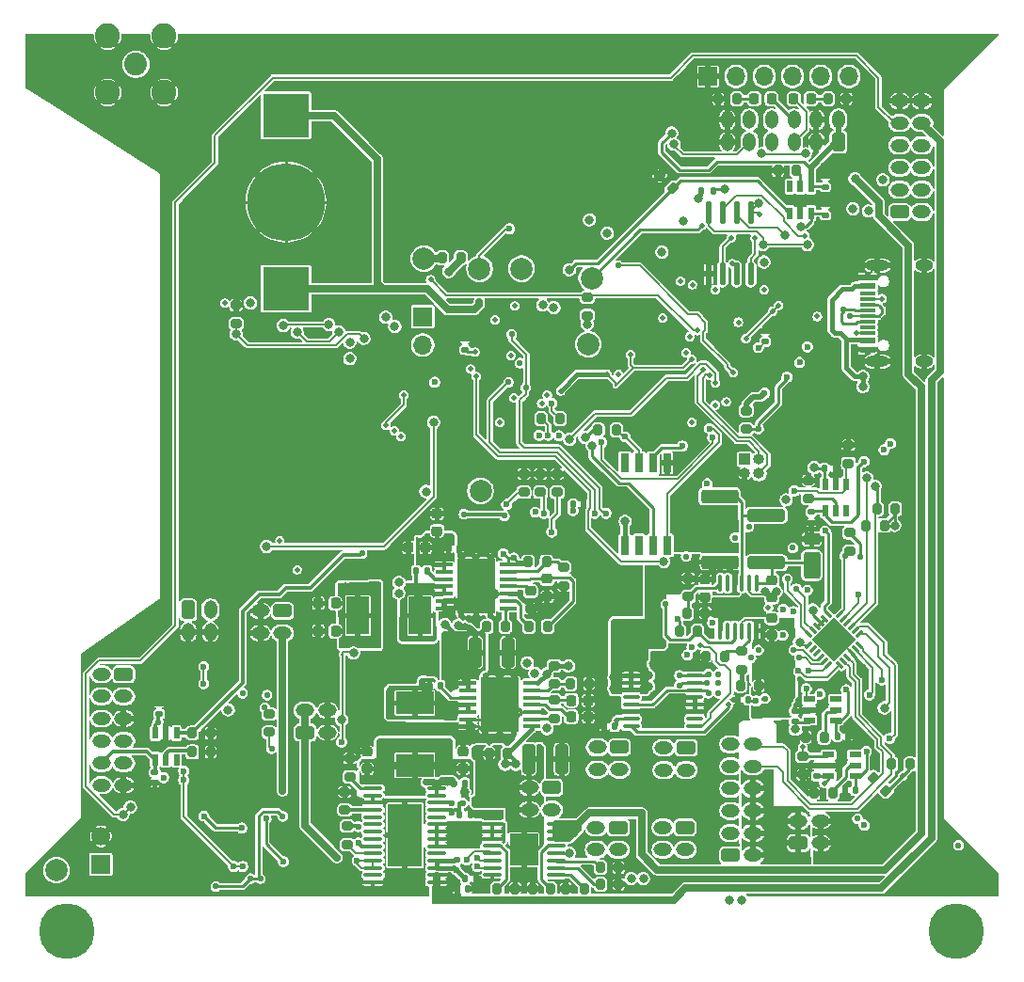
<source format=gbr>
%TF.GenerationSoftware,KiCad,Pcbnew,9.0.0*%
%TF.CreationDate,2025-07-29T20:20:50-07:00*%
%TF.ProjectId,FC_V5c,46435f56-3563-42e6-9b69-6361645f7063,rev?*%
%TF.SameCoordinates,Original*%
%TF.FileFunction,Copper,L4,Bot*%
%TF.FilePolarity,Positive*%
%FSLAX46Y46*%
G04 Gerber Fmt 4.6, Leading zero omitted, Abs format (unit mm)*
G04 Created by KiCad (PCBNEW 9.0.0) date 2025-07-29 20:20:50*
%MOMM*%
%LPD*%
G01*
G04 APERTURE LIST*
G04 Aperture macros list*
%AMRoundRect*
0 Rectangle with rounded corners*
0 $1 Rounding radius*
0 $2 $3 $4 $5 $6 $7 $8 $9 X,Y pos of 4 corners*
0 Add a 4 corners polygon primitive as box body*
4,1,4,$2,$3,$4,$5,$6,$7,$8,$9,$2,$3,0*
0 Add four circle primitives for the rounded corners*
1,1,$1+$1,$2,$3*
1,1,$1+$1,$4,$5*
1,1,$1+$1,$6,$7*
1,1,$1+$1,$8,$9*
0 Add four rect primitives between the rounded corners*
20,1,$1+$1,$2,$3,$4,$5,0*
20,1,$1+$1,$4,$5,$6,$7,0*
20,1,$1+$1,$6,$7,$8,$9,0*
20,1,$1+$1,$8,$9,$2,$3,0*%
%AMRotRect*
0 Rectangle, with rotation*
0 The origin of the aperture is its center*
0 $1 length*
0 $2 width*
0 $3 Rotation angle, in degrees counterclockwise*
0 Add horizontal line*
21,1,$1,$2,0,0,$3*%
G04 Aperture macros list end*
%TA.AperFunction,ComponentPad*%
%ADD10RoundRect,0.250000X-0.350000X-0.575000X0.350000X-0.575000X0.350000X0.575000X-0.350000X0.575000X0*%
%TD*%
%TA.AperFunction,ComponentPad*%
%ADD11O,1.200000X1.650000*%
%TD*%
%TA.AperFunction,ComponentPad*%
%ADD12C,2.050000*%
%TD*%
%TA.AperFunction,ComponentPad*%
%ADD13C,2.250000*%
%TD*%
%TA.AperFunction,ComponentPad*%
%ADD14C,2.000000*%
%TD*%
%TA.AperFunction,ComponentPad*%
%ADD15C,5.000000*%
%TD*%
%TA.AperFunction,ComponentPad*%
%ADD16RoundRect,0.250000X-0.575000X0.350000X-0.575000X-0.350000X0.575000X-0.350000X0.575000X0.350000X0*%
%TD*%
%TA.AperFunction,ComponentPad*%
%ADD17O,1.650000X1.200000*%
%TD*%
%TA.AperFunction,ComponentPad*%
%ADD18RoundRect,0.250000X0.575000X-0.350000X0.575000X0.350000X-0.575000X0.350000X-0.575000X-0.350000X0*%
%TD*%
%TA.AperFunction,ComponentPad*%
%ADD19C,0.600000*%
%TD*%
%TA.AperFunction,ComponentPad*%
%ADD20R,1.700000X1.700000*%
%TD*%
%TA.AperFunction,ComponentPad*%
%ADD21C,1.700000*%
%TD*%
%TA.AperFunction,ComponentPad*%
%ADD22R,1.000000X1.000000*%
%TD*%
%TA.AperFunction,ComponentPad*%
%ADD23O,1.000000X1.000000*%
%TD*%
%TA.AperFunction,ComponentPad*%
%ADD24RoundRect,0.250000X0.350000X0.575000X-0.350000X0.575000X-0.350000X-0.575000X0.350000X-0.575000X0*%
%TD*%
%TA.AperFunction,ComponentPad*%
%ADD25O,1.700000X1.700000*%
%TD*%
%TA.AperFunction,SMDPad,CuDef*%
%ADD26RoundRect,0.200000X0.275000X-0.200000X0.275000X0.200000X-0.275000X0.200000X-0.275000X-0.200000X0*%
%TD*%
%TA.AperFunction,SMDPad,CuDef*%
%ADD27RoundRect,0.200000X-0.275000X0.200000X-0.275000X-0.200000X0.275000X-0.200000X0.275000X0.200000X0*%
%TD*%
%TA.AperFunction,SMDPad,CuDef*%
%ADD28RoundRect,0.225000X0.250000X-0.225000X0.250000X0.225000X-0.250000X0.225000X-0.250000X-0.225000X0*%
%TD*%
%TA.AperFunction,SMDPad,CuDef*%
%ADD29RoundRect,0.140000X0.170000X-0.140000X0.170000X0.140000X-0.170000X0.140000X-0.170000X-0.140000X0*%
%TD*%
%TA.AperFunction,SMDPad,CuDef*%
%ADD30RoundRect,0.100000X0.687500X0.100000X-0.687500X0.100000X-0.687500X-0.100000X0.687500X-0.100000X0*%
%TD*%
%TA.AperFunction,SMDPad,CuDef*%
%ADD31R,3.400000X5.000000*%
%TD*%
%TA.AperFunction,SMDPad,CuDef*%
%ADD32RoundRect,0.250000X-0.325000X-1.100000X0.325000X-1.100000X0.325000X1.100000X-0.325000X1.100000X0*%
%TD*%
%TA.AperFunction,SMDPad,CuDef*%
%ADD33RoundRect,0.200000X0.200000X0.275000X-0.200000X0.275000X-0.200000X-0.275000X0.200000X-0.275000X0*%
%TD*%
%TA.AperFunction,SMDPad,CuDef*%
%ADD34RoundRect,0.140000X-0.140000X-0.170000X0.140000X-0.170000X0.140000X0.170000X-0.140000X0.170000X0*%
%TD*%
%TA.AperFunction,SMDPad,CuDef*%
%ADD35RoundRect,0.200000X-0.200000X-0.275000X0.200000X-0.275000X0.200000X0.275000X-0.200000X0.275000X0*%
%TD*%
%TA.AperFunction,SMDPad,CuDef*%
%ADD36R,0.550000X1.000000*%
%TD*%
%TA.AperFunction,SMDPad,CuDef*%
%ADD37RoundRect,0.140000X-0.170000X0.140000X-0.170000X-0.140000X0.170000X-0.140000X0.170000X0.140000X0*%
%TD*%
%TA.AperFunction,SMDPad,CuDef*%
%ADD38RoundRect,0.218750X0.218750X0.256250X-0.218750X0.256250X-0.218750X-0.256250X0.218750X-0.256250X0*%
%TD*%
%TA.AperFunction,SMDPad,CuDef*%
%ADD39RotRect,0.782600X0.254800X225.000000*%
%TD*%
%TA.AperFunction,SMDPad,CuDef*%
%ADD40RotRect,0.254800X0.782600X225.000000*%
%TD*%
%TA.AperFunction,SMDPad,CuDef*%
%ADD41RotRect,2.794000X2.794000X225.000000*%
%TD*%
%TA.AperFunction,SMDPad,CuDef*%
%ADD42RoundRect,0.225000X-0.225000X-0.250000X0.225000X-0.250000X0.225000X0.250000X-0.225000X0.250000X0*%
%TD*%
%TA.AperFunction,SMDPad,CuDef*%
%ADD43R,3.400000X2.000000*%
%TD*%
%TA.AperFunction,SMDPad,CuDef*%
%ADD44RoundRect,0.225000X-0.250000X0.225000X-0.250000X-0.225000X0.250000X-0.225000X0.250000X0.225000X0*%
%TD*%
%TA.AperFunction,SMDPad,CuDef*%
%ADD45RoundRect,0.250000X-0.500000X0.950000X-0.500000X-0.950000X0.500000X-0.950000X0.500000X0.950000X0*%
%TD*%
%TA.AperFunction,SMDPad,CuDef*%
%ADD46RoundRect,0.250000X-0.500000X0.275000X-0.500000X-0.275000X0.500000X-0.275000X0.500000X0.275000X0*%
%TD*%
%TA.AperFunction,SMDPad,CuDef*%
%ADD47RoundRect,0.140000X0.140000X0.170000X-0.140000X0.170000X-0.140000X-0.170000X0.140000X-0.170000X0*%
%TD*%
%TA.AperFunction,SMDPad,CuDef*%
%ADD48RoundRect,0.225000X0.225000X0.250000X-0.225000X0.250000X-0.225000X-0.250000X0.225000X-0.250000X0*%
%TD*%
%TA.AperFunction,SMDPad,CuDef*%
%ADD49RoundRect,0.135000X-0.135000X-0.185000X0.135000X-0.185000X0.135000X0.185000X-0.135000X0.185000X0*%
%TD*%
%TA.AperFunction,SMDPad,CuDef*%
%ADD50RoundRect,0.250000X1.425000X-0.362500X1.425000X0.362500X-1.425000X0.362500X-1.425000X-0.362500X0*%
%TD*%
%TA.AperFunction,SMDPad,CuDef*%
%ADD51O,1.730000X0.340000*%
%TD*%
%TA.AperFunction,ComponentPad*%
%ADD52C,0.500000*%
%TD*%
%TA.AperFunction,SMDPad,CuDef*%
%ADD53R,3.100000X5.600000*%
%TD*%
%TA.AperFunction,SMDPad,CuDef*%
%ADD54RoundRect,0.218750X-0.218750X-0.256250X0.218750X-0.256250X0.218750X0.256250X-0.218750X0.256250X0*%
%TD*%
%TA.AperFunction,SMDPad,CuDef*%
%ADD55R,1.000000X0.550000*%
%TD*%
%TA.AperFunction,SMDPad,CuDef*%
%ADD56R,4.180000X3.900000*%
%TD*%
%TA.AperFunction,SMDPad,CuDef*%
%ADD57C,7.000000*%
%TD*%
%TA.AperFunction,SMDPad,CuDef*%
%ADD58R,0.800000X1.700000*%
%TD*%
%TA.AperFunction,SMDPad,CuDef*%
%ADD59RoundRect,0.100000X0.100000X-0.625000X0.100000X0.625000X-0.100000X0.625000X-0.100000X-0.625000X0*%
%TD*%
%TA.AperFunction,HeatsinkPad*%
%ADD60R,2.850000X1.650000*%
%TD*%
%TA.AperFunction,SMDPad,CuDef*%
%ADD61O,0.590000X2.050000*%
%TD*%
%TA.AperFunction,SMDPad,CuDef*%
%ADD62RoundRect,0.200000X-0.335876X-0.053033X-0.053033X-0.335876X0.335876X0.053033X0.053033X0.335876X0*%
%TD*%
%TA.AperFunction,SMDPad,CuDef*%
%ADD63RoundRect,0.100000X0.637500X0.100000X-0.637500X0.100000X-0.637500X-0.100000X0.637500X-0.100000X0*%
%TD*%
%TA.AperFunction,SMDPad,CuDef*%
%ADD64RoundRect,0.250000X1.450000X-0.312500X1.450000X0.312500X-1.450000X0.312500X-1.450000X-0.312500X0*%
%TD*%
%TA.AperFunction,SMDPad,CuDef*%
%ADD65O,1.750000X0.340000*%
%TD*%
%TA.AperFunction,SMDPad,CuDef*%
%ADD66R,2.500000X2.900000*%
%TD*%
%TA.AperFunction,SMDPad,CuDef*%
%ADD67R,1.450000X0.600000*%
%TD*%
%TA.AperFunction,SMDPad,CuDef*%
%ADD68R,1.450000X0.300000*%
%TD*%
%TA.AperFunction,ComponentPad*%
%ADD69O,1.600000X1.000000*%
%TD*%
%TA.AperFunction,ComponentPad*%
%ADD70O,2.100000X1.000000*%
%TD*%
%TA.AperFunction,SMDPad,CuDef*%
%ADD71R,2.000000X3.400000*%
%TD*%
%TA.AperFunction,ViaPad*%
%ADD72C,0.800000*%
%TD*%
%TA.AperFunction,ViaPad*%
%ADD73C,0.560000*%
%TD*%
%TA.AperFunction,ViaPad*%
%ADD74C,0.600000*%
%TD*%
%TA.AperFunction,ViaPad*%
%ADD75C,0.460000*%
%TD*%
%TA.AperFunction,Conductor*%
%ADD76C,0.250000*%
%TD*%
%TA.AperFunction,Conductor*%
%ADD77C,0.500000*%
%TD*%
%TA.AperFunction,Conductor*%
%ADD78C,0.200000*%
%TD*%
%TA.AperFunction,Conductor*%
%ADD79C,0.300000*%
%TD*%
%TA.AperFunction,Conductor*%
%ADD80C,0.152400*%
%TD*%
%TA.AperFunction,Conductor*%
%ADD81C,0.342392*%
%TD*%
%TA.AperFunction,Conductor*%
%ADD82C,0.127000*%
%TD*%
%TA.AperFunction,Conductor*%
%ADD83C,0.400000*%
%TD*%
%TA.AperFunction,Conductor*%
%ADD84C,0.635000*%
%TD*%
%TA.AperFunction,Conductor*%
%ADD85C,0.267208*%
%TD*%
G04 APERTURE END LIST*
D10*
%TO.P,J21,1,Pin_1*%
%TO.N,Heater Output*%
X158200000Y-109100000D03*
D11*
%TO.P,J21,2,Pin_2*%
%TO.N,GND*%
X158200000Y-111100001D03*
%TO.P,J21,3,Pin_3*%
%TO.N,Heater Output*%
X160200001Y-109100000D03*
%TO.P,J21,4,Pin_4*%
%TO.N,GND*%
X160200000Y-111100000D03*
%TD*%
D12*
%TO.P,J6,1,In*%
%TO.N,/RF1_ANT*%
X153500000Y-60000000D03*
D13*
%TO.P,J6,2,Ext*%
%TO.N,GND*%
X150960000Y-57460000D03*
X150960000Y-62540000D03*
X156040000Y-57460000D03*
X156040000Y-62540000D03*
%TD*%
D14*
%TO.P,TP6,1,1*%
%TO.N,Net-(IC3-EVI)*%
X179400000Y-77500000D03*
%TD*%
D15*
%TO.P,H2,1*%
%TO.N,N/C*%
X227300000Y-138000000D03*
%TD*%
D16*
%TO.P,J20,1,Pin_1*%
%TO.N,/Power Systems/IN_RBF*%
X190900000Y-125100000D03*
D17*
%TO.P,J20,2,Pin_2*%
%TO.N,VBUSP*%
X188899999Y-125100000D03*
%TO.P,J20,3,Pin_3*%
%TO.N,/Power Systems/IN_RBF*%
X190900000Y-127100001D03*
%TO.P,J20,4,Pin_4*%
%TO.N,VBUSP*%
X188900000Y-127100000D03*
%TD*%
D15*
%TO.P,H1,1*%
%TO.N,N/C*%
X147300000Y-138000000D03*
%TD*%
D16*
%TO.P,J7,1,Pin_1*%
%TO.N,/Power Systems/V_SYS*%
X203000000Y-121525001D03*
D17*
%TO.P,J7,2,Pin_2*%
%TO.N,/Power Systems/INHIB_2*%
X200999999Y-121525001D03*
%TO.P,J7,3,Pin_3*%
%TO.N,/Power Systems/V_SYS*%
X203000000Y-123525002D03*
%TO.P,J7,4,Pin_4*%
%TO.N,/Power Systems/INHIB_2*%
X201000000Y-123525001D03*
%TD*%
D16*
%TO.P,J17,1,Pin_1*%
%TO.N,VSOLAR*%
X152400000Y-114899999D03*
D17*
%TO.P,J17,2,Pin_2*%
%TO.N,F4_SDA*%
X150399999Y-114899999D03*
%TO.P,J17,3,Pin_3*%
%TO.N,VSOLAR*%
X152400000Y-116900000D03*
%TO.P,J17,4,Pin_4*%
%TO.N,F4_PWR*%
X150400000Y-116899999D03*
%TO.P,J17,5,Pin_5*%
%TO.N,GND*%
X152400000Y-118899999D03*
%TO.P,J17,6,Pin_6*%
%TO.N,F4_SCL*%
X150400000Y-118900000D03*
%TO.P,J17,7,Pin_7*%
%TO.N,VSOLAR*%
X152400000Y-120899999D03*
%TO.P,J17,8,Pin_8*%
%TO.N,F5_SDA*%
X150400000Y-120899999D03*
%TO.P,J17,9,Pin_9*%
%TO.N,VSOLAR*%
X152400000Y-122899999D03*
%TO.P,J17,10,Pin_10*%
%TO.N,F5_PWR*%
X150400000Y-122899999D03*
%TO.P,J17,11,Pin_11*%
%TO.N,GND*%
X152400000Y-124899999D03*
%TO.P,J17,12,Pin_12*%
%TO.N,F5_SCL*%
X150400000Y-124899999D03*
%TD*%
D14*
%TO.P,TP5,1,1*%
%TO.N,+5V*%
X184500000Y-98400000D03*
%TD*%
D16*
%TO.P,J10,1,Pin_1*%
%TO.N,/Power Systems/INHIB_2*%
X197000000Y-121475001D03*
D17*
%TO.P,J10,2,Pin_2*%
%TO.N,/Power Systems/IN_RBF*%
X194999999Y-121475001D03*
%TO.P,J10,3,Pin_3*%
%TO.N,/Power Systems/INHIB_2*%
X197000000Y-123475002D03*
%TO.P,J10,4,Pin_4*%
%TO.N,/Power Systems/IN_RBF*%
X195000000Y-123475001D03*
%TD*%
D18*
%TO.P,J19,1,Pin_1*%
%TO.N,/Power Systems/B-*%
X213100000Y-130100001D03*
D17*
%TO.P,J19,2,Pin_2*%
%TO.N,GND*%
X215100001Y-130100001D03*
%TO.P,J19,3,Pin_3*%
%TO.N,/Power Systems/B-*%
X213100000Y-128100000D03*
%TO.P,J19,4,Pin_4*%
%TO.N,GND*%
X215100000Y-128100001D03*
%TD*%
D16*
%TO.P,J8,1,Pin_1*%
%TO.N,/Power Systems/V_SYS*%
X202900000Y-128700000D03*
D17*
%TO.P,J8,2,Pin_2*%
%TO.N,/Power Systems/INHIB_1*%
X200899999Y-128700000D03*
%TO.P,J8,3,Pin_3*%
%TO.N,/Power Systems/V_SYS*%
X202900000Y-130700001D03*
%TO.P,J8,4,Pin_4*%
%TO.N,/Power Systems/INHIB_1*%
X200900000Y-130700000D03*
%TD*%
D14*
%TO.P,TP2,1,1*%
%TO.N,FC_RESET*%
X194200000Y-85200000D03*
%TD*%
%TO.P,TP8,1,1*%
%TO.N,RF1_IO0*%
X188200000Y-78400000D03*
%TD*%
%TO.P,TP3,1,1*%
%TO.N,3.3V*%
X146350000Y-132550000D03*
%TD*%
D19*
%TO.P,U18,61,GND*%
%TO.N,GND*%
X206080680Y-83474776D03*
X205108408Y-84447048D03*
X204136136Y-85419320D03*
X207052952Y-84447048D03*
X206080680Y-85419320D03*
X205108408Y-86391592D03*
X208025224Y-85419320D03*
X207052952Y-86391592D03*
X206080680Y-87363864D03*
%TD*%
D16*
%TO.P,J29,1,Pin_1*%
%TO.N,/Power Systems/INHIB_1*%
X196900000Y-128700001D03*
D17*
%TO.P,J29,2,Pin_2*%
%TO.N,/Power Systems/IN_RBF*%
X194899999Y-128700001D03*
%TO.P,J29,3,Pin_3*%
%TO.N,/Power Systems/INHIB_1*%
X196900000Y-130700002D03*
%TO.P,J29,4,Pin_4*%
%TO.N,/Power Systems/IN_RBF*%
X194900000Y-130700001D03*
%TD*%
D18*
%TO.P,J23,1,Pin_1*%
%TO.N,DEPLOY1_AUX*%
X168725000Y-120150000D03*
D17*
%TO.P,J23,2,Pin_2*%
%TO.N,GND*%
X170725001Y-120150000D03*
%TO.P,J23,3,Pin_3*%
%TO.N,DEPLOY1_AUX*%
X168725000Y-118149999D03*
%TO.P,J23,4,Pin_4*%
%TO.N,GND*%
X170725000Y-118150000D03*
%TD*%
D20*
%TO.P,J4,1,Pin_1*%
%TO.N,WDT_DISABLE*%
X150350000Y-132025000D03*
D21*
%TO.P,J4,2,Pin_2*%
%TO.N,GND*%
X150350000Y-129485000D03*
%TD*%
D14*
%TO.P,TP7,1,1*%
%TO.N,RF1_IO4*%
X184400000Y-78400000D03*
%TD*%
D22*
%TO.P,J22,1,Pin_1*%
%TO.N,FC_RESET*%
X208275000Y-95550000D03*
D23*
%TO.P,J22,2,Pin_2*%
%TO.N,SWCLK*%
X209545000Y-95550000D03*
%TO.P,J22,3,Pin_3*%
%TO.N,GND*%
X208275000Y-96820000D03*
%TO.P,J22,4,Pin_4*%
%TO.N,SWDIO*%
X209545000Y-96820000D03*
%TD*%
D14*
%TO.P,TP1,1,1*%
%TO.N,USBBOOT*%
X194500000Y-79250000D03*
%TD*%
D16*
%TO.P,J24,1,Pin_1*%
%TO.N,DEPLOY2*%
X166700000Y-109200000D03*
D17*
%TO.P,J24,2,Pin_2*%
%TO.N,GND*%
X164699999Y-109200000D03*
%TO.P,J24,3,Pin_3*%
%TO.N,DEPLOY2*%
X166700000Y-111200001D03*
%TO.P,J24,4,Pin_4*%
%TO.N,GND*%
X164700000Y-111200000D03*
%TD*%
D18*
%TO.P,J16,1,Pin_1*%
%TO.N,USBBOOT*%
X222200001Y-73300000D03*
D17*
%TO.P,J16,2,Pin_2*%
%TO.N,FC_RESET*%
X224200001Y-73300000D03*
%TO.P,J16,3,Pin_3*%
%TO.N,USB_D+*%
X222200001Y-71300000D03*
%TO.P,J16,4,Pin_4*%
%TO.N,USB_D-*%
X224200001Y-71300000D03*
%TO.P,J16,5,Pin_5*%
%TO.N,SDA0*%
X222200001Y-69300000D03*
%TO.P,J16,6,Pin_6*%
%TO.N,3.3V*%
X224200001Y-69300000D03*
%TO.P,J16,7,Pin_7*%
%TO.N,SCL0*%
X222200001Y-67300000D03*
%TO.P,J16,8,Pin_8*%
%TO.N,Dir_Chrg_In*%
X224200001Y-67300000D03*
%TO.P,J16,9,Pin_9*%
%TO.N,WDT_DISABLE*%
X222200001Y-65300000D03*
%TO.P,J16,10,Pin_10*%
%TO.N,DEPLOY1*%
X224200001Y-65300000D03*
%TO.P,J16,11,Pin_11*%
%TO.N,GND*%
X222200001Y-63300000D03*
%TO.P,J16,12,Pin_12*%
X224200001Y-63300000D03*
%TD*%
D18*
%TO.P,J14,1,Pin_1*%
%TO.N,Dir_Chrg_In*%
X206999999Y-131200000D03*
D17*
%TO.P,J14,2,Pin_2*%
%TO.N,/Power Systems/B-*%
X209000000Y-131200000D03*
%TO.P,J14,3,Pin_3*%
%TO.N,Dir_Chrg_In*%
X206999999Y-129199999D03*
%TO.P,J14,4,Pin_4*%
%TO.N,/Power Systems/B-*%
X208999999Y-129200000D03*
%TO.P,J14,5,Pin_5*%
%TO.N,Dir_Chrg_In*%
X206999999Y-127200000D03*
%TO.P,J14,6,Pin_6*%
%TO.N,/Power Systems/B-*%
X208999999Y-127199999D03*
%TO.P,J14,7,Pin_7*%
%TO.N,Dir_Chrg_In*%
X206999999Y-125200000D03*
%TO.P,J14,8,Pin_8*%
%TO.N,/Power Systems/B-*%
X208999999Y-125200000D03*
%TO.P,J14,9,Pin_9*%
%TO.N,Dir_Chrg_In*%
X206999999Y-123200000D03*
%TO.P,J14,10,Pin_10*%
%TO.N,BATT_SDA*%
X208999999Y-123200000D03*
%TO.P,J14,11,Pin_11*%
%TO.N,3.3V*%
X206999999Y-121200000D03*
%TO.P,J14,12,Pin_12*%
%TO.N,BATT_SCL*%
X208999999Y-121200000D03*
%TD*%
D24*
%TO.P,J18,1,Pin_1*%
%TO.N,PAYLOAD_PWR*%
X216700000Y-67000000D03*
D11*
%TO.P,J18,2,Pin_2*%
X216700000Y-65000000D03*
%TO.P,J18,3,Pin_3*%
%TO.N,GND*%
X214700000Y-67000000D03*
%TO.P,J18,4,Pin_4*%
X214700000Y-65000000D03*
%TO.P,J18,5,Pin_5*%
%TO.N,TX*%
X212700000Y-67000000D03*
%TO.P,J18,6,Pin_6*%
%TO.N,RX*%
X212700000Y-65000000D03*
%TO.P,J18,7,Pin_7*%
%TO.N,PAYLOAD_BATT*%
X210700000Y-67000000D03*
%TO.P,J18,8,Pin_8*%
X210700000Y-65000000D03*
%TO.P,J18,9,Pin_9*%
%TO.N,SDA0*%
X208700000Y-67000000D03*
%TO.P,J18,10,Pin_10*%
%TO.N,SCL0*%
X208700000Y-65000000D03*
%TO.P,J18,11,Pin_11*%
%TO.N,GND*%
X206700000Y-67000000D03*
%TO.P,J18,12,Pin_12*%
X206700000Y-65000000D03*
%TD*%
D20*
%TO.P,J3,1,Pin_1*%
%TO.N,GND*%
X204950000Y-61100000D03*
D25*
%TO.P,J3,2,Pin_2*%
%TO.N,SCL0*%
X207490000Y-61100000D03*
%TO.P,J3,3,Pin_3*%
%TO.N,SDA0*%
X210029999Y-61100000D03*
%TO.P,J3,4,Pin_4*%
%TO.N,RX*%
X212570000Y-61100000D03*
%TO.P,J3,5,Pin_5*%
%TO.N,TX*%
X215110000Y-61100000D03*
%TO.P,J3,6,Pin_6*%
%TO.N,3.3V*%
X217650000Y-61100000D03*
%TD*%
D20*
%TO.P,J1,1,Pin_1*%
%TO.N,3.3V*%
X179300000Y-82725000D03*
D25*
%TO.P,J1,2,Pin_2*%
%TO.N,Net-(D5-A)*%
X179300000Y-85265000D03*
%TD*%
D26*
%TO.P,R43,1,1*%
%TO.N,Net-(U10-PG)*%
X191131250Y-118875000D03*
%TO.P,R43,2,2*%
%TO.N,Net-(U10-VREG5)*%
X191131250Y-117225000D03*
%TD*%
%TO.P,R71,1,1*%
%TO.N,Net-(IC6-VFB)*%
X203200000Y-107925000D03*
%TO.P,R71,2,2*%
%TO.N,/Power Systems/VBATT_SENSE*%
X203200000Y-106275000D03*
%TD*%
D27*
%TO.P,R51,1*%
%TO.N,GND*%
X214000000Y-97450000D03*
%TO.P,R51,2*%
%TO.N,Net-(U21-ILIM)*%
X214000000Y-99100000D03*
%TD*%
D28*
%TO.P,C40,1,1*%
%TO.N,/Power Systems/V_SYS*%
X210700000Y-111375000D03*
%TO.P,C40,2,2*%
%TO.N,GND*%
X210700000Y-109825000D03*
%TD*%
D29*
%TO.P,C53,1,1*%
%TO.N,3.3V*%
X212775000Y-119155000D03*
%TO.P,C53,2,2*%
%TO.N,GND*%
X212775000Y-118195000D03*
%TD*%
D30*
%TO.P,U13,1,VO*%
%TO.N,+5V*%
X186962500Y-105050000D03*
%TO.P,U13,2,VFB*%
%TO.N,Net-(U13-VFB)*%
X186962500Y-105700000D03*
%TO.P,U13,3,VREG5*%
%TO.N,Net-(U13-VREG5)*%
X186962500Y-106350000D03*
%TO.P,U13,4,SS*%
%TO.N,Net-(U13-SS)*%
X186962500Y-107000000D03*
%TO.P,U13,5,GND*%
%TO.N,GND*%
X186962500Y-107650000D03*
%TO.P,U13,6,PG*%
%TO.N,Net-(U13-PG)*%
X186962500Y-108300000D03*
%TO.P,U13,7,EN*%
%TO.N,Net-(U13-EN)*%
X186962500Y-108950000D03*
%TO.P,U13,8,PGND1*%
%TO.N,GND*%
X181237500Y-108950000D03*
%TO.P,U13,9,PGND2*%
X181237500Y-108300000D03*
%TO.P,U13,10,SW1*%
%TO.N,/Power Systems/5vSW*%
X181237500Y-107650000D03*
%TO.P,U13,11,SW2*%
X181237500Y-107000000D03*
%TO.P,U13,12,VBST*%
%TO.N,Net-(U13-VBST)*%
X181237500Y-106350000D03*
%TO.P,U13,13,VIN*%
%TO.N,VBUSP*%
X181237500Y-105700000D03*
%TO.P,U13,14,VCC*%
X181237500Y-105050000D03*
D19*
%TO.P,U13,15,EPAD*%
%TO.N,GND*%
X185400000Y-109600000D03*
X185400000Y-108300000D03*
X185400000Y-107000000D03*
X185400000Y-105700000D03*
X185400000Y-104400000D03*
X184100000Y-109600000D03*
X184100000Y-108300000D03*
X184100000Y-107000000D03*
D31*
X184100000Y-107000000D03*
D19*
X184100000Y-105700000D03*
X184100000Y-104400000D03*
X182800000Y-109600000D03*
X182800000Y-108300000D03*
X182800000Y-107000000D03*
X182800000Y-105700000D03*
X182800000Y-104400000D03*
%TD*%
D32*
%TO.P,C25,1,1*%
%TO.N,VBUSP*%
X188849999Y-122550000D03*
%TO.P,C25,2,2*%
%TO.N,GND*%
X191800001Y-122550000D03*
%TD*%
D26*
%TO.P,R76,1,1*%
%TO.N,GND*%
X213500000Y-123925000D03*
%TO.P,R76,2,2*%
%TO.N,FACE2_ENABLE*%
X213500000Y-122275000D03*
%TD*%
D33*
%TO.P,R86,1*%
%TO.N,GND*%
X160225000Y-121900000D03*
%TO.P,R86,2*%
%TO.N,Net-(U27-ILIM)*%
X158575000Y-121900000D03*
%TD*%
D27*
%TO.P,R67,1,1*%
%TO.N,GND*%
X191400000Y-96875000D03*
%TO.P,R67,2,2*%
%TO.N,FACE0_ENABLE*%
X191400000Y-98525000D03*
%TD*%
D34*
%TO.P,C58,1,1*%
%TO.N,Heater Output*%
X182120000Y-124700000D03*
%TO.P,C58,2,2*%
%TO.N,GND*%
X183080000Y-124700000D03*
%TD*%
D26*
%TO.P,R102,1,1*%
%TO.N,Net-(U6-CL)*%
X172300000Y-127125000D03*
%TO.P,R102,2,2*%
%TO.N,GND*%
X172300000Y-125475000D03*
%TD*%
D35*
%TO.P,R103,1,1*%
%TO.N,/Power Systems/Load Switches/Deploy2_EN*%
X189975000Y-91900000D03*
%TO.P,R103,2,2*%
%TO.N,FIRE_DEPLOY2_B*%
X191625000Y-91900000D03*
%TD*%
D36*
%TO.P,U29,1,Input*%
%TO.N,3.3V*%
X214225001Y-73400001D03*
%TO.P,U29,2,GND*%
%TO.N,GND*%
X213275001Y-73400001D03*
%TO.P,U29,3,EN*%
%TO.N,PAYLOAD_PWR_ENABLE*%
X212325001Y-73400001D03*
%TO.P,U29,4,~{Fault}*%
%TO.N,unconnected-(U29-~{Fault}-Pad4)*%
X212325001Y-71000001D03*
%TO.P,U29,5,ILIM*%
%TO.N,Net-(U29-ILIM)*%
X213275001Y-71000001D03*
%TO.P,U29,6,Output*%
%TO.N,PAYLOAD_PWR*%
X214225001Y-71000001D03*
%TD*%
D37*
%TO.P,C60,1,1*%
%TO.N,F5_PWR*%
X155200000Y-123720000D03*
%TO.P,C60,2,2*%
%TO.N,GND*%
X155200000Y-124680000D03*
%TD*%
D26*
%TO.P,R66,1,1*%
%TO.N,Net-(R65-Pad2)*%
X208000000Y-114475000D03*
%TO.P,R66,2,2*%
%TO.N,Net-(IC6-VIN_REG)*%
X208000000Y-112825000D03*
%TD*%
D38*
%TO.P,D1,1,K*%
%TO.N,Net-(D1-K)*%
X214236250Y-63100000D03*
%TO.P,D1,2,A*%
%TO.N,TX*%
X212661250Y-63100000D03*
%TD*%
D29*
%TO.P,C18,1,1*%
%TO.N,3.3V*%
X183100000Y-85680000D03*
%TO.P,C18,2,2*%
%TO.N,GND*%
X183100000Y-84720000D03*
%TD*%
D26*
%TO.P,R38,1,1*%
%TO.N,Net-(U10-VFB)*%
X191131250Y-115775000D03*
%TO.P,R38,2,2*%
%TO.N,3.3V*%
X191131250Y-114125000D03*
%TD*%
D35*
%TO.P,R125,1*%
%TO.N,VBUSP*%
X185075000Y-110600000D03*
%TO.P,R125,2*%
%TO.N,Net-(U13-EN)*%
X186725000Y-110600000D03*
%TD*%
D26*
%TO.P,R96,1,1*%
%TO.N,RF2_RX_EN*%
X162500000Y-83325000D03*
%TO.P,R96,2,2*%
%TO.N,GND*%
X162500000Y-81675000D03*
%TD*%
D34*
%TO.P,C27,1,1*%
%TO.N,/Power Systems/3v3SW*%
X179920000Y-115900000D03*
%TO.P,C27,2,2*%
%TO.N,Net-(U10-VBST)*%
X180880000Y-115900000D03*
%TD*%
D39*
%TO.P,U12,1,SD0*%
%TO.N,F0_SDA*%
X216797153Y-109534628D03*
%TO.P,U12,2,SC0*%
%TO.N,F0_SCL*%
X217150799Y-109888275D03*
%TO.P,U12,3,SD1*%
%TO.N,F1_SDA*%
X217504441Y-110241916D03*
%TO.P,U12,4,SC1*%
%TO.N,F1_SCL*%
X217858084Y-110595559D03*
%TO.P,U12,5,SD2*%
%TO.N,F2_SDA*%
X218211725Y-110949201D03*
%TO.P,U12,6,SC2*%
%TO.N,F2_SCL*%
X218565372Y-111302847D03*
D40*
%TO.P,U12,7,SD3*%
%TO.N,F3_SDA*%
X218565372Y-112297153D03*
%TO.P,U12,8,SC3*%
%TO.N,F3_SCL*%
X218211725Y-112650799D03*
%TO.P,U12,9,GND_2*%
%TO.N,GND*%
X217858084Y-113004441D03*
%TO.P,U12,10,SD4*%
%TO.N,BATT_SDA*%
X217504441Y-113358084D03*
%TO.P,U12,11,SC4*%
%TO.N,BATT_SCL*%
X217150799Y-113711725D03*
%TO.P,U12,12,SD5*%
%TO.N,F4_SDA*%
X216797153Y-114065372D03*
D39*
%TO.P,U12,13,SC5*%
%TO.N,F4_SCL*%
X215802847Y-114065372D03*
%TO.P,U12,14,SD6*%
%TO.N,F5_SDA*%
X215449201Y-113711725D03*
%TO.P,U12,15,SC6*%
%TO.N,F5_SCL*%
X215095559Y-113358084D03*
%TO.P,U12,16,SD7*%
%TO.N,unconnected-(U12A-SD7-Pad16)*%
X214741916Y-113004441D03*
%TO.P,U12,17,SC7*%
%TO.N,unconnected-(U12A-SC7-Pad17)*%
X214388275Y-112650799D03*
%TO.P,U12,18,A2*%
%TO.N,3.3V*%
X214034628Y-112297153D03*
D40*
%TO.P,U12,19,SCL*%
%TO.N,Net-(U12A-SCL)*%
X214034628Y-111302847D03*
%TO.P,U12,20,SDA*%
%TO.N,Net-(U12A-SDA)*%
X214388275Y-110949201D03*
%TO.P,U12,21,VCC*%
%TO.N,3.3V*%
X214741916Y-110595559D03*
%TO.P,U12,22,A0*%
X215095559Y-110241916D03*
%TO.P,U12,23,A1*%
X215449201Y-109888275D03*
%TO.P,U12,24,RESET*%
%TO.N,~{MUX_RESET}*%
X215802847Y-109534628D03*
D41*
%TO.P,U12,25,GND*%
%TO.N,GND*%
X216300000Y-111800000D03*
%TD*%
D42*
%TO.P,C36,1,1*%
%TO.N,Net-(U10-SS)*%
X192656250Y-118750000D03*
%TO.P,C36,2,2*%
%TO.N,GND*%
X194206250Y-118750000D03*
%TD*%
D43*
%TO.P,L4,1,1*%
%TO.N,3.3V*%
X178600000Y-123100000D03*
%TO.P,L4,2,2*%
%TO.N,/Power Systems/3v3SW*%
X178600000Y-117500000D03*
%TD*%
D35*
%TO.P,R61,1,1*%
%TO.N,F1_SDA*%
X219175000Y-101500000D03*
%TO.P,R61,2,2*%
%TO.N,3.3V*%
X220825000Y-101500000D03*
%TD*%
%TO.P,R14,1,1*%
%TO.N,Net-(IC3-EVI)*%
X181075000Y-77400000D03*
%TO.P,R14,2,2*%
%TO.N,3.3V*%
X182725000Y-77400000D03*
%TD*%
%TO.P,R88,1,1*%
%TO.N,BATT_SDA*%
X221475000Y-123000000D03*
%TO.P,R88,2,2*%
%TO.N,3.3V*%
X223125000Y-123000000D03*
%TD*%
%TO.P,R70,1*%
%TO.N,3.3V*%
X202375000Y-111000000D03*
%TO.P,R70,2*%
%TO.N,~{CHARGE}*%
X204025000Y-111000000D03*
%TD*%
D44*
%TO.P,C42,1,1*%
%TO.N,/Power Systems/VBATT_SENSE*%
X204708799Y-106391199D03*
%TO.P,C42,2,2*%
%TO.N,GND*%
X204708799Y-107941199D03*
%TD*%
D45*
%TO.P,D13,1,K*%
%TO.N,Net-(D13-K)*%
X214300000Y-105100000D03*
D46*
%TO.P,D13,2,A*%
%TO.N,GND*%
X214300000Y-102725000D03*
%TD*%
D26*
%TO.P,R101,1,1*%
%TO.N,Net-(U6-DIAG_EN)*%
X172750000Y-124125000D03*
%TO.P,R101,2,2*%
%TO.N,GND*%
X172750000Y-122475000D03*
%TD*%
D34*
%TO.P,C57,1,1*%
%TO.N,DEPLOY2*%
X182620000Y-127500000D03*
%TO.P,C57,2,2*%
%TO.N,GND*%
X183580000Y-127500000D03*
%TD*%
D47*
%TO.P,C5,1,1*%
%TO.N,Net-(U13-VBST)*%
X179680000Y-105575000D03*
%TO.P,C5,2,2*%
%TO.N,/Power Systems/5vSW*%
X178720000Y-105575000D03*
%TD*%
D44*
%TO.P,C41,1,1*%
%TO.N,Net-(D13-K)*%
X210708799Y-106425000D03*
%TO.P,C41,2,2*%
%TO.N,Net-(D12-K)*%
X210708799Y-107975000D03*
%TD*%
D27*
%TO.P,R77,1,1*%
%TO.N,GND*%
X188400000Y-96875000D03*
%TO.P,R77,2,2*%
%TO.N,FACE4_ENABLE*%
X188400000Y-98525000D03*
%TD*%
D29*
%TO.P,C80,1,1*%
%TO.N,PAYLOAD_PWR*%
X215525001Y-71035002D03*
%TO.P,C80,2,2*%
%TO.N,GND*%
X215525001Y-70075002D03*
%TD*%
D42*
%TO.P,C37,1,1*%
%TO.N,Net-(U10-VREG5)*%
X192656250Y-117250000D03*
%TO.P,C37,2,2*%
%TO.N,GND*%
X194206250Y-117250000D03*
%TD*%
D44*
%TO.P,C4,1,1*%
%TO.N,Net-(U13-VREG5)*%
X190500000Y-106325000D03*
%TO.P,C4,2,2*%
%TO.N,GND*%
X190500000Y-107875000D03*
%TD*%
D34*
%TO.P,C54,1,1*%
%TO.N,DEPLOY1*%
X182420000Y-134250000D03*
%TO.P,C54,2,2*%
%TO.N,GND*%
X183380000Y-134250000D03*
%TD*%
D33*
%TO.P,R82,1,1*%
%TO.N,GND*%
X196924999Y-133800000D03*
%TO.P,R82,2,2*%
%TO.N,Net-(U25-SEL2)*%
X195274999Y-133800000D03*
%TD*%
%TO.P,R65,1*%
%TO.N,/Power Systems/V_SYS*%
X209525000Y-115900000D03*
%TO.P,R65,2*%
%TO.N,Net-(R65-Pad2)*%
X207875000Y-115900000D03*
%TD*%
%TO.P,R84,1,1*%
%TO.N,VBUSP*%
X187625000Y-134200000D03*
%TO.P,R84,2,2*%
%TO.N,/Power Systems/Load Switches/ILIM1*%
X185975000Y-134200000D03*
%TD*%
D37*
%TO.P,C48,1,1*%
%TO.N,F1_PWR*%
X214250000Y-100295000D03*
%TO.P,C48,2,2*%
%TO.N,GND*%
X214250000Y-101255000D03*
%TD*%
D29*
%TO.P,C79,1,1*%
%TO.N,3.3V*%
X215525001Y-73585002D03*
%TO.P,C79,2,2*%
%TO.N,GND*%
X215525001Y-72625002D03*
%TD*%
D48*
%TO.P,C3,1,1*%
%TO.N,VBUSP*%
X179575000Y-103500000D03*
%TO.P,C3,2,2*%
%TO.N,GND*%
X178025000Y-103500000D03*
%TD*%
D49*
%TO.P,R9,1*%
%TO.N,TX*%
X204390001Y-71400000D03*
%TO.P,R9,2*%
%TO.N,/RP2350AHHHHHHHHH/FLASH_SS*%
X205409999Y-71400000D03*
%TD*%
D33*
%TO.P,R55,1,1*%
%TO.N,Net-(U25-DIA_EN)*%
X193825000Y-134200000D03*
%TO.P,R55,2,2*%
%TO.N,GND*%
X192175000Y-134200000D03*
%TD*%
D36*
%TO.P,U27,1,Input*%
%TO.N,3.3V*%
X155250000Y-120200000D03*
%TO.P,U27,2,GND*%
%TO.N,GND*%
X156200000Y-120200000D03*
%TO.P,U27,3,EN*%
%TO.N,FACE5_ENABLE*%
X157150000Y-120200000D03*
%TO.P,U27,4,~{Fault}*%
%TO.N,unconnected-(U27-~{Fault}-Pad4)*%
X157150000Y-122600000D03*
%TO.P,U27,5,ILIM*%
%TO.N,Net-(U27-ILIM)*%
X156200000Y-122600000D03*
%TO.P,U27,6,Output*%
%TO.N,F5_PWR*%
X155250000Y-122600000D03*
%TD*%
D33*
%TO.P,R40,1,1*%
%TO.N,GND*%
X194256250Y-115750000D03*
%TO.P,R40,2,2*%
%TO.N,Net-(U10-VFB)*%
X192606250Y-115750000D03*
%TD*%
%TO.P,R85,1,1*%
%TO.N,GND*%
X196925000Y-132300000D03*
%TO.P,R85,2,2*%
%TO.N,Net-(U25-SEL1)*%
X195275000Y-132300000D03*
%TD*%
%TO.P,R74,1,1*%
%TO.N,GND*%
X204725000Y-109400000D03*
%TO.P,R74,2,2*%
%TO.N,Net-(IC6-VFB)*%
X203075000Y-109400000D03*
%TD*%
D34*
%TO.P,C55,1,1*%
%TO.N,F3_PWR*%
X216595000Y-120500000D03*
%TO.P,C55,2,2*%
%TO.N,GND*%
X217555000Y-120500000D03*
%TD*%
D35*
%TO.P,R4,1,1*%
%TO.N,Net-(D1-K)*%
X215763750Y-63100000D03*
%TO.P,R4,2,2*%
%TO.N,GND*%
X217413750Y-63100000D03*
%TD*%
D27*
%TO.P,R42,1,1*%
%TO.N,Net-(U13-VFB)*%
X192000000Y-105275000D03*
%TO.P,R42,2,2*%
%TO.N,GND*%
X192000000Y-106925000D03*
%TD*%
D35*
%TO.P,R47,1*%
%TO.N,GND*%
X214525000Y-125600000D03*
%TO.P,R47,2*%
%TO.N,Net-(U22-ILIM)*%
X216175000Y-125600000D03*
%TD*%
%TO.P,R124,1*%
%TO.N,VBUSP*%
X185275000Y-122000000D03*
%TO.P,R124,2*%
%TO.N,~{3v3_RESET}*%
X186925000Y-122000000D03*
%TD*%
D27*
%TO.P,R73,1,1*%
%TO.N,F5_SDA*%
X165500000Y-118475000D03*
%TO.P,R73,2,2*%
%TO.N,3.3V*%
X165500000Y-120125000D03*
%TD*%
D50*
%TO.P,R75,1,1*%
%TO.N,/Power Systems/VBATT_SENSE*%
X206008799Y-104803700D03*
%TO.P,R75,2,2*%
%TO.N,Net-(IC6-SENSE)*%
X206008799Y-98878700D03*
%TD*%
D29*
%TO.P,C49,1,1*%
%TO.N,3.3V*%
X214750000Y-124080000D03*
%TO.P,C49,2,2*%
%TO.N,GND*%
X214750000Y-123120000D03*
%TD*%
D35*
%TO.P,R23,1,1*%
%TO.N,+5V*%
X188775000Y-104800000D03*
%TO.P,R23,2,2*%
%TO.N,Net-(U13-VFB)*%
X190425000Y-104800000D03*
%TD*%
D51*
%TO.P,U6,1,GND*%
%TO.N,GND*%
X174830000Y-133630000D03*
%TO.P,U6,2,NC*%
%TO.N,unconnected-(U6-NC-Pad19)*%
X174830000Y-132980000D03*
%TO.P,U6,3,IN1*%
%TO.N,/Power Systems/Load Switches/Deploy1_EN*%
X174830000Y-132329999D03*
%TO.P,U6,4,IN2*%
X174830000Y-131680000D03*
%TO.P,U6,5,IN3*%
%TO.N,/Power Systems/Load Switches/Heater_EN*%
X174830000Y-131030001D03*
%TO.P,U6,6,IN4*%
%TO.N,/Power Systems/Load Switches/Deploy2_EN*%
X174830000Y-130380000D03*
%TO.P,U6,7,~{ST1}*%
%TO.N,unconnected-(U6-~{ST1}-Pad7)*%
X174830000Y-129720000D03*
%TO.P,U6,8,~{ST2}*%
%TO.N,unconnected-(U6-~{ST2}-Pad8)*%
X174830000Y-129070000D03*
%TO.P,U6,9,~{ST3}*%
%TO.N,unconnected-(U6-~{ST3}-Pad9)*%
X174830000Y-128420000D03*
%TO.P,U6,10,~{ST4}*%
%TO.N,unconnected-(U6-~{ST4}-Pad10)*%
X174830000Y-127769999D03*
%TO.P,U6,11,CL*%
%TO.N,Net-(U6-CL)*%
X174830000Y-127120000D03*
%TO.P,U6,12,GND*%
%TO.N,GND*%
X174830000Y-126470001D03*
%TO.P,U6,13,THER*%
X174830000Y-125820000D03*
%TO.P,U6,14,DIAG_EN*%
%TO.N,Net-(U6-DIAG_EN)*%
X174830000Y-125170000D03*
%TO.P,U6,15,OUT4*%
%TO.N,Heater Output*%
X180570000Y-125170000D03*
%TO.P,U6,16,OUT4*%
X180570000Y-125820000D03*
%TO.P,U6,17,OUT3*%
%TO.N,DEPLOY2*%
X180570000Y-126470001D03*
%TO.P,U6,18,OUT3*%
X180570000Y-127120000D03*
%TO.P,U6,19,NC*%
%TO.N,unconnected-(U6-NC-Pad19)_2*%
X180570000Y-127769999D03*
%TO.P,U6,20,VS*%
%TO.N,/Power Systems/Load Switches/High Power Interstage*%
X180570000Y-128420000D03*
%TO.P,U6,21,VS*%
X180570000Y-129070000D03*
%TO.P,U6,22,VS*%
X180570000Y-129720000D03*
%TO.P,U6,23,VS*%
X180570000Y-130380000D03*
%TO.P,U6,24,NC*%
%TO.N,unconnected-(U6-NC-Pad19)_1*%
X180570000Y-131030001D03*
%TO.P,U6,25,OUT2*%
%TO.N,DEPLOY1_AUX*%
X180570000Y-131680000D03*
%TO.P,U6,26,OUT2*%
X180570000Y-132329999D03*
%TO.P,U6,27,OUT1*%
%TO.N,DEPLOY1*%
X180570000Y-132980000D03*
%TO.P,U6,28,OUT1*%
X180570000Y-133630000D03*
D52*
%TO.P,U6,29,EP*%
%TO.N,GND*%
X176500000Y-131200000D03*
X177700000Y-131200000D03*
X178900000Y-131200000D03*
X176500000Y-130000000D03*
X177700000Y-130000000D03*
X178900000Y-130000000D03*
D53*
X177700000Y-129400000D03*
D52*
X176500000Y-128800000D03*
X177700000Y-128800000D03*
X178900000Y-128800000D03*
X177700000Y-127620000D03*
X176500000Y-127600000D03*
X178900000Y-127600000D03*
%TD*%
D35*
%TO.P,R69,1,1*%
%TO.N,GND*%
X204775000Y-113300000D03*
%TO.P,R69,2,2*%
%TO.N,Net-(IC6-VIN_REG)*%
X206425000Y-113300000D03*
%TD*%
D54*
%TO.P,D2,1,K*%
%TO.N,Net-(D2-K)*%
X209112499Y-63100000D03*
%TO.P,D2,2,A*%
%TO.N,RX*%
X210687501Y-63100000D03*
%TD*%
D28*
%TO.P,C9,1,1*%
%TO.N,GND*%
X189000000Y-108975000D03*
%TO.P,C9,2,2*%
%TO.N,Net-(U13-SS)*%
X189000000Y-107425000D03*
%TD*%
D29*
%TO.P,C76,1*%
%TO.N,3.3V*%
X210100000Y-84980000D03*
%TO.P,C76,2*%
%TO.N,GND*%
X210100000Y-84020000D03*
%TD*%
D47*
%TO.P,C30,1,1*%
%TO.N,3.3V*%
X196580000Y-119600000D03*
%TO.P,C30,2,2*%
%TO.N,GND*%
X195620000Y-119600000D03*
%TD*%
D55*
%TO.P,U22,1,Input*%
%TO.N,3.3V*%
X215800000Y-124050000D03*
%TO.P,U22,2,GND*%
%TO.N,GND*%
X215800000Y-123100000D03*
%TO.P,U22,3,EN*%
%TO.N,FACE2_ENABLE*%
X215800000Y-122150000D03*
%TO.P,U22,4,~{Fault}*%
%TO.N,unconnected-(U22-~{Fault}-Pad4)*%
X218200000Y-122150000D03*
%TO.P,U22,5,ILIM*%
%TO.N,Net-(U22-ILIM)*%
X218200000Y-123100000D03*
%TO.P,U22,6,Output*%
%TO.N,F2_PWR*%
X218200000Y-124050000D03*
%TD*%
D34*
%TO.P,C47,1,1*%
%TO.N,3.3V*%
X215482499Y-96375001D03*
%TO.P,C47,2,2*%
%TO.N,GND*%
X216442499Y-96375001D03*
%TD*%
D56*
%TO.P,BT1,1,+*%
%TO.N,Net-(BT1-+-Pad1)*%
X167000001Y-64600000D03*
%TO.P,BT1,2,+*%
X167000001Y-80200000D03*
D57*
%TO.P,BT1,3,-*%
%TO.N,GND*%
X167000001Y-72400000D03*
%TD*%
D26*
%TO.P,R62,1,1*%
%TO.N,F0_SDA*%
X217750000Y-103825000D03*
%TO.P,R62,2,2*%
%TO.N,3.3V*%
X217750000Y-102175000D03*
%TD*%
D48*
%TO.P,C8,1,1*%
%TO.N,+5V*%
X171475000Y-108525000D03*
%TO.P,C8,2,2*%
%TO.N,GND*%
X169925000Y-108525000D03*
%TD*%
D35*
%TO.P,R50,1*%
%TO.N,GND*%
X211260002Y-69555002D03*
%TO.P,R50,2*%
%TO.N,Net-(U29-ILIM)*%
X212910002Y-69555002D03*
%TD*%
D27*
%TO.P,R68,1,1*%
%TO.N,GND*%
X217600000Y-94275000D03*
%TO.P,R68,2,2*%
%TO.N,FACE1_ENABLE*%
X217600000Y-95925000D03*
%TD*%
D33*
%TO.P,R3,1,1*%
%TO.N,Net-(D2-K)*%
X207552500Y-63120000D03*
%TO.P,R3,2,2*%
%TO.N,GND*%
X205902500Y-63120000D03*
%TD*%
D34*
%TO.P,C56,1,1*%
%TO.N,DEPLOY1_AUX*%
X183120000Y-133300000D03*
%TO.P,C56,2,2*%
%TO.N,GND*%
X184080000Y-133300000D03*
%TD*%
%TO.P,C29,1,1*%
%TO.N,GND*%
X207620000Y-117200000D03*
%TO.P,C29,2,2*%
%TO.N,3.3V*%
X208580000Y-117200000D03*
%TD*%
D33*
%TO.P,R63,1,1*%
%TO.N,Net-(U13-VREG5)*%
X190525000Y-110600000D03*
%TO.P,R63,2,2*%
%TO.N,Net-(U13-PG)*%
X188875000Y-110600000D03*
%TD*%
D58*
%TO.P,U2,1,DAT2*%
%TO.N,unconnected-(U2-DAT2-Pad1)*%
X197490000Y-95900000D03*
%TO.P,U2,2,DAT3*%
%TO.N,SPI1_CS1*%
X198760000Y-95900000D03*
%TO.P,U2,3,CLK*%
%TO.N,SPI1_SCK*%
X200030000Y-95900000D03*
%TO.P,U2,4,GND*%
%TO.N,GND*%
X201300000Y-95900000D03*
%TO.P,U2,5,CMD*%
%TO.N,SPI1_MOSI*%
X201300000Y-103300000D03*
%TO.P,U2,6,DAT0*%
%TO.N,SPI1_MISO*%
X200030000Y-103300000D03*
%TO.P,U2,7,DAT1*%
%TO.N,unconnected-(U2-DAT1-Pad7)*%
X198760000Y-103300000D03*
%TO.P,U2,8,VDD*%
%TO.N,3.3V*%
X197490000Y-103300000D03*
%TD*%
D44*
%TO.P,C15,1,1*%
%TO.N,GND*%
X174300000Y-121875000D03*
%TO.P,C15,2,2*%
%TO.N,3.3V*%
X174300000Y-123425000D03*
%TD*%
D47*
%TO.P,C6,1,1*%
%TO.N,GND*%
X182580000Y-103600000D03*
%TO.P,C6,2,2*%
%TO.N,VBUSP*%
X181620000Y-103600000D03*
%TD*%
D30*
%TO.P,U10,1,VO*%
%TO.N,3.3V*%
X189093750Y-115700000D03*
%TO.P,U10,2,VFB*%
%TO.N,Net-(U10-VFB)*%
X189093750Y-116350000D03*
%TO.P,U10,3,VREG5*%
%TO.N,Net-(U10-VREG5)*%
X189093750Y-117000000D03*
%TO.P,U10,4,SS*%
%TO.N,Net-(U10-SS)*%
X189093750Y-117650000D03*
%TO.P,U10,5,GND*%
%TO.N,GND*%
X189093750Y-118300000D03*
%TO.P,U10,6,PG*%
%TO.N,Net-(U10-PG)*%
X189093750Y-118950000D03*
%TO.P,U10,7,EN*%
%TO.N,~{3v3_RESET}*%
X189093750Y-119600000D03*
%TO.P,U10,8,PGND1*%
%TO.N,GND*%
X183368750Y-119600000D03*
%TO.P,U10,9,PGND2*%
X183368750Y-118950000D03*
%TO.P,U10,10,SW1*%
%TO.N,/Power Systems/3v3SW*%
X183368750Y-118300000D03*
%TO.P,U10,11,SW2*%
X183368750Y-117650000D03*
%TO.P,U10,12,VBST*%
%TO.N,Net-(U10-VBST)*%
X183368750Y-117000000D03*
%TO.P,U10,13,VIN*%
%TO.N,VBUSP*%
X183368750Y-116350000D03*
%TO.P,U10,14,VCC*%
X183368750Y-115700000D03*
D19*
%TO.P,U10,15,EPAD*%
%TO.N,GND*%
X187531250Y-120250000D03*
X187531250Y-118950000D03*
X187531250Y-117650000D03*
X187531250Y-116350000D03*
X187531250Y-115050000D03*
X186231250Y-120250000D03*
X186231250Y-118950000D03*
X186231250Y-117650000D03*
D31*
X186231250Y-117650000D03*
D19*
X186231250Y-116350000D03*
X186231250Y-115050000D03*
X184931250Y-120250000D03*
X184931250Y-118950000D03*
X184931250Y-117650000D03*
X184931250Y-116350000D03*
X184931250Y-115050000D03*
%TD*%
D28*
%TO.P,C1,1,1*%
%TO.N,VBUSP*%
X180600000Y-102025000D03*
%TO.P,C1,2,2*%
%TO.N,GND*%
X180600000Y-100475000D03*
%TD*%
D27*
%TO.P,R78,1,1*%
%TO.N,GND*%
X189900000Y-96875000D03*
%TO.P,R78,2,2*%
%TO.N,FACE3_ENABLE*%
X189900000Y-98525000D03*
%TD*%
D59*
%TO.P,IC6,1,VIN*%
%TO.N,/Power Systems/V_SYS*%
X209323799Y-111001200D03*
%TO.P,IC6,2,VIN_REG*%
%TO.N,Net-(IC6-VIN_REG)*%
X208673800Y-111001200D03*
%TO.P,IC6,3,~{SHDN}*%
%TO.N,/Power Systems/V_SYS*%
X208023799Y-111001200D03*
%TO.P,IC6,4,~{CHRG}*%
%TO.N,~{CHARGE}*%
X207373799Y-111001200D03*
%TO.P,IC6,5,~{FAULT}*%
%TO.N,unconnected-(IC6-~{FAULT}-Pad5)*%
X206723798Y-111001200D03*
%TO.P,IC6,6,TIMER*%
%TO.N,GND*%
X206073799Y-111001200D03*
%TO.P,IC6,7,VFB*%
%TO.N,Net-(IC6-VFB)*%
X206073799Y-106701200D03*
%TO.P,IC6,8,NTC*%
%TO.N,unconnected-(IC6-NTC-Pad8)*%
X206723798Y-106701200D03*
%TO.P,IC6,9,BAT*%
%TO.N,/Power Systems/VBATT_SENSE*%
X207373799Y-106701200D03*
%TO.P,IC6,10,SENSE*%
%TO.N,Net-(IC6-SENSE)*%
X208023799Y-106701200D03*
%TO.P,IC6,11,BOOST*%
%TO.N,Net-(D12-K)*%
X208673800Y-106701200D03*
%TO.P,IC6,12,SW*%
%TO.N,Net-(D13-K)*%
X209323799Y-106701200D03*
D60*
%TO.P,IC6,13,EP*%
%TO.N,GND*%
X207698799Y-108851200D03*
%TD*%
D47*
%TO.P,C51,1,1*%
%TO.N,F2_PWR*%
X218230000Y-125350000D03*
%TO.P,C51,2,2*%
%TO.N,GND*%
X217270000Y-125350000D03*
%TD*%
D61*
%TO.P,U5,1,~{CE}*%
%TO.N,/RP2350AHHHHHHHHH/PSRAM_CS*%
X208810000Y-78870000D03*
%TO.P,U5,2,SO/SIO[1]*%
%TO.N,/RP2350AHHHHHHHHH/QSPI_SD1*%
X207530000Y-78870000D03*
%TO.P,U5,3,SIO[2]*%
%TO.N,/RP2350AHHHHHHHHH/QSPI_SD2*%
X206270000Y-78870000D03*
%TO.P,U5,4,VSS*%
%TO.N,GND*%
X205000000Y-78870000D03*
%TO.P,U5,5,SI/SIO[0]*%
%TO.N,/RP2350AHHHHHHHHH/QSPI_SD0*%
X205000000Y-73330000D03*
%TO.P,U5,6,SCLK*%
%TO.N,/RP2350AHHHHHHHHH/QSPI_SCLK*%
X206270000Y-73330000D03*
%TO.P,U5,7,SIO[3]*%
%TO.N,/RP2350AHHHHHHHHH/QSPI_SD3*%
X207530000Y-73330000D03*
%TO.P,U5,8,VDD*%
%TO.N,3.3V*%
X208810000Y-73330000D03*
%TD*%
D44*
%TO.P,C16,1,1*%
%TO.N,GND*%
X182950000Y-121825000D03*
%TO.P,C16,2,2*%
%TO.N,3.3V*%
X182950000Y-123375000D03*
%TD*%
D35*
%TO.P,R83,1,1*%
%TO.N,VBUSP*%
X189175000Y-134200000D03*
%TO.P,R83,2,2*%
%TO.N,/Power Systems/Load Switches/ILIM2*%
X190825000Y-134200000D03*
%TD*%
D62*
%TO.P,R79,1,1*%
%TO.N,GND*%
X200616637Y-70016637D03*
%TO.P,R79,2,2*%
%TO.N,PAYLOAD_PWR_ENABLE*%
X201783363Y-71183363D03*
%TD*%
D63*
%TO.P,U26,1,IN+*%
%TO.N,Dir_Chrg_In*%
X203775001Y-115025000D03*
%TO.P,U26,2,IN+*%
X203775001Y-115675000D03*
%TO.P,U26,3,IN+*%
X203775001Y-116325000D03*
%TO.P,U26,4,A1*%
%TO.N,GND*%
X203775001Y-116975000D03*
%TO.P,U26,5,A0*%
X203775001Y-117625000D03*
%TO.P,U26,6,GND*%
X203775001Y-118275000D03*
%TO.P,U26,7,ALERT*%
%TO.N,unconnected-(U26-ALERT-Pad7)*%
X203775001Y-118925000D03*
%TO.P,U26,8,SDA*%
%TO.N,SDA1*%
X203775001Y-119575000D03*
%TO.P,U26,9,SCL*%
%TO.N,SCL1*%
X198050001Y-119575000D03*
%TO.P,U26,10,VS*%
%TO.N,3.3V*%
X198050001Y-118925000D03*
%TO.P,U26,11,GND*%
%TO.N,GND*%
X198050001Y-118275000D03*
%TO.P,U26,12,VBUS*%
%TO.N,Dir_Chrg_In*%
X198050001Y-117625000D03*
%TO.P,U26,13,NC*%
%TO.N,unconnected-(U26-NC-Pad13)*%
X198050001Y-116975000D03*
%TO.P,U26,14,IN-*%
%TO.N,/Power Systems/VBATT_SENSE*%
X198050001Y-116325000D03*
%TO.P,U26,15,IN-*%
X198050001Y-115675000D03*
%TO.P,U26,16,IN-*%
X198050001Y-115025000D03*
%TD*%
D64*
%TO.P,L2,1,1*%
%TO.N,Net-(D13-K)*%
X210208799Y-104878700D03*
%TO.P,L2,2,2*%
%TO.N,Net-(IC6-SENSE)*%
X210208799Y-100603700D03*
%TD*%
D27*
%TO.P,R90,1,1*%
%TO.N,SPI1_CS0*%
X194100000Y-80975000D03*
%TO.P,R90,2,2*%
%TO.N,3.3V*%
X194100000Y-82625000D03*
%TD*%
D35*
%TO.P,R45,1,1*%
%TO.N,F1_SCL*%
X220175000Y-100000000D03*
%TO.P,R45,2,2*%
%TO.N,3.3V*%
X221825000Y-100000000D03*
%TD*%
D65*
%TO.P,U25,1,GND*%
%TO.N,GND*%
X185530000Y-132980000D03*
%TO.P,U25,2,SNS*%
%TO.N,Net-(U25-SNS)*%
X185530000Y-132330001D03*
%TO.P,U25,3,LATCH*%
%TO.N,Net-(U25-LATCH)*%
X185530000Y-131680000D03*
%TO.P,U25,4,EN1*%
%TO.N,FIRE_DEPLOY1_A*%
X185530000Y-131020000D03*
%TO.P,U25,5,ILIM1*%
%TO.N,/Power Systems/Load Switches/ILIM1*%
X185530000Y-130370000D03*
%TO.P,U25,6,VOUT1*%
%TO.N,/Power Systems/Load Switches/High Power Interstage*%
X185530000Y-129720000D03*
%TO.P,U25,7,VOUT1*%
X185530000Y-129069999D03*
%TO.P,U25,8,VOUT1*%
X185530000Y-128420000D03*
%TO.P,U25,9,VOUT2*%
%TO.N,PAYLOAD_BATT*%
X191270000Y-128420000D03*
%TO.P,U25,10,VOUT2*%
X191270000Y-129069999D03*
%TO.P,U25,11,VOUT2*%
X191270000Y-129720000D03*
%TO.P,U25,12,ILIM2*%
%TO.N,/Power Systems/Load Switches/ILIM2*%
X191270000Y-130370000D03*
%TO.P,U25,13,EN2*%
%TO.N,PAYLOAD_BATT_ENABLE*%
X191270000Y-131020000D03*
%TO.P,U25,14,SEL1*%
%TO.N,Net-(U25-SEL1)*%
X191270000Y-131680000D03*
%TO.P,U25,15,SEL2*%
%TO.N,Net-(U25-SEL2)*%
X191270000Y-132330001D03*
%TO.P,U25,16,DIA_EN*%
%TO.N,Net-(U25-DIA_EN)*%
X191270000Y-132980000D03*
D66*
%TO.P,U25,17,VBB*%
%TO.N,VBUSP*%
X188400000Y-130700000D03*
%TD*%
D67*
%TO.P,J12,A1,GND*%
%TO.N,GND*%
X219305000Y-79170000D03*
%TO.P,J12,A4,VBUS*%
%TO.N,VBUS*%
X219305000Y-79969999D03*
D68*
%TO.P,J12,A5,CC1*%
%TO.N,Net-(J12-CC1)*%
X219305001Y-81170000D03*
%TO.P,J12,A6,D+*%
%TO.N,USB_D+*%
X219305000Y-82170000D03*
%TO.P,J12,A7,D-*%
%TO.N,USB_D-*%
X219305000Y-82670000D03*
%TO.P,J12,A8,SBU1*%
%TO.N,unconnected-(J12-SBU1-PadA8)*%
X219305001Y-83670000D03*
D67*
%TO.P,J12,A9,VBUS*%
%TO.N,VBUS*%
X219305000Y-84870001D03*
%TO.P,J12,A12,GND*%
%TO.N,GND*%
X219305000Y-85670000D03*
%TO.P,J12,B1,GND*%
X219305000Y-85670000D03*
%TO.P,J12,B4,VBUS*%
%TO.N,VBUS*%
X219305000Y-84870001D03*
D68*
%TO.P,J12,B5,CC2*%
%TO.N,Net-(J12-CC2)*%
X219305000Y-84170000D03*
%TO.P,J12,B6,D+*%
%TO.N,USB_D+*%
X219305000Y-83170000D03*
%TO.P,J12,B7,D-*%
%TO.N,USB_D-*%
X219305000Y-81670000D03*
%TO.P,J12,B8,SBU2*%
%TO.N,unconnected-(J12-SBU2-PadB8)*%
X219305000Y-80670000D03*
D67*
%TO.P,J12,B9,VBUS*%
%TO.N,VBUS*%
X219305000Y-79969999D03*
%TO.P,J12,B12,GND*%
%TO.N,GND*%
X219305000Y-79170000D03*
D69*
%TO.P,J12,S1,SHIELD*%
X224400000Y-78100000D03*
D70*
X220220000Y-78100000D03*
D69*
X224400000Y-86740000D03*
D70*
X220220000Y-86740000D03*
%TD*%
D32*
%TO.P,C19,1,1*%
%TO.N,VBUSP*%
X184025000Y-112950000D03*
%TO.P,C19,2,2*%
%TO.N,GND*%
X186975000Y-112950000D03*
%TD*%
D26*
%TO.P,R100,1,1*%
%TO.N,/Power Systems/Load Switches/Heater_EN*%
X172500000Y-130225000D03*
%TO.P,R100,2,2*%
%TO.N,ENABLE_Heater*%
X172500000Y-128575000D03*
%TD*%
D33*
%TO.P,R11,1,1*%
%TO.N,SPI1_CS1*%
X196725000Y-92900000D03*
%TO.P,R11,2,2*%
%TO.N,3.3V*%
X195075000Y-92900000D03*
%TD*%
D62*
%TO.P,R89,1,1*%
%TO.N,BATT_SCL*%
X219816637Y-124216637D03*
%TO.P,R89,2,2*%
%TO.N,3.3V*%
X220983363Y-125383363D03*
%TD*%
D36*
%TO.P,U21,1,Input*%
%TO.N,3.3V*%
X215512499Y-97775000D03*
%TO.P,U21,2,GND*%
%TO.N,GND*%
X216462499Y-97775000D03*
%TO.P,U21,3,EN*%
%TO.N,FACE1_ENABLE*%
X217412499Y-97775000D03*
%TO.P,U21,4,~{Fault}*%
%TO.N,unconnected-(U21-~{Fault}-Pad4)*%
X217412499Y-100175000D03*
%TO.P,U21,5,ILIM*%
%TO.N,Net-(U21-ILIM)*%
X216462499Y-100175000D03*
%TO.P,U21,6,Output*%
%TO.N,F1_PWR*%
X215512499Y-100175000D03*
%TD*%
D26*
%TO.P,R5,1,1*%
%TO.N,RTC_INT*%
X208400000Y-92825000D03*
%TO.P,R5,2,2*%
%TO.N,3.3V*%
X208400000Y-91175000D03*
%TD*%
D34*
%TO.P,C39,1,1*%
%TO.N,3.3V*%
X192820000Y-99600000D03*
%TO.P,C39,2,2*%
%TO.N,GND*%
X193780000Y-99600000D03*
%TD*%
D29*
%TO.P,C59,1,1*%
%TO.N,3.3V*%
X155600000Y-118480000D03*
%TO.P,C59,2,2*%
%TO.N,GND*%
X155600000Y-117520000D03*
%TD*%
D48*
%TO.P,C7,1,1*%
%TO.N,+5V*%
X171475000Y-111000000D03*
%TO.P,C7,2,2*%
%TO.N,GND*%
X169925000Y-111000000D03*
%TD*%
D55*
%TO.P,U24,1,Input*%
%TO.N,3.3V*%
X214075000Y-119050000D03*
%TO.P,U24,2,GND*%
%TO.N,GND*%
X214075000Y-118100000D03*
%TO.P,U24,3,EN*%
%TO.N,FACE3_ENABLE*%
X214075000Y-117150000D03*
%TO.P,U24,4,~{Fault}*%
%TO.N,unconnected-(U24-~{Fault}-Pad4)*%
X216475000Y-117150000D03*
%TO.P,U24,5,ILIM*%
%TO.N,Net-(U24-ILIM)*%
X216475000Y-118100000D03*
%TO.P,U24,6,Output*%
%TO.N,F3_PWR*%
X216475000Y-119050000D03*
%TD*%
D35*
%TO.P,R49,1*%
%TO.N,GND*%
X213750000Y-120575000D03*
%TO.P,R49,2*%
%TO.N,Net-(U24-ILIM)*%
X215400000Y-120575000D03*
%TD*%
D33*
%TO.P,R87,1,1*%
%TO.N,GND*%
X160225000Y-120200000D03*
%TO.P,R87,2,2*%
%TO.N,FACE5_ENABLE*%
X158575000Y-120200000D03*
%TD*%
D71*
%TO.P,L5,1,1*%
%TO.N,/Power Systems/5vSW*%
X179075000Y-109625001D03*
%TO.P,L5,2,2*%
%TO.N,+5V*%
X173475000Y-109625001D03*
%TD*%
D72*
%TO.N,GND*%
X158000000Y-106000000D03*
D73*
X213094998Y-117300000D03*
D72*
X158000000Y-99000000D03*
D74*
X222000000Y-98800000D03*
D72*
X176900000Y-103500000D03*
D75*
X215000000Y-85505000D03*
D73*
X227600000Y-131800000D03*
D75*
X216500000Y-86700000D03*
D74*
X159110000Y-58990000D03*
D72*
X200515646Y-69015646D03*
X196200000Y-58800000D03*
D75*
X197800000Y-89700000D03*
D72*
X162000000Y-99000000D03*
X168000000Y-99000000D03*
X216900000Y-74100000D03*
D73*
X210100000Y-117100000D03*
D72*
X167000000Y-88000000D03*
D75*
X200400000Y-93500000D03*
D72*
X213775001Y-72200001D03*
D75*
X199500000Y-93500000D03*
X195169998Y-116600000D03*
D74*
X156750000Y-132050000D03*
D75*
X217660190Y-79598854D03*
D74*
X164430000Y-59240000D03*
D75*
X198600000Y-87900000D03*
D73*
X216300000Y-111800000D03*
D75*
X193000000Y-83300000D03*
D72*
X156300000Y-100000000D03*
D74*
X195875000Y-89000000D03*
D72*
X170000000Y-99000000D03*
X181000000Y-98000000D03*
D74*
X193100000Y-87100000D03*
X187400000Y-111400000D03*
X173000000Y-100000000D03*
D73*
X213500000Y-125100000D03*
D74*
X169700000Y-132650000D03*
D72*
X156300000Y-87500000D03*
D75*
X205012847Y-77445033D03*
X202125000Y-92950000D03*
D74*
X158100000Y-60800000D03*
D75*
X212400000Y-83500000D03*
D72*
X218200000Y-87000000D03*
X156300000Y-90000000D03*
D74*
X218892933Y-114281970D03*
D72*
X204700000Y-68778400D03*
X219940393Y-122569657D03*
D74*
X172300000Y-101200000D03*
D72*
X213100000Y-97500000D03*
X162300000Y-119600000D03*
D75*
X211300000Y-77900000D03*
X197800000Y-92000000D03*
D72*
X218928146Y-63071852D03*
D74*
X193500000Y-100600000D03*
X163700000Y-102800000D03*
X172477500Y-68150000D03*
D75*
X211600000Y-85474739D03*
D72*
X160000000Y-99000000D03*
X167000000Y-76400000D03*
X161000000Y-88000000D03*
D74*
X212500000Y-121000000D03*
D72*
X162800000Y-62000000D03*
D75*
X201400000Y-93300000D03*
X198600000Y-93500000D03*
D74*
X199944802Y-113955198D03*
X156500000Y-119000000D03*
X164550000Y-61340000D03*
X203465669Y-95249201D03*
X156950000Y-124300000D03*
X184800000Y-133700000D03*
D72*
X162300000Y-106200000D03*
D74*
X182071558Y-86802713D03*
X158020000Y-58980000D03*
X225870000Y-119500000D03*
D72*
X179000000Y-102000000D03*
D75*
X202039699Y-80060301D03*
X197800000Y-90900000D03*
X156700000Y-69500000D03*
D72*
X183850000Y-120748959D03*
X192794358Y-134217500D03*
D74*
X209751706Y-108402631D03*
D72*
X183075000Y-125500000D03*
X165000000Y-106000000D03*
X164000000Y-99000000D03*
D73*
X210100000Y-99000000D03*
D74*
X164510000Y-60360000D03*
X222000000Y-97900000D03*
D72*
X175800000Y-65300000D03*
D74*
X215250000Y-95500000D03*
D73*
X206756500Y-91200000D03*
D72*
X169000000Y-99000000D03*
X170000000Y-88000000D03*
D75*
X189950000Y-85580000D03*
X195200000Y-83400000D03*
X200235675Y-81306200D03*
D72*
X213100000Y-101400000D03*
X161000000Y-106000000D03*
D75*
X194206250Y-114850000D03*
D72*
X169000000Y-88000000D03*
X204900000Y-63100000D03*
X172450000Y-62450000D03*
X173400000Y-120950000D03*
X215000000Y-106900000D03*
D74*
X225870000Y-127687314D03*
D75*
X182400000Y-81306200D03*
D72*
X163000000Y-99000000D03*
D74*
X179000000Y-88500000D03*
D72*
X166000000Y-99000000D03*
D75*
X211200000Y-91400000D03*
D72*
X156300000Y-82500000D03*
D75*
X196565421Y-118253866D03*
D72*
X163750000Y-84250000D03*
D74*
X185700000Y-127500000D03*
D75*
X185800000Y-82100000D03*
D72*
X184700000Y-83200000D03*
X154599000Y-118800000D03*
X156300000Y-80000000D03*
X208235687Y-77008020D03*
X215475001Y-69200001D03*
D75*
X212954998Y-106300000D03*
D72*
X190575000Y-87500000D03*
D75*
X201875601Y-88737962D03*
D72*
X160000000Y-106000000D03*
D75*
X195130543Y-118750707D03*
D72*
X171500000Y-99500000D03*
D74*
X166625000Y-128800000D03*
X189900000Y-84363500D03*
D72*
X160000000Y-88000000D03*
X156300000Y-92500000D03*
X156300000Y-106000000D03*
X211200000Y-71000000D03*
X159000000Y-88000000D03*
X165000000Y-88000000D03*
D74*
X162580000Y-58200000D03*
D72*
X162000000Y-88000000D03*
D75*
X211600000Y-84300000D03*
X199000000Y-86800000D03*
D72*
X164000000Y-88000000D03*
X166000000Y-88000000D03*
X166000000Y-106000000D03*
D74*
X154500000Y-125200000D03*
D72*
X198000000Y-132100000D03*
D75*
X199700000Y-87900000D03*
X195089667Y-115541583D03*
D74*
X163750000Y-124600000D03*
X161280000Y-58230000D03*
D72*
X162900000Y-72300000D03*
D74*
X225870000Y-113500000D03*
X184200000Y-127500000D03*
D72*
X168000000Y-88000000D03*
D74*
X163890000Y-58230000D03*
D72*
X201400000Y-64000000D03*
D74*
X222200000Y-125200000D03*
D72*
X167000000Y-68000000D03*
D74*
X158400000Y-116500000D03*
D72*
X159000000Y-99000000D03*
X167000000Y-106000000D03*
D74*
X170400000Y-123200000D03*
D72*
X165000000Y-99000000D03*
X173000000Y-88000000D03*
X172000000Y-88000000D03*
X156300000Y-97500000D03*
D74*
X179000000Y-87100000D03*
D72*
X189717622Y-108329765D03*
X156300000Y-102500000D03*
D75*
X202931456Y-91006456D03*
D72*
X156300000Y-85000000D03*
X170250000Y-84250000D03*
D74*
X159130000Y-60800000D03*
D72*
X171000000Y-88000000D03*
D74*
X160210000Y-58640000D03*
D75*
X202600000Y-85300000D03*
D74*
X179000000Y-89700000D03*
D72*
X163000000Y-88000000D03*
D73*
X217090044Y-125882120D03*
D72*
X156300000Y-95000000D03*
X163800000Y-62000000D03*
D75*
X207600000Y-117800000D03*
D72*
X219500000Y-121000000D03*
X159000000Y-106000000D03*
D74*
X160900000Y-116400000D03*
D72*
X161000000Y-99000000D03*
D73*
X161100000Y-122300000D03*
D72*
X185900000Y-97400000D03*
D74*
X217300000Y-111815000D03*
D72*
X167000000Y-99000000D03*
D75*
X197800000Y-88500000D03*
D72*
X158000000Y-88000000D03*
X222250000Y-93250000D03*
D74*
X194700000Y-87200000D03*
D72*
X181000000Y-99000000D03*
X171200000Y-72400000D03*
%TO.N,3.3V*%
X176790646Y-83584354D03*
D75*
X214800000Y-82700000D03*
D72*
X221750000Y-101500000D03*
X177850000Y-125425000D03*
D74*
X180379958Y-88620042D03*
D75*
X203523439Y-86537789D03*
D72*
X172750000Y-86500000D03*
D75*
X210000000Y-80300000D03*
X195900000Y-87900000D03*
X210400000Y-108900000D03*
D72*
X181300000Y-122525000D03*
X195900000Y-75200000D03*
D75*
X205600000Y-80300000D03*
X190503847Y-89776153D03*
D72*
X220700000Y-70400000D03*
X176038729Y-123486271D03*
D74*
X209500000Y-85500000D03*
D72*
X161800000Y-118100000D03*
X214400000Y-109125000D03*
D73*
X227500000Y-130300000D03*
D74*
X209300000Y-117300000D03*
D72*
X190476868Y-119782232D03*
D75*
X183996906Y-85899708D03*
D72*
X177175000Y-106650000D03*
X214500000Y-96300000D03*
D75*
X207699377Y-83213226D03*
X222457938Y-124057938D03*
D72*
X212000000Y-99200000D03*
D74*
X213200000Y-86835000D03*
D73*
X165700000Y-121600000D03*
X212585000Y-103515000D03*
D72*
X190100000Y-81676200D03*
D75*
X185790406Y-82998319D03*
D72*
X179050000Y-125425000D03*
X194100000Y-83400000D03*
X181275000Y-123550000D03*
X209525000Y-72497633D03*
D73*
X155500000Y-119200000D03*
D75*
X187484350Y-89999341D03*
D72*
X200816637Y-76900000D03*
X197501000Y-101150000D03*
X218000000Y-73000000D03*
D75*
X196700000Y-119100000D03*
D72*
X212798167Y-119850496D03*
X194300000Y-74000000D03*
D75*
X205622357Y-90661768D03*
X191700000Y-89400000D03*
D74*
X210042612Y-89601104D03*
X192825001Y-100163392D03*
D75*
X215400000Y-124700000D03*
D74*
X202215196Y-109919695D03*
D75*
X203300000Y-84512280D03*
D73*
X218630069Y-104343071D03*
D75*
X198000000Y-86148548D03*
D73*
X163100000Y-116600000D03*
D72*
X192403146Y-114146854D03*
X181650000Y-78650000D03*
D74*
X156000000Y-124200000D03*
D75*
X209600000Y-73500000D03*
D73*
X203000000Y-104300000D03*
D72*
X190454329Y-114881530D03*
X213300000Y-74600000D03*
D74*
X215037340Y-116684625D03*
X213900000Y-85435000D03*
D72*
X202700000Y-74100000D03*
D73*
X188045000Y-86900000D03*
D72*
X175225000Y-122775000D03*
X175978146Y-82771854D03*
X175200000Y-124375000D03*
X213200000Y-112002847D03*
X172750000Y-85000000D03*
X193898145Y-93583412D03*
X177150000Y-107600000D03*
%TO.N,VBUS*%
X198050000Y-133300000D03*
X218900000Y-88100000D03*
X199150000Y-133300000D03*
X218900000Y-89000000D03*
%TO.N,VBUSP*%
X181700000Y-102700000D03*
X184450000Y-123875000D03*
X181900000Y-114900000D03*
X182500000Y-110500000D03*
X185500000Y-123600000D03*
D73*
X163800000Y-133300000D03*
X160700000Y-134000000D03*
D72*
X181900000Y-116000000D03*
D73*
X166700000Y-127700000D03*
X164700000Y-133300000D03*
D72*
X184450000Y-125000000D03*
X187000000Y-125000000D03*
X180700000Y-103200000D03*
X180700000Y-104100000D03*
X185500000Y-125000000D03*
X181300000Y-110400000D03*
%TO.N,TX*%
X204100000Y-72100000D03*
%TO.N,RF_VCC*%
X163800000Y-81475000D03*
X179586954Y-98451376D03*
D75*
X161500000Y-81504000D03*
D74*
%TO.N,SDA1*%
X211700000Y-111400000D03*
D73*
X207400000Y-102600000D03*
D75*
X203555768Y-79844232D03*
D73*
X187300000Y-84300000D03*
D75*
X204260616Y-112270000D03*
D74*
X195791942Y-100408058D03*
D73*
X188568321Y-89102111D03*
D74*
%TO.N,SCL1*%
X194767551Y-100416081D03*
D75*
X187225000Y-86225000D03*
X206800000Y-117600000D03*
D73*
X208628798Y-101634643D03*
D75*
X187600000Y-81760000D03*
X202500000Y-79504340D03*
D73*
X187010323Y-88620291D03*
D72*
%TO.N,SDA0*%
X201900000Y-67200000D03*
X209809169Y-68029002D03*
X213738438Y-68052403D03*
%TO.N,Net-(D12-K)*%
X210119620Y-107426200D03*
X211103739Y-107462333D03*
D74*
%TO.N,/Power Systems/V_SYS*%
X211700000Y-117300000D03*
X210900000Y-118200000D03*
X210900000Y-117300000D03*
X211700000Y-118200000D03*
%TO.N,F1_PWR*%
X219000000Y-95750000D03*
D75*
%TO.N,FC_RESET*%
X203531500Y-92241471D03*
X196900000Y-87900000D03*
%TO.N,SWCLK*%
X204553938Y-87494081D03*
%TO.N,SWDIO*%
X205100000Y-88000000D03*
D72*
%TO.N,WDT_WDI*%
X172000000Y-119000000D03*
X173086937Y-113000000D03*
D74*
X172000000Y-121000000D03*
D73*
%TO.N,RF1_IO4*%
X196894109Y-78105891D03*
D75*
X207257938Y-87757938D03*
D74*
X187100000Y-74800000D03*
D75*
%TO.N,RTC_INT*%
X184100000Y-88100000D03*
D74*
X209500000Y-92800000D03*
D72*
X200989950Y-104750000D03*
D74*
X212068269Y-88153399D03*
%TO.N,F2_PWR*%
X219215394Y-121853817D03*
%TO.N,F3_PWR*%
X217400000Y-116300000D03*
D73*
%TO.N,USB_D-*%
X217700000Y-82700000D03*
%TO.N,USB_D+*%
X217100000Y-82040685D03*
D75*
%TO.N,Net-(IC3-EVI)*%
X183600000Y-87430003D03*
D74*
%TO.N,Net-(U1B-+)*%
X166775000Y-131754785D03*
X165200000Y-127900000D03*
D72*
%TO.N,WDT_DISABLE*%
X153000000Y-126850000D03*
X152325000Y-127525000D03*
D74*
%TO.N,Net-(U1B--)*%
X159616920Y-127666920D03*
X163029442Y-128745558D03*
%TO.N,Net-(R31-Pad1)*%
X157800000Y-124400000D03*
X157800000Y-123600000D03*
X162300000Y-132200000D03*
X163100000Y-132200000D03*
D72*
%TO.N,USBBOOT*%
X219400000Y-73200000D03*
D75*
X204406200Y-74500000D03*
D73*
%TO.N,Dir_Chrg_In*%
X205900000Y-116600000D03*
X204900000Y-115700000D03*
X205900000Y-114900000D03*
X205000000Y-116600000D03*
D72*
X208000000Y-135211000D03*
D73*
X205900000Y-115700000D03*
D72*
X206900000Y-135211000D03*
D73*
X202400000Y-115900000D03*
X202400000Y-115000000D03*
X205000000Y-114900000D03*
D72*
%TO.N,/Power Systems/VBATT_SENSE*%
X202850000Y-105300000D03*
X198000000Y-114200000D03*
X199600000Y-115000000D03*
X196500000Y-115200000D03*
X197000000Y-114200000D03*
X196500000Y-116200000D03*
X201840903Y-105275247D03*
X199600000Y-116000000D03*
X199000000Y-114200000D03*
X203850000Y-105300000D03*
%TO.N,RF2_RX_EN*%
X174000000Y-84676200D03*
X162500000Y-84250000D03*
D75*
%TO.N,RF2_RST*%
X205650000Y-88700000D03*
D72*
X192500000Y-93750000D03*
X165250000Y-103400000D03*
X180286954Y-92230662D03*
D75*
%TO.N,RF2_IO0*%
X166450000Y-102870000D03*
X168000000Y-105493500D03*
D73*
%TO.N,~{CHARGE}*%
X201165651Y-108600000D03*
D74*
%TO.N,F0_SCL*%
X218525000Y-107750000D03*
D72*
%TO.N,F1_SDA*%
X219250000Y-97250000D03*
D73*
%TO.N,F0_SDA*%
X217265002Y-104251000D03*
D72*
%TO.N,F1_SCL*%
X220000000Y-98000000D03*
D74*
%TO.N,F2_SDA*%
X221287800Y-120680331D03*
%TO.N,F3_SCL*%
X219500000Y-116750000D03*
%TO.N,F3_SDA*%
X220594669Y-115405331D03*
D72*
%TO.N,F2_SCL*%
X220825000Y-117925000D03*
D74*
%TO.N,~{MUX_RESET}*%
X215500000Y-102000000D03*
%TO.N,F4_SCL*%
X213975001Y-114565044D03*
X203531195Y-112448283D03*
%TO.N,F4_SDA*%
X213109062Y-114613086D03*
X203100000Y-113159949D03*
%TO.N,VSOLAR*%
X211731000Y-109053150D03*
X205379783Y-110289225D03*
X212650000Y-109250000D03*
D75*
%TO.N,Net-(J12-CC1)*%
X220600000Y-81100000D03*
%TO.N,Net-(J12-CC2)*%
X218330202Y-84170000D03*
%TO.N,SPI1_CS0*%
X180013282Y-79400000D03*
X204019899Y-83968041D03*
D72*
%TO.N,SPI1_MOSI*%
X171750000Y-84089700D03*
D74*
X205100000Y-92800000D03*
D75*
X206600000Y-90400000D03*
D72*
X168000000Y-84089700D03*
%TO.N,SPI1_SCK*%
X170854812Y-83426200D03*
X166750000Y-83500000D03*
D74*
X202650000Y-94350000D03*
D72*
%TO.N,SPI1_MISO*%
X194556067Y-94336501D03*
D74*
%TO.N,SPI1_CS1*%
X197504957Y-93536500D03*
D75*
X203000000Y-85975000D03*
D74*
%TO.N,FACE0_ENABLE*%
X213893112Y-107334780D03*
X190900000Y-102100000D03*
%TO.N,FACE1_ENABLE*%
X204900000Y-97766200D03*
X212725000Y-98400000D03*
%TO.N,FACE2_ENABLE*%
X189432989Y-100312209D03*
D75*
X213493213Y-121478398D03*
D74*
%TO.N,FACE4_ENABLE*%
X159600000Y-114200000D03*
X186850000Y-99625000D03*
X159600000Y-115750000D03*
%TO.N,FACE3_ENABLE*%
X190225000Y-100425000D03*
X213800000Y-116200000D03*
D72*
%TO.N,PAYLOAD_PWR_ENABLE*%
X191099401Y-81899999D03*
X192494444Y-78494444D03*
D74*
%TO.N,Heater Output*%
X179600000Y-124600002D03*
X181100000Y-124500000D03*
D72*
%TO.N,PAYLOAD_PWR*%
X201700000Y-66200000D03*
D74*
%TO.N,~{GPIO_EXPANDER_RESET}*%
X195400000Y-94023800D03*
X205400000Y-93600000D03*
%TO.N,/Power Systems/Load Switches/Deploy1_EN*%
X221376200Y-94134887D03*
X173400000Y-131682500D03*
X219016956Y-128493094D03*
D75*
%TO.N,+1V1*%
X210750000Y-82250000D03*
X208373478Y-84699843D03*
X211300000Y-81700000D03*
D72*
%TO.N,/RP2350AHHHHHHHHH/FLASH_SS*%
X206500000Y-71200000D03*
%TO.N,/RP2350AHHHHHHHHH/QSPI_SD3*%
X210000000Y-77800000D03*
X211900000Y-75400000D03*
D75*
%TO.N,/RP2350AHHHHHHHHH/QSPI_SD1*%
X207171381Y-77947800D03*
%TO.N,/RP2350AHHHHHHHHH/QSPI_SCLK*%
X213678938Y-75423777D03*
%TO.N,/RP2350AHHHHHHHHH/QSPI_SD2*%
X207073609Y-75592087D03*
D72*
%TO.N,/RP2350AHHHHHHHHH/QSPI_SD0*%
X209900000Y-76223800D03*
X213900000Y-76223800D03*
D75*
%TO.N,RF2_IO1*%
X177340324Y-93500000D03*
X186224767Y-92224767D03*
%TO.N,RF2_IO2*%
X190001439Y-90519999D03*
X176750000Y-93000000D03*
%TO.N,RF2_IO3*%
X176000000Y-92500000D03*
X177600000Y-89784124D03*
D74*
%TO.N,Net-(U25-LATCH)*%
X184200000Y-131400000D03*
%TO.N,Net-(U25-SNS)*%
X184200000Y-132200000D03*
%TO.N,PAYLOAD_BATT_ENABLE*%
X189783285Y-93400166D03*
D72*
X192482500Y-131000000D03*
D74*
%TO.N,FIRE_DEPLOY1_A*%
X220800000Y-94700000D03*
D73*
X218415957Y-127900000D03*
D74*
X183250000Y-131600000D03*
%TO.N,FIRE_DEPLOY2_B*%
X190900000Y-90503924D03*
D72*
%TO.N,ENABLE_Heater*%
X188700000Y-113876200D03*
D74*
X173490397Y-128602722D03*
X191562475Y-93441925D03*
%TO.N,DEPLOY2*%
X181900000Y-126500000D03*
X182900000Y-126500000D03*
X181900000Y-127400000D03*
X166700000Y-125400000D03*
%TO.N,DEPLOY1_AUX*%
X182300000Y-132500000D03*
X171000000Y-130800000D03*
X182400000Y-131600000D03*
X171600000Y-131400000D03*
D72*
%TO.N,PAYLOAD_BATT*%
X218200000Y-70300000D03*
D74*
%TO.N,/Power Systems/Load Switches/Deploy2_EN*%
X190583248Y-93392237D03*
X173500000Y-130100000D03*
D72*
X189393855Y-114810632D03*
D74*
%TO.N,+5V*%
X186554337Y-104045663D03*
D72*
X173525000Y-107175000D03*
X172375000Y-112050000D03*
X175150000Y-109625000D03*
X173475000Y-112075000D03*
X172325000Y-107075000D03*
X174625000Y-107100000D03*
D74*
X187500000Y-104450000D03*
D72*
X175150000Y-108325000D03*
D75*
%TO.N,Net-(BT1-+-Pad1)*%
X183956736Y-82054699D03*
X184300000Y-81400000D03*
D72*
%TO.N,~{3v3_RESET}*%
X186700000Y-123000000D03*
X187674999Y-123000000D03*
D73*
%TO.N,F5_SDA*%
X208828898Y-113420000D03*
X165100000Y-117900000D03*
X213184593Y-113420000D03*
%TO.N,F5_SCL*%
X209500000Y-112731000D03*
X212687129Y-112717947D03*
X165302527Y-116776406D03*
%TO.N,FACE5_ENABLE*%
X186647622Y-100647622D03*
X183000000Y-100500000D03*
X173844313Y-104024313D03*
D75*
%TO.N,/RP2350AHHHHHHHHH/PSRAM_CS*%
X200907938Y-82847200D03*
X209198242Y-75636547D03*
D73*
%TO.N,Net-(U12A-SCL)*%
X212121086Y-106307794D03*
%TO.N,Net-(U12A-SDA)*%
X212900000Y-107200000D03*
%TD*%
D76*
%TO.N,GND*%
X167000001Y-72400000D02*
X163000000Y-72400000D01*
X215250000Y-95500000D02*
X215761056Y-95500000D01*
X183080000Y-125495000D02*
X183075000Y-125500000D01*
X174300000Y-121875000D02*
X174300000Y-121850000D01*
D77*
X181237500Y-108300000D02*
X181237500Y-108950000D01*
D76*
X189093750Y-118300000D02*
X188181250Y-118300000D01*
X183850000Y-120748959D02*
X183850000Y-120081250D01*
X183368750Y-119600000D02*
X184281250Y-119600000D01*
X192776858Y-134200000D02*
X192794358Y-134217500D01*
X183368750Y-119600000D02*
X183368750Y-118950000D01*
X187400000Y-111400000D02*
X187150000Y-111400000D01*
X202814870Y-95900000D02*
X203465669Y-95249201D01*
X214075000Y-118275000D02*
X212855000Y-118275000D01*
X186962500Y-107650000D02*
X184750000Y-107650000D01*
D78*
X218934128Y-121000000D02*
X218209128Y-120275000D01*
D79*
X155020000Y-124680000D02*
X154500000Y-125200000D01*
D76*
X191900000Y-108600000D02*
X191900000Y-106925000D01*
X213500000Y-125100000D02*
X214075000Y-125100000D01*
D80*
X205000000Y-78470000D02*
X205000000Y-78870000D01*
D76*
X183080000Y-124700000D02*
X183080000Y-125495000D01*
D79*
X156524000Y-119024000D02*
X156500000Y-119000000D01*
D76*
X186906250Y-114425000D02*
X187531250Y-115050000D01*
X213275001Y-72700001D02*
X213775001Y-72200001D01*
X186906250Y-114375000D02*
X186231250Y-115050000D01*
X206073799Y-111001200D02*
X206073799Y-110276202D01*
X194256250Y-115750000D02*
X194881250Y-115750000D01*
D78*
X219500000Y-121000000D02*
X218934128Y-121000000D01*
D76*
X194881250Y-115750000D02*
X195089667Y-115541583D01*
X197800000Y-132300000D02*
X198000000Y-132100000D01*
X222105000Y-93105000D02*
X222250000Y-93250000D01*
X186050000Y-107650000D02*
X185400000Y-107000000D01*
D79*
X213100000Y-97500000D02*
X214012500Y-97500000D01*
X160700000Y-121900000D02*
X161100000Y-122300000D01*
D76*
X206073799Y-110276202D02*
X207498800Y-108851200D01*
D79*
X160225000Y-121900000D02*
X160700000Y-121900000D01*
D76*
X196586555Y-118275000D02*
X196565421Y-118253866D01*
X186906250Y-112950000D02*
X186906250Y-114375000D01*
X194206250Y-114850000D02*
X194206250Y-115700000D01*
X186962500Y-107650000D02*
X186050000Y-107650000D01*
X186962500Y-107650000D02*
X187749999Y-107650000D01*
D77*
X181237500Y-108950000D02*
X182150000Y-108950000D01*
D76*
X190800000Y-109700000D02*
X191900000Y-108600000D01*
X183368750Y-118950000D02*
X184931250Y-118950000D01*
X215475001Y-69200001D02*
X215525001Y-69250001D01*
D81*
X184400000Y-133300000D02*
X184800000Y-133700000D01*
D76*
X183850000Y-120748959D02*
X183850000Y-119431250D01*
D82*
X219305000Y-79015000D02*
X220220000Y-78100000D01*
D76*
X215525001Y-72625002D02*
X215100000Y-72200001D01*
X167000001Y-72400000D02*
X171200000Y-72400000D01*
X216462499Y-96395000D02*
X216462499Y-97775001D01*
X214305000Y-123120000D02*
X213500000Y-123925000D01*
X195129835Y-118750000D02*
X194206250Y-118750000D01*
X193780000Y-100330000D02*
X193780000Y-99600000D01*
X200616637Y-70016637D02*
X200616637Y-69116637D01*
D83*
X222200001Y-63300000D02*
X224200001Y-63300000D01*
D76*
X201300000Y-95900000D02*
X202814870Y-95900000D01*
X207620000Y-117780000D02*
X207600000Y-117800000D01*
X186906250Y-112950000D02*
X186906250Y-114425000D01*
X194256250Y-115750000D02*
X194256250Y-117200000D01*
X187150000Y-111400000D02*
X186975000Y-111575000D01*
X189725000Y-109700000D02*
X190800000Y-109700000D01*
X200616637Y-69116637D02*
X200515646Y-69015646D01*
D78*
X217858084Y-113004441D02*
X218892933Y-114039290D01*
D76*
X212500000Y-120900000D02*
X212825000Y-120575000D01*
D79*
X156524000Y-119349000D02*
X156524000Y-119024000D01*
D76*
X167000001Y-72400000D02*
X167000001Y-76399999D01*
X216442499Y-96181443D02*
X216442499Y-96375000D01*
X217090044Y-125882120D02*
X217217880Y-125882120D01*
D77*
X182150000Y-108950000D02*
X184100000Y-107000000D01*
D76*
X163000000Y-72400000D02*
X162900000Y-72300000D01*
X193500000Y-100600000D02*
X193510000Y-100600000D01*
D78*
X217858084Y-113004441D02*
X216653643Y-111800000D01*
D76*
X217413750Y-63100000D02*
X218899998Y-63100000D01*
X209751706Y-108402631D02*
X209751706Y-109546094D01*
X188181250Y-118300000D02*
X187531250Y-118950000D01*
X204775000Y-113300000D02*
X204119802Y-113955198D01*
X214300000Y-102600000D02*
X213100000Y-101400000D01*
X211200000Y-71000000D02*
X211200000Y-69615004D01*
D82*
X218089044Y-79170000D02*
X219305000Y-79170000D01*
D76*
X167000001Y-76399999D02*
X167000000Y-76400000D01*
X184281250Y-119600000D02*
X184931250Y-120250000D01*
X186975000Y-111575000D02*
X186975000Y-112950000D01*
X218899998Y-63100000D02*
X218928146Y-63071852D01*
X183850000Y-119431250D02*
X183368750Y-118950000D01*
X188725000Y-96950000D02*
X186350000Y-96950000D01*
D79*
X155200000Y-124680000D02*
X155020000Y-124680000D01*
D76*
X208445399Y-109597800D02*
X207698799Y-108851200D01*
X195169998Y-116600000D02*
X194969998Y-116600000D01*
X212775000Y-117619998D02*
X213094998Y-117300000D01*
D78*
X218892933Y-114039290D02*
X218892933Y-114281970D01*
D79*
X156200000Y-120200000D02*
X156200000Y-119673000D01*
D76*
X215100000Y-72200001D02*
X213775001Y-72200001D01*
X217217880Y-125882120D02*
X217270000Y-125830000D01*
X186050000Y-107650000D02*
X185400000Y-108300000D01*
X216375000Y-95500000D02*
X217600000Y-94275000D01*
X214750000Y-123120000D02*
X214305000Y-123120000D01*
X209751706Y-109546094D02*
X209700000Y-109597800D01*
X204119802Y-113955198D02*
X199944802Y-113955198D01*
X194969998Y-116600000D02*
X194319998Y-117250000D01*
D77*
X181237500Y-108300000D02*
X182800000Y-108300000D01*
D76*
X209700000Y-109597800D02*
X208445399Y-109597800D01*
X196925000Y-132300000D02*
X196925000Y-133799999D01*
D84*
X178025000Y-103500000D02*
X176900000Y-103500000D01*
D76*
X214575000Y-125000000D02*
X213500000Y-123925000D01*
X195130543Y-118750707D02*
X195129835Y-118750000D01*
D83*
X204920000Y-63120000D02*
X204900000Y-63100000D01*
D76*
X198050001Y-118275000D02*
X196586555Y-118275000D01*
X167000000Y-68000000D02*
X167000001Y-72400000D01*
X196925000Y-132300000D02*
X197800000Y-132300000D01*
X214362499Y-101255000D02*
X213245000Y-101255000D01*
X187749999Y-107650000D02*
X189000000Y-108900001D01*
D80*
X205000000Y-78870000D02*
X205000000Y-77457880D01*
D76*
X183850000Y-120081250D02*
X183368750Y-119600000D01*
X210700000Y-109825000D02*
X210472800Y-109597800D01*
D79*
X156200000Y-119673000D02*
X156524000Y-119349000D01*
D76*
X212775000Y-118195000D02*
X212775000Y-117619998D01*
X186350000Y-96950000D02*
X185900000Y-97400000D01*
X215761056Y-95500000D02*
X216442499Y-96181443D01*
X212500000Y-121000000D02*
X212500000Y-120900000D01*
X213275001Y-73400001D02*
X213275001Y-72700001D01*
X213500000Y-123925000D02*
X213500000Y-125100000D01*
X217270000Y-125830000D02*
X217270000Y-125350000D01*
X214575000Y-125600000D02*
X214575000Y-125000000D01*
X192175000Y-134200000D02*
X192776858Y-134200000D01*
D78*
X218209128Y-120275000D02*
X217555000Y-120275000D01*
D76*
X214075000Y-125100000D02*
X214575000Y-125600000D01*
X174300000Y-121850000D02*
X173400000Y-120950000D01*
X189000000Y-108975000D02*
X189725000Y-109700000D01*
X210472800Y-109597800D02*
X209700000Y-109597800D01*
D80*
X205000000Y-77457880D02*
X205012847Y-77445033D01*
D79*
X160225000Y-120200000D02*
X160225000Y-121900000D01*
D82*
X217660190Y-79598854D02*
X218089044Y-79170000D01*
D76*
X194206250Y-118750000D02*
X194206250Y-117250000D01*
D81*
X184080000Y-133300000D02*
X184400000Y-133300000D01*
D76*
X189072387Y-108975000D02*
X189717622Y-108329765D01*
D83*
X205902500Y-63120000D02*
X204920000Y-63120000D01*
D76*
X188181250Y-118300000D02*
X187531250Y-117650000D01*
X215525001Y-69250001D02*
X215525001Y-70075002D01*
X214750000Y-123120000D02*
X215780000Y-123120000D01*
X207620000Y-117200000D02*
X207620000Y-117780000D01*
X212825000Y-120575000D02*
X213750000Y-120575000D01*
X193510000Y-100600000D02*
X193780000Y-100330000D01*
X215250000Y-95500000D02*
X216375000Y-95500000D01*
X213245000Y-101255000D02*
X213100000Y-101400000D01*
%TO.N,3.3V*%
X214075000Y-119225000D02*
X212845000Y-119225000D01*
D80*
X165500000Y-120125000D02*
X165500000Y-121400000D01*
D79*
X155500000Y-118580000D02*
X155600000Y-118480000D01*
D76*
X212798167Y-119850496D02*
X212798167Y-119178167D01*
D80*
X203523439Y-86537789D02*
X202754028Y-87307200D01*
D76*
X221132513Y-125383363D02*
X222457938Y-124057938D01*
X221825000Y-100000000D02*
X221825000Y-100500000D01*
X215800000Y-124050000D02*
X214780000Y-124050000D01*
X220983363Y-125383363D02*
X221132513Y-125383363D01*
D83*
X190454329Y-114881530D02*
X189635859Y-115700000D01*
D80*
X209580000Y-85500000D02*
X210100000Y-84980000D01*
D83*
X190454329Y-114801921D02*
X191131250Y-114125000D01*
X192381292Y-114125000D02*
X192403146Y-114146854D01*
D76*
X213300000Y-74600000D02*
X213773802Y-74600000D01*
X218629069Y-103129069D02*
X217750000Y-102250000D01*
D83*
X197501000Y-101150000D02*
X197501000Y-103289000D01*
D84*
X182725000Y-77575000D02*
X181650000Y-78650000D01*
D76*
X196700000Y-118950000D02*
X196725000Y-118925000D01*
X215800000Y-124300000D02*
X215400000Y-124700000D01*
D79*
X155250000Y-120200000D02*
X155250000Y-119450000D01*
D80*
X196679126Y-88679126D02*
X195900000Y-87900000D01*
D79*
X155250000Y-119450000D02*
X155500000Y-119200000D01*
D77*
X210042612Y-89601104D02*
X209707186Y-89936530D01*
D84*
X182725000Y-77400000D02*
X182725000Y-77575000D01*
X180825000Y-123100000D02*
X181275000Y-123550000D01*
D76*
X221825000Y-100500000D02*
X220825000Y-101500000D01*
D84*
X178600000Y-123100000D02*
X180825000Y-123100000D01*
D76*
X214225001Y-73400002D02*
X215175002Y-73400002D01*
D77*
X209707186Y-89936530D02*
X209039670Y-89936530D01*
D83*
X190454329Y-114881530D02*
X190454329Y-114801921D01*
D76*
X218629069Y-104343071D02*
X218630069Y-104343071D01*
X209300000Y-117300000D02*
X208680000Y-117300000D01*
X213773802Y-74600000D02*
X214225001Y-74148801D01*
D78*
X213494306Y-112297153D02*
X214002847Y-112297153D01*
D80*
X202754028Y-87307200D02*
X198266926Y-87307200D01*
D76*
X218629069Y-104342071D02*
X218630069Y-104343071D01*
D84*
X178600000Y-123100000D02*
X176425000Y-123100000D01*
D80*
X198000000Y-86148548D02*
X198000000Y-87040274D01*
D76*
X215175002Y-73400002D02*
X215360002Y-73585002D01*
X214400000Y-109125000D02*
X214400000Y-109546357D01*
X214741916Y-110595559D02*
X215095559Y-110241916D01*
X215482499Y-96375001D02*
X214575001Y-96375001D01*
X196700000Y-119100000D02*
X196700000Y-118950000D01*
X202375000Y-110079499D02*
X202215196Y-109919695D01*
D80*
X209525000Y-72497633D02*
X208810000Y-73212633D01*
X198266926Y-87307200D02*
X196679126Y-88895000D01*
D76*
X215095559Y-110241916D02*
X215449201Y-109888275D01*
X215800000Y-124050000D02*
X215800000Y-124300000D01*
X183996906Y-85899708D02*
X183319708Y-85899708D01*
D77*
X209039670Y-89936530D02*
X208400000Y-90576200D01*
D76*
X194100000Y-82625000D02*
X194100000Y-83400000D01*
D80*
X196679126Y-88895000D02*
X196679126Y-88679126D01*
D76*
X223025000Y-123490876D02*
X222457938Y-124057938D01*
X221750000Y-101500000D02*
X221750000Y-100075000D01*
D80*
X209430000Y-73330000D02*
X209600000Y-73500000D01*
D76*
X183319708Y-85899708D02*
X183100000Y-85680000D01*
D77*
X208400000Y-90576200D02*
X208400000Y-91175000D01*
D80*
X198000000Y-87040274D02*
X198266926Y-87307200D01*
D78*
X213200000Y-112002847D02*
X213494306Y-112297153D01*
D76*
X215482499Y-96375000D02*
X215482499Y-97745000D01*
D84*
X176425000Y-123100000D02*
X176038729Y-123486271D01*
D76*
X223025000Y-123000000D02*
X223025000Y-123490876D01*
X214400000Y-109546357D02*
X215095559Y-110241916D01*
D80*
X209500000Y-85500000D02*
X209580000Y-85500000D01*
D83*
X191131250Y-114125000D02*
X192381292Y-114125000D01*
D76*
X214225001Y-74148801D02*
X214225001Y-73400002D01*
X220825000Y-101500000D02*
X221750000Y-101500000D01*
X196700000Y-119100000D02*
X196700000Y-119480000D01*
D83*
X193200000Y-87900000D02*
X195900000Y-87900000D01*
D76*
X218629069Y-103129069D02*
X218629069Y-104342071D01*
X196725000Y-118925000D02*
X198050001Y-118925000D01*
X192825001Y-100163392D02*
X192825001Y-99605001D01*
X194581557Y-92900000D02*
X193898145Y-93583412D01*
D83*
X191700000Y-89400000D02*
X193200000Y-87900000D01*
D76*
X214575001Y-96375001D02*
X214500000Y-96300000D01*
D80*
X208810000Y-73330000D02*
X209430000Y-73330000D01*
D76*
X195075000Y-92900000D02*
X194581557Y-92900000D01*
D79*
X155500000Y-119200000D02*
X155500000Y-118580000D01*
D80*
X165500000Y-121400000D02*
X165700000Y-121600000D01*
X208810000Y-73212633D02*
X208810000Y-73330000D01*
D76*
X202375000Y-111000000D02*
X202375000Y-110079499D01*
D83*
%TO.N,VBUS*%
X216100000Y-81200000D02*
X216100000Y-83900000D01*
X216100000Y-83900000D02*
X216390001Y-84190001D01*
X217921145Y-80228854D02*
X217071146Y-80228854D01*
X218900000Y-88100000D02*
X218900000Y-89000000D01*
X218180000Y-79969999D02*
X217921145Y-80228854D01*
X217399000Y-87331786D02*
X218167214Y-88100000D01*
X219305000Y-79969999D02*
X218180000Y-79969999D01*
X218167214Y-88100000D02*
X218900000Y-88100000D01*
X217071146Y-80228854D02*
X216100000Y-81200000D01*
X216890001Y-84190001D02*
X217500000Y-84800000D01*
X217399000Y-84901000D02*
X217399000Y-87331786D01*
X217500000Y-84800000D02*
X219234999Y-84800000D01*
X217500000Y-84800000D02*
X217399000Y-84901000D01*
X216390001Y-84190001D02*
X216890001Y-84190001D01*
D77*
%TO.N,VBUSP*%
X183368750Y-114397350D02*
X183000000Y-114766100D01*
D76*
X187300000Y-130700000D02*
X186900000Y-130300000D01*
D84*
X185500000Y-122925000D02*
X185500000Y-123600000D01*
D76*
X163800000Y-133300000D02*
X164700000Y-133300000D01*
X164574000Y-133174000D02*
X164700000Y-133300000D01*
D77*
X182808204Y-113783204D02*
X181975000Y-112950000D01*
X183368750Y-114151954D02*
X183368750Y-114397350D01*
X183000000Y-113783204D02*
X183191796Y-113783204D01*
X183000000Y-113783204D02*
X182808204Y-113783204D01*
X182500000Y-110500000D02*
X182700000Y-110700000D01*
X183100000Y-110500000D02*
X184000000Y-111400000D01*
X183191796Y-113783204D02*
X184025000Y-112950000D01*
X182700000Y-110700000D02*
X183500000Y-110700000D01*
D84*
X185275000Y-122700000D02*
X185500000Y-122925000D01*
X185275000Y-122700000D02*
X185275000Y-122000000D01*
D77*
X183000000Y-114766100D02*
X183000000Y-115331250D01*
X183000000Y-113783204D02*
X183368750Y-114151954D01*
X183000000Y-115331250D02*
X183368750Y-115700000D01*
D83*
X182500000Y-110500000D02*
X183100000Y-110500000D01*
D76*
X166274000Y-127274000D02*
X164940702Y-127274000D01*
X163100000Y-134000000D02*
X163800000Y-133300000D01*
D83*
X184475000Y-111200000D02*
X185075000Y-110600000D01*
X183800000Y-111200000D02*
X184475000Y-111200000D01*
D76*
X164940702Y-127274000D02*
X164574000Y-127640702D01*
D77*
X183500000Y-110700000D02*
X184025000Y-111225000D01*
D83*
X181300000Y-110400000D02*
X182080704Y-111180704D01*
X182080704Y-111180704D02*
X182080704Y-112844296D01*
D76*
X166700000Y-127700000D02*
X166274000Y-127274000D01*
X164574000Y-127640702D02*
X164574000Y-133174000D01*
D77*
X184000000Y-113766100D02*
X183368750Y-114397350D01*
D84*
X185275000Y-123375000D02*
X185275000Y-122700000D01*
D77*
X184025000Y-111225000D02*
X184025000Y-112950000D01*
D76*
X189500000Y-130700000D02*
X190000000Y-130200000D01*
D83*
X183100000Y-110500000D02*
X183800000Y-111200000D01*
D76*
X160700000Y-134000000D02*
X163100000Y-134000000D01*
D77*
X184000000Y-111400000D02*
X184000000Y-113766100D01*
D76*
%TO.N,Net-(U10-VBST)*%
X180880000Y-116060000D02*
X180880000Y-115900000D01*
X181820000Y-117000000D02*
X180880000Y-116060000D01*
X183368750Y-117000000D02*
X181820000Y-117000000D01*
%TO.N,Net-(U10-SS)*%
X191731250Y-118050000D02*
X192431250Y-118750000D01*
X190733246Y-118050000D02*
X191731250Y-118050000D01*
X189093750Y-117650000D02*
X190333246Y-117650000D01*
X190333246Y-117650000D02*
X190733246Y-118050000D01*
%TO.N,Net-(D1-K)*%
X214236250Y-63100000D02*
X215763750Y-63100000D01*
D80*
%TO.N,TX*%
X212700000Y-67000000D02*
X213822800Y-65877200D01*
X213822800Y-65877200D02*
X213822800Y-64261550D01*
D76*
X204390001Y-71809999D02*
X204390001Y-71400000D01*
X204100000Y-72100000D02*
X204390001Y-71809999D01*
D80*
X213822800Y-64261550D02*
X212661250Y-63100000D01*
D76*
%TO.N,Net-(D2-K)*%
X209100000Y-63100000D02*
X207572499Y-63100000D01*
%TO.N,RX*%
X212587501Y-65000000D02*
X210687501Y-63100000D01*
D78*
%TO.N,SDA1*%
X195608058Y-100408058D02*
X195176000Y-99976000D01*
X204437824Y-112270000D02*
X204645025Y-112477201D01*
X195176000Y-99976000D02*
X195176000Y-98126000D01*
X187300000Y-84821532D02*
X188625000Y-86146532D01*
X188000000Y-90234639D02*
X188568321Y-89666318D01*
X206476000Y-114076000D02*
X206981000Y-114581000D01*
X206981000Y-114581000D02*
X206981000Y-116619000D01*
X188625000Y-86146532D02*
X188625000Y-89045432D01*
X205141265Y-112477201D02*
X205700000Y-113035936D01*
X188625000Y-89045432D02*
X188568321Y-89102111D01*
X206981000Y-116619000D02*
X205200000Y-118400000D01*
X188568321Y-89666318D02*
X188568321Y-89102111D01*
X206011936Y-114076000D02*
X206476000Y-114076000D01*
X195176000Y-98126000D02*
X191549000Y-94499000D01*
X205700000Y-113764064D02*
X206011936Y-114076000D01*
X187300000Y-84300000D02*
X187300000Y-84821532D01*
X205200000Y-118400000D02*
X205200000Y-118807371D01*
X205700000Y-113035936D02*
X205700000Y-113764064D01*
X204432371Y-119575000D02*
X203775001Y-119575000D01*
X204260616Y-112270000D02*
X204437824Y-112270000D01*
X188399000Y-94499000D02*
X188000000Y-94100000D01*
X191549000Y-94499000D02*
X188399000Y-94499000D01*
X188000000Y-94100000D02*
X188000000Y-90234639D01*
X205200000Y-118807371D02*
X204432371Y-119575000D01*
X195791942Y-100408058D02*
X195608058Y-100408058D01*
X204645025Y-112477201D02*
X205141265Y-112477201D01*
D76*
%TO.N,SCL1*%
X204591727Y-120101000D02*
X198576001Y-120101000D01*
X206800000Y-117600000D02*
X206800000Y-117892727D01*
X206800000Y-117892727D02*
X204591727Y-120101000D01*
D78*
X194775000Y-100142100D02*
X194775000Y-98292100D01*
D76*
X198576001Y-120101000D02*
X198050001Y-119575000D01*
D78*
X194900000Y-100283632D02*
X194900000Y-100267100D01*
X194767551Y-100416081D02*
X194900000Y-100283632D01*
X185332938Y-90297676D02*
X187010323Y-88620291D01*
X191382900Y-94900000D02*
X186200000Y-94900000D01*
X185332938Y-94032938D02*
X185332938Y-90297676D01*
X186200000Y-94900000D02*
X185332938Y-94032938D01*
X194775000Y-98292100D02*
X191382900Y-94900000D01*
X194900000Y-100267100D02*
X194775000Y-100142100D01*
D80*
%TO.N,SDA0*%
X202702200Y-68102200D02*
X207597800Y-68102200D01*
X201900000Y-67300000D02*
X202702200Y-68102200D01*
X201900000Y-67200000D02*
X201900000Y-67300000D01*
X213688641Y-68102200D02*
X213738438Y-68052403D01*
X209809169Y-68029002D02*
X209882367Y-68102200D01*
X209882367Y-68102200D02*
X213688641Y-68102200D01*
X207597800Y-68102200D02*
X208700000Y-67000000D01*
D76*
%TO.N,Net-(U10-VREG5)*%
X189093750Y-117000000D02*
X190906250Y-117000000D01*
X191131250Y-117225000D02*
X192631250Y-117225000D01*
%TO.N,Net-(D13-K)*%
X210708799Y-106466200D02*
X210708800Y-105378700D01*
X209323799Y-106701200D02*
X210473799Y-106701200D01*
X210708800Y-105378700D02*
X210208799Y-104878701D01*
X210208799Y-104878700D02*
X214078700Y-104878700D01*
D80*
%TO.N,Net-(D12-K)*%
X208673799Y-106701201D02*
X208673799Y-107426199D01*
D76*
X211103739Y-107627959D02*
X210756698Y-107975000D01*
D80*
X208673799Y-107426199D02*
X208950000Y-107702400D01*
D76*
X211103739Y-107462333D02*
X211103739Y-107627959D01*
X210708799Y-108015379D02*
X210708799Y-108016200D01*
D80*
X208950000Y-107702400D02*
X210394999Y-107702401D01*
D76*
X210756698Y-107975000D02*
X210708799Y-107975000D01*
X210119620Y-107426200D02*
X210708799Y-108015379D01*
D80*
%TO.N,/Power Systems/V_SYS*%
X208023799Y-110276201D02*
X208300000Y-110000000D01*
X209067599Y-110000001D02*
X209323799Y-110256200D01*
X208300000Y-110000000D02*
X209067599Y-110000001D01*
X209323799Y-110256200D02*
X209323799Y-111001200D01*
X208023799Y-111001200D02*
X208023799Y-110276201D01*
D76*
%TO.N,F1_PWR*%
X215512499Y-100174999D02*
X214482499Y-100174999D01*
X214482499Y-100174999D02*
X214362499Y-100295000D01*
D79*
X218499000Y-96251000D02*
X218499000Y-100513499D01*
D76*
X215512499Y-100652000D02*
X215512499Y-100175000D01*
D80*
X215512499Y-100175001D02*
X215512499Y-100614131D01*
D76*
X218500000Y-100514499D02*
X217793238Y-101221261D01*
D79*
X218499000Y-100513499D02*
X218500000Y-100514499D01*
X219000000Y-95750000D02*
X218499000Y-96251000D01*
D76*
X217793238Y-101221261D02*
X216081760Y-101221261D01*
X216081760Y-101221261D02*
X215512499Y-100652000D01*
D82*
%TO.N,SWCLK*%
X204525000Y-87520098D02*
X204525000Y-87575000D01*
X204025000Y-90425000D02*
X207553000Y-93953000D01*
X204553938Y-87494081D02*
X204551017Y-87494081D01*
X208655106Y-93953000D02*
X209545000Y-94842894D01*
X204025000Y-88075000D02*
X204025000Y-90425000D01*
X207553000Y-93953000D02*
X208655106Y-93953000D01*
X204551017Y-87494081D02*
X204525000Y-87520098D01*
X209545000Y-94842894D02*
X209545000Y-95550000D01*
X204525000Y-87575000D02*
X204025000Y-88075000D01*
%TO.N,SWDIO*%
X210309500Y-96055500D02*
X209545000Y-96820000D01*
X205044576Y-87944576D02*
X204755424Y-87944576D01*
X210309500Y-95109500D02*
X210309500Y-96055500D01*
X205100000Y-88000000D02*
X205044576Y-87944576D01*
X204755424Y-87944576D02*
X204479567Y-88220433D01*
X204479567Y-88220433D02*
X204479567Y-90379567D01*
X204479567Y-90379567D02*
X207725000Y-93625000D01*
X207725000Y-93625000D02*
X208825000Y-93625000D01*
X208825000Y-93625000D02*
X210309500Y-95109500D01*
D80*
%TO.N,WDT_WDI*%
X172075000Y-120925000D02*
X172000000Y-121000000D01*
X172000000Y-113100000D02*
X172100000Y-113200000D01*
X172189470Y-112910530D02*
X172997467Y-112910530D01*
X172100000Y-113200000D02*
X172100000Y-113600000D01*
X172000000Y-113100000D02*
X172189470Y-112910530D01*
X172997467Y-112910530D02*
X173086937Y-113000000D01*
X172075000Y-113625000D02*
X172075000Y-120925000D01*
X172100000Y-113600000D02*
X172075000Y-113625000D01*
%TO.N,RF1_IO4*%
X203977645Y-82500000D02*
X203200000Y-82500000D01*
X206700000Y-87200000D02*
X206700000Y-87000000D01*
X206700000Y-87000000D02*
X204531208Y-84831208D01*
X186800000Y-74800000D02*
X184400000Y-77200000D01*
X204700000Y-83222355D02*
X203977645Y-82500000D01*
X207257938Y-87757938D02*
X206700000Y-87200000D01*
X198805891Y-78105891D02*
X196894109Y-78105891D01*
X204531208Y-84068792D02*
X204700000Y-83900000D01*
X187100000Y-74800000D02*
X186800000Y-74800000D01*
X184400000Y-77200000D02*
X184400000Y-78400000D01*
X204531208Y-84831208D02*
X204531208Y-84068792D01*
X203200000Y-82500000D02*
X198805891Y-78105891D01*
X204700000Y-83900000D02*
X204700000Y-83222355D01*
D76*
%TO.N,RTC_INT*%
X209500000Y-92313697D02*
X209500000Y-92800000D01*
X209500000Y-92800000D02*
X208425000Y-92800000D01*
D80*
X184100000Y-93333441D02*
X186066559Y-95300000D01*
D76*
X211313697Y-89086303D02*
X211313697Y-90500000D01*
D80*
X200939950Y-104800000D02*
X200989950Y-104750000D01*
X194397800Y-99969547D02*
X194190351Y-100176996D01*
X186066559Y-95300000D02*
X191249458Y-95300000D01*
X194190351Y-101804751D02*
X197185600Y-104800000D01*
X194190351Y-100176996D02*
X194190351Y-101804751D01*
D76*
X211313697Y-90500000D02*
X209500000Y-92313697D01*
D80*
X184100000Y-88100000D02*
X184100000Y-93333441D01*
D76*
X212068269Y-88331731D02*
X211313697Y-89086303D01*
D80*
X191249458Y-95300000D02*
X194397800Y-98448342D01*
X197185600Y-104800000D02*
X200939950Y-104800000D01*
X194397800Y-98448342D02*
X194397800Y-99969547D01*
D76*
X212068269Y-88153399D02*
X212068269Y-88331731D01*
%TO.N,F2_PWR*%
X219215394Y-123511606D02*
X219215394Y-121853817D01*
X218200000Y-124050000D02*
X218200000Y-125320000D01*
X218200000Y-124050000D02*
X218677000Y-124050000D01*
X218677000Y-124050000D02*
X219215394Y-123511606D01*
%TO.N,F3_PWR*%
X216475000Y-120055000D02*
X216695000Y-120275000D01*
X216475000Y-119225000D02*
X216475000Y-120155000D01*
X216475000Y-120155000D02*
X216595000Y-120275000D01*
X217600000Y-116500000D02*
X217600000Y-118400000D01*
X217600000Y-118400000D02*
X216775000Y-119225000D01*
X216775000Y-119225000D02*
X216475000Y-119225000D01*
X217400000Y-116300000D02*
X217600000Y-116500000D01*
D85*
%TO.N,USB_D-*%
X220600000Y-81990000D02*
X220330000Y-81720000D01*
X220600000Y-82350000D02*
X220600000Y-81990000D01*
X220330000Y-82620000D02*
X220600000Y-82350000D01*
X220280000Y-81670000D02*
X219305000Y-81670000D01*
D78*
X217730000Y-82670000D02*
X219305000Y-82670000D01*
X217700000Y-82700000D02*
X217730000Y-82670000D01*
X220330000Y-81720000D02*
X220280000Y-81670000D01*
X220280000Y-82670000D02*
X220330000Y-82620000D01*
D85*
X219305000Y-82670000D02*
X220280000Y-82670000D01*
%TO.N,USB_D+*%
X218390001Y-83170000D02*
X219305000Y-83170000D01*
X218245397Y-83314604D02*
X218390001Y-83170000D01*
X217114604Y-83314604D02*
X218245397Y-83314604D01*
X218230000Y-82170000D02*
X219305000Y-82170000D01*
X217100000Y-82040685D02*
X217100000Y-82300000D01*
X218100685Y-82040685D02*
X218230000Y-82170000D01*
X217000000Y-82400000D02*
X217000000Y-83200000D01*
X217100000Y-82300000D02*
X217000000Y-82400000D01*
X217100000Y-82040685D02*
X218100685Y-82040685D01*
X217000000Y-83200000D02*
X217114604Y-83314604D01*
D84*
%TO.N,Net-(IC3-EVI)*%
X180975000Y-77500000D02*
X181075000Y-77400000D01*
X179400000Y-77500000D02*
X180975000Y-77500000D01*
D76*
%TO.N,Net-(U1B-+)*%
X165200000Y-127900000D02*
X165200000Y-130179785D01*
X165200000Y-130179785D02*
X166775000Y-131754785D01*
D80*
%TO.N,WDT_DISABLE*%
X157050000Y-72450000D02*
X157050000Y-110550000D01*
X203600000Y-59200000D02*
X218300000Y-59200000D01*
X220300000Y-61200000D02*
X220300000Y-63850000D01*
X157050000Y-110550000D02*
X153922800Y-113677200D01*
X201600000Y-61200000D02*
X203600000Y-59200000D01*
X160600000Y-66405601D02*
X165805601Y-61200000D01*
X150157250Y-113677200D02*
X149000000Y-114834450D01*
X157050000Y-72450000D02*
X160600000Y-68900000D01*
X153000000Y-126850000D02*
X152325000Y-127525000D01*
X165805601Y-61200000D02*
X201600000Y-61200000D01*
X220300000Y-63850000D02*
X221750000Y-65300000D01*
X218300000Y-59200000D02*
X220300000Y-61200000D01*
X153922800Y-113677200D02*
X150157250Y-113677200D01*
X149000000Y-114834450D02*
X149000000Y-124965547D01*
X151559453Y-127525000D02*
X152325000Y-127525000D01*
X149000000Y-124965547D02*
X151559453Y-127525000D01*
X160600000Y-68900000D02*
X160600000Y-66405601D01*
D76*
%TO.N,Net-(U1B--)*%
X160695558Y-128745558D02*
X159616920Y-127666920D01*
X163029442Y-128745558D02*
X160695558Y-128745558D01*
D78*
%TO.N,Net-(R31-Pad1)*%
X162300000Y-132200000D02*
X163100000Y-132200000D01*
X162300000Y-132200000D02*
X157800000Y-127700000D01*
X157800000Y-123600000D02*
X157800000Y-124400000D01*
X157800000Y-127700000D02*
X157800000Y-124400000D01*
D76*
%TO.N,USBBOOT*%
X198875000Y-74875000D02*
X194500000Y-79250000D01*
X204406200Y-74500000D02*
X204031200Y-74875000D01*
X204031200Y-74875000D02*
X198875000Y-74875000D01*
%TO.N,Dir_Chrg_In*%
X204825000Y-116325000D02*
X203775001Y-116325000D01*
X205000000Y-114900000D02*
X204800000Y-114900000D01*
X202625000Y-115675000D02*
X203775001Y-115675000D01*
X204875000Y-115675000D02*
X203775001Y-115675000D01*
X204900000Y-115700000D02*
X204875000Y-115675000D01*
X202400000Y-115000000D02*
X202500000Y-115000000D01*
X201275000Y-116325000D02*
X203775001Y-116325000D01*
X205000000Y-116600000D02*
X205000000Y-116500000D01*
X199975000Y-117625000D02*
X201275000Y-116325000D01*
X205000000Y-116500000D02*
X204825000Y-116325000D01*
X204800000Y-114900000D02*
X204675000Y-115025000D01*
X204675000Y-115025000D02*
X203775001Y-115025000D01*
X202400000Y-115900000D02*
X202625000Y-115675000D01*
X202525000Y-115025000D02*
X203775001Y-115025000D01*
X198050001Y-117625000D02*
X199975000Y-117625000D01*
X202500000Y-115000000D02*
X202525000Y-115025000D01*
%TO.N,/Power Systems/VBATT_SENSE*%
X198050001Y-115025000D02*
X198050001Y-114250001D01*
D83*
X207373799Y-105914909D02*
X206262590Y-104803700D01*
D77*
X204708799Y-106391199D02*
X204708799Y-106103700D01*
D83*
X207373799Y-106701200D02*
X207373799Y-105914909D01*
D76*
X198050001Y-114250001D02*
X198000000Y-114200000D01*
D77*
X204708799Y-106103700D02*
X206008799Y-104803700D01*
X204708799Y-106391199D02*
X203316199Y-106391199D01*
D82*
%TO.N,RF2_RX_EN*%
X172529445Y-84250000D02*
X171511545Y-85267900D01*
X162500000Y-84250000D02*
X162500000Y-83325000D01*
X163517900Y-85267900D02*
X162500000Y-84250000D01*
X171511545Y-85267900D02*
X163517900Y-85267900D01*
X174000000Y-84676200D02*
X173573800Y-84250000D01*
X173573800Y-84250000D02*
X172529445Y-84250000D01*
D78*
%TO.N,RF2_RST*%
X194819000Y-91431000D02*
X192500000Y-93750000D01*
X204814029Y-86963081D02*
X204286919Y-86963081D01*
X180286954Y-98913046D02*
X180286954Y-92230662D01*
X205650000Y-87799052D02*
X205650000Y-88700000D01*
X203043038Y-88206962D02*
X201243986Y-88206962D01*
X204286919Y-86963081D02*
X203043038Y-88206962D01*
X201243986Y-88206962D02*
X198019948Y-91431000D01*
X175800000Y-103400000D02*
X180286954Y-98913046D01*
X165250000Y-103400000D02*
X175800000Y-103400000D01*
X198019948Y-91431000D02*
X194819000Y-91431000D01*
X205650000Y-87799052D02*
X204814029Y-86963081D01*
D76*
%TO.N,Net-(IC6-VFB)*%
X203958801Y-107166199D02*
X203200000Y-107925000D01*
X203200000Y-107925000D02*
X203200000Y-109275000D01*
X206073799Y-106701200D02*
X205608799Y-107166199D01*
X205608799Y-107166199D02*
X203958801Y-107166199D01*
%TO.N,Net-(IC6-VIN_REG)*%
X207858799Y-112666201D02*
X208673800Y-111851200D01*
X206600000Y-112825000D02*
X206525000Y-112900000D01*
X208000000Y-112825000D02*
X206600000Y-112825000D01*
X208673800Y-111851200D02*
X208673799Y-111001200D01*
%TO.N,~{CHARGE}*%
X201596651Y-111801000D02*
X203224000Y-111801000D01*
X203224000Y-111801000D02*
X204025000Y-111000000D01*
X205003913Y-112051201D02*
X204025000Y-111072288D01*
X207373799Y-111001199D02*
X207373799Y-111703106D01*
X201165651Y-108600000D02*
X201165651Y-111370000D01*
X201165651Y-111370000D02*
X201596651Y-111801000D01*
X207373799Y-111703106D02*
X207025704Y-112051201D01*
X207025704Y-112051201D02*
X205003913Y-112051201D01*
%TO.N,Net-(IC6-SENSE)*%
X207990049Y-99390049D02*
X207478700Y-98878700D01*
X210508799Y-100603700D02*
X207990049Y-100603700D01*
X207990049Y-100603700D02*
X207990049Y-100859950D01*
X207990049Y-100859950D02*
X207990049Y-99390049D01*
X208023799Y-100893700D02*
X207990049Y-100859950D01*
X208023799Y-106701200D02*
X208023799Y-100893700D01*
%TO.N,Net-(U10-VFB)*%
X190556250Y-116350000D02*
X191131250Y-115775000D01*
X191131250Y-115775000D02*
X192581250Y-115775000D01*
X189093750Y-116350000D02*
X190556250Y-116350000D01*
D78*
%TO.N,F0_SCL*%
X218525000Y-108514074D02*
X218525000Y-107750000D01*
X217150799Y-109888275D02*
X218525000Y-108514074D01*
%TO.N,F1_SDA*%
X217504441Y-110241916D02*
X219250000Y-108496357D01*
X219250000Y-108496357D02*
X219250000Y-97250000D01*
%TO.N,F0_SDA*%
X217265002Y-104251000D02*
X217265002Y-104080004D01*
X217330004Y-104015002D02*
X217750000Y-104015002D01*
X217250000Y-104325000D02*
X217750000Y-103825000D01*
X217265002Y-104080004D02*
X217330004Y-104015002D01*
X217250000Y-109050000D02*
X217250000Y-104325000D01*
X216797153Y-109502847D02*
X217250000Y-109050000D01*
%TO.N,F1_SCL*%
X220000000Y-108453643D02*
X220000000Y-100175000D01*
D76*
X220175000Y-100000000D02*
X220175000Y-98175000D01*
D78*
X217858084Y-110595559D02*
X220000000Y-108453643D01*
D76*
X220175000Y-98175000D02*
X220000000Y-98000000D01*
D78*
%TO.N,F2_SDA*%
X221750000Y-120317100D02*
X221750000Y-114100000D01*
X221750000Y-114100000D02*
X220800000Y-113150000D01*
X221287800Y-120680331D02*
X221386769Y-120680331D01*
X220800000Y-112050000D02*
X219349000Y-110599000D01*
X221386769Y-120680331D02*
X221750000Y-120317100D01*
X218561926Y-110599000D02*
X218211725Y-110949201D01*
X219349000Y-110599000D02*
X218561926Y-110599000D01*
X220800000Y-113150000D02*
X220800000Y-112050000D01*
%TO.N,F3_SCL*%
X219750000Y-114290507D02*
X219750000Y-116500000D01*
X218211725Y-112752232D02*
X219750000Y-114290507D01*
X219750000Y-116500000D02*
X219500000Y-116750000D01*
X218211725Y-112650799D02*
X218211725Y-112752232D01*
%TO.N,F3_SDA*%
X218879501Y-112611282D02*
X218879501Y-112779501D01*
X220629385Y-114529385D02*
X220629385Y-115370615D01*
X218879501Y-112779501D02*
X220629385Y-114529385D01*
X218565372Y-112297153D02*
X218879501Y-112611282D01*
X220629385Y-115370615D02*
X220594669Y-115405331D01*
%TO.N,F2_SCL*%
X219150000Y-111250000D02*
X218618219Y-111250000D01*
X220250000Y-113328079D02*
X220250000Y-112350000D01*
X221250000Y-114328079D02*
X220250000Y-113328079D01*
X221250000Y-117500000D02*
X221250000Y-114328079D01*
X220250000Y-112350000D02*
X219150000Y-111250000D01*
X220825000Y-117925000D02*
X221250000Y-117500000D01*
D76*
%TO.N,Net-(U10-PG)*%
X191131250Y-118875000D02*
X189168750Y-118875000D01*
%TO.N,~{MUX_RESET}*%
X215400000Y-109131781D02*
X215400000Y-108800000D01*
X215802847Y-109534628D02*
X215400000Y-109131781D01*
X215800000Y-102300000D02*
X215500000Y-102000000D01*
X215802847Y-109534628D02*
X215802847Y-109502847D01*
X215800000Y-108400000D02*
X215800000Y-102300000D01*
X215400000Y-108800000D02*
X215800000Y-108400000D01*
D78*
%TO.N,F4_SCL*%
X215303175Y-114565044D02*
X215802847Y-114065372D01*
X213975001Y-114565044D02*
X213975001Y-114575001D01*
X213975001Y-114565044D02*
X215303175Y-114565044D01*
D80*
%TO.N,F4_SDA*%
X213572342Y-114977200D02*
X213795142Y-115200000D01*
X213208228Y-114613086D02*
X213222800Y-114627658D01*
X213222800Y-114627658D02*
X213222800Y-114639085D01*
X213109062Y-114613086D02*
X213208228Y-114613086D01*
X215662525Y-115200000D02*
X216797153Y-114065372D01*
X213560915Y-114977200D02*
X213572342Y-114977200D01*
X213222800Y-114639085D02*
X213560915Y-114977200D01*
X213795142Y-115200000D02*
X215662525Y-115200000D01*
D76*
%TO.N,Net-(U22-ILIM)*%
X217374000Y-124151000D02*
X216000000Y-125525000D01*
X217723000Y-123100000D02*
X217374000Y-123449000D01*
X218200000Y-123100000D02*
X217723000Y-123100000D01*
X217374000Y-123449000D02*
X217374000Y-124151000D01*
%TO.N,Net-(U24-ILIM)*%
X215725000Y-118275000D02*
X216475000Y-118275000D01*
X215500000Y-120575000D02*
X215500000Y-118500000D01*
X215500000Y-118500000D02*
X215725000Y-118275000D01*
%TO.N,Net-(U21-ILIM)*%
X216462499Y-100175000D02*
X216462499Y-99425000D01*
X216137499Y-99100000D02*
X214062500Y-99100000D01*
X216462499Y-99425000D02*
X216137499Y-99100000D01*
D83*
%TO.N,Net-(R65-Pad2)*%
X208000000Y-114475000D02*
X208000000Y-115775000D01*
D82*
%TO.N,Net-(J12-CC1)*%
X220600000Y-81100000D02*
X219375001Y-81100000D01*
%TO.N,Net-(J12-CC2)*%
X218330202Y-84170000D02*
X219305000Y-84170000D01*
D80*
%TO.N,SPI1_CS0*%
X181413282Y-80800000D02*
X200468451Y-80800000D01*
X180013282Y-79400000D02*
X181413282Y-80800000D01*
X203636492Y-83968041D02*
X204019899Y-83968041D01*
X200468451Y-80800000D02*
X203636492Y-83968041D01*
%TO.N,SPI1_MOSI*%
X205977200Y-93360915D02*
X205977200Y-94017816D01*
X168837500Y-84927200D02*
X168000000Y-84089700D01*
X205416285Y-92800000D02*
X205977200Y-93360915D01*
X201300000Y-98695016D02*
X201300000Y-103300000D01*
X171750000Y-84089700D02*
X170912500Y-84927200D01*
X205100000Y-92800000D02*
X205416285Y-92800000D01*
X170912500Y-84927200D02*
X168837500Y-84927200D01*
X205977200Y-94017816D02*
X201300000Y-98695016D01*
D82*
%TO.N,SPI1_SCK*%
X170854812Y-83426200D02*
X166823800Y-83426200D01*
D76*
X202510500Y-94489500D02*
X202650000Y-94350000D01*
X200808500Y-94489500D02*
X202510500Y-94489500D01*
D82*
X166823800Y-83426200D02*
X166750000Y-83500000D01*
D76*
X200030000Y-95268000D02*
X200808500Y-94489500D01*
%TO.N,SPI1_MISO*%
X197789500Y-97689500D02*
X196949664Y-97689500D01*
X194556067Y-95295903D02*
X194556067Y-94336501D01*
X200030000Y-103300000D02*
X200030000Y-99930000D01*
X196949664Y-97689500D02*
X194556067Y-95295903D01*
X200030000Y-99930000D02*
X197789500Y-97689500D01*
D84*
%TO.N,DEPLOY1*%
X225051500Y-88448500D02*
X225851500Y-87648500D01*
X202950000Y-134150000D02*
X201900000Y-135200000D01*
X180580000Y-135200000D02*
X180580000Y-133048499D01*
X180580000Y-133048499D02*
X180570000Y-133048499D01*
X225051500Y-88448500D02*
X225051500Y-129648500D01*
X225851500Y-66951499D02*
X224200001Y-65300000D01*
X201900000Y-135200000D02*
X180580000Y-135200000D01*
X225851500Y-87648500D02*
X225851500Y-66951499D01*
X220550000Y-134150000D02*
X202950000Y-134150000D01*
X225051500Y-129648500D02*
X220550000Y-134150000D01*
D80*
%TO.N,SPI1_CS1*%
X198760000Y-94791543D02*
X198760000Y-95900000D01*
X197504957Y-93536500D02*
X197361500Y-93536500D01*
X197361500Y-93536500D02*
X196725000Y-92900000D01*
X197504957Y-93536500D02*
X198760000Y-94791543D01*
D78*
%TO.N,FACE0_ENABLE*%
X191400000Y-100467725D02*
X191400000Y-98525000D01*
X190900000Y-102100000D02*
X190900000Y-100967725D01*
X190900000Y-100967725D02*
X191400000Y-100467725D01*
%TO.N,FACE1_ENABLE*%
X212725000Y-98400000D02*
X214760499Y-98400000D01*
X214760499Y-98400000D02*
X214936499Y-98576000D01*
X217412499Y-98202000D02*
X217412499Y-97775000D01*
X217412499Y-97775000D02*
X217412499Y-96112501D01*
X217038499Y-98576000D02*
X217412499Y-98202000D01*
X214936499Y-98576000D02*
X217038499Y-98576000D01*
%TO.N,FACE2_ENABLE*%
X213493213Y-121478398D02*
X213493213Y-122268213D01*
D76*
X213500000Y-122275000D02*
X215675000Y-122275000D01*
D78*
%TO.N,FACE4_ENABLE*%
X188725000Y-98600000D02*
X187875000Y-98600000D01*
X187875000Y-98600000D02*
X186850000Y-99625000D01*
X159600000Y-114200000D02*
X159600000Y-115750000D01*
%TO.N,FACE3_ENABLE*%
X213800000Y-116200000D02*
X213800000Y-117050000D01*
X190200000Y-98575000D02*
X190200000Y-100400000D01*
X190200000Y-100400000D02*
X190225000Y-100425000D01*
D76*
%TO.N,PAYLOAD_PWR_ENABLE*%
X195049248Y-77924000D02*
X202499248Y-70474000D01*
X193064888Y-77924000D02*
X195049248Y-77924000D01*
X209399000Y-70474000D02*
X212325001Y-73400001D01*
X192494444Y-78494444D02*
X193064888Y-77924000D01*
X202499248Y-70474000D02*
X209399000Y-70474000D01*
D84*
%TO.N,Heater Output*%
X181100000Y-124500000D02*
X181920000Y-124500000D01*
D76*
X179700002Y-124500000D02*
X179600000Y-124600002D01*
X180570000Y-125170000D02*
X180570000Y-125030000D01*
X180570000Y-125820000D02*
X180570000Y-125170000D01*
X181100000Y-124500000D02*
X179700002Y-124500000D01*
X180887500Y-124712500D02*
X181100000Y-124500000D01*
X180570000Y-125030000D02*
X180787500Y-124812500D01*
X180000002Y-124600002D02*
X180112500Y-124712500D01*
X180112500Y-124712500D02*
X180225000Y-124825000D01*
X179600000Y-124600002D02*
X180000002Y-124600002D01*
X180775000Y-124825000D02*
X180787500Y-124812500D01*
X180225000Y-124825000D02*
X180570000Y-125170000D01*
X180225000Y-124825000D02*
X180775000Y-124825000D01*
X180787500Y-124812500D02*
X181100000Y-124500000D01*
X180112500Y-124712500D02*
X180887500Y-124712500D01*
D84*
X181920000Y-124500000D02*
X182120000Y-124700000D01*
D76*
%TO.N,PAYLOAD_PWR*%
X200800000Y-67900000D02*
X202404400Y-69504400D01*
X213555722Y-68754002D02*
X214225001Y-69423281D01*
X202404400Y-69504400D02*
X205000720Y-69504400D01*
X200800000Y-67100000D02*
X200800000Y-67900000D01*
X201700000Y-66200000D02*
X200800000Y-67100000D01*
D77*
X216700000Y-66000000D02*
X216700000Y-67000000D01*
D76*
X205000720Y-69504400D02*
X205751118Y-68754002D01*
X214225001Y-71000000D02*
X215374999Y-71000000D01*
X214225001Y-69423281D02*
X214225001Y-71000001D01*
D77*
X216700000Y-66771506D02*
X214225001Y-69246505D01*
X216700000Y-66000000D02*
X216700000Y-66771506D01*
D76*
X205751118Y-68754002D02*
X213555722Y-68754002D01*
D77*
X216700000Y-65000000D02*
X216700000Y-66000000D01*
X214225001Y-69246505D02*
X214225001Y-71000001D01*
D76*
%TO.N,Net-(U29-ILIM)*%
X212910002Y-69555002D02*
X213275001Y-69920001D01*
X213275001Y-69920001D02*
X213275001Y-71000001D01*
D82*
%TO.N,~{GPIO_EXPANDER_RESET}*%
X202213194Y-97300000D02*
X197111000Y-97300000D01*
X205400000Y-93600000D02*
X205400000Y-94113194D01*
X195400000Y-95589000D02*
X195400000Y-94023800D01*
X205400000Y-94113194D02*
X202213194Y-97300000D01*
X197111000Y-97300000D02*
X195400000Y-95589000D01*
D78*
%TO.N,/Power Systems/Load Switches/Deploy1_EN*%
X173400000Y-131682500D02*
X174827500Y-131682500D01*
X173400000Y-131950000D02*
X173779999Y-132329999D01*
X173400000Y-131682500D02*
X173400000Y-131950000D01*
D80*
X174830000Y-131680000D02*
X174830000Y-132329999D01*
D78*
X173779999Y-132329999D02*
X174830000Y-132329999D01*
D80*
%TO.N,+1V1*%
X210750000Y-82250000D02*
X208373478Y-84626522D01*
X208373478Y-84626522D02*
X208373478Y-84699843D01*
X210750000Y-82250000D02*
X211300000Y-81700000D01*
D76*
%TO.N,/RP2350AHHHHHHHHH/FLASH_SS*%
X206500000Y-71200000D02*
X205609999Y-71200000D01*
X205609999Y-71200000D02*
X205409999Y-71400000D01*
D80*
%TO.N,/RP2350AHHHHHHHHH/QSPI_SD3*%
X207530000Y-73589213D02*
X208640787Y-74700000D01*
X211200000Y-74700000D02*
X211900000Y-75400000D01*
X207530000Y-73330000D02*
X207530000Y-73589213D01*
X208640787Y-74700000D02*
X211200000Y-74700000D01*
%TO.N,/RP2350AHHHHHHHHH/QSPI_SD1*%
X207530000Y-78306419D02*
X207171381Y-77947800D01*
X207530000Y-78870000D02*
X207530000Y-78306419D01*
%TO.N,/RP2350AHHHHHHHHH/QSPI_SCLK*%
X206270000Y-73050787D02*
X207500354Y-71820433D01*
X207500354Y-71820433D02*
X209805506Y-71820433D01*
X209805506Y-71820433D02*
X211772801Y-73787728D01*
X206270000Y-73330000D02*
X206270000Y-73050787D01*
X211772801Y-73787728D02*
X211772801Y-74098888D01*
X211772801Y-74098888D02*
X213097690Y-75423777D01*
X213097690Y-75423777D02*
X213678938Y-75423777D01*
%TO.N,/RP2350AHHHHHHHHH/QSPI_SD2*%
X206270000Y-78870000D02*
X206270000Y-76395696D01*
X206270000Y-76395696D02*
X207073609Y-75592087D01*
%TO.N,/RP2350AHHHHHHHHH/QSPI_SD0*%
X209332385Y-75053400D02*
X205553400Y-75053400D01*
X209900000Y-76223800D02*
X213900000Y-76223800D01*
X209900000Y-76223800D02*
X209900000Y-75621015D01*
X205000000Y-74500000D02*
X205000000Y-73330000D01*
X209900000Y-75621015D02*
X209332385Y-75053400D01*
X205553400Y-75053400D02*
X205000000Y-74500000D01*
%TO.N,RF2_IO3*%
X177600000Y-90650000D02*
X176000000Y-92250000D01*
X177600000Y-89784124D02*
X177600000Y-90650000D01*
X176000000Y-92250000D02*
X176000000Y-92500000D01*
%TO.N,Net-(U25-LATCH)*%
X185530000Y-131680000D02*
X184480000Y-131680000D01*
X184480000Y-131680000D02*
X184200000Y-131400000D01*
D76*
%TO.N,Net-(U25-DIA_EN)*%
X191270000Y-132980000D02*
X192605000Y-132980000D01*
X192605000Y-132980000D02*
X193825000Y-134200000D01*
D80*
%TO.N,Net-(U25-SNS)*%
X185530000Y-132330001D02*
X184330001Y-132330001D01*
X184330001Y-132330001D02*
X184200000Y-132200000D01*
D76*
%TO.N,Net-(U25-SEL2)*%
X193230001Y-132330001D02*
X194700000Y-133800000D01*
X191270000Y-132330001D02*
X193230001Y-132330001D01*
X194700000Y-133800000D02*
X195274999Y-133800000D01*
%TO.N,Net-(U25-SEL1)*%
X194701000Y-131726000D02*
X195275000Y-132300000D01*
X191316000Y-131726000D02*
X194701000Y-131726000D01*
%TO.N,PAYLOAD_BATT_ENABLE*%
X191270000Y-131020000D02*
X192462500Y-131020000D01*
X192462500Y-131020000D02*
X192482500Y-131000000D01*
D80*
%TO.N,FIRE_DEPLOY1_A*%
X183250000Y-131533715D02*
X183250000Y-131600000D01*
X183960915Y-130822800D02*
X183250000Y-131533715D01*
X185332800Y-130822800D02*
X183960915Y-130822800D01*
X185530000Y-131020000D02*
X185332800Y-130822800D01*
%TO.N,FIRE_DEPLOY2_B*%
X190900000Y-91175000D02*
X191625000Y-91900000D01*
X190900000Y-90503924D02*
X190900000Y-91175000D01*
D79*
%TO.N,ENABLE_Heater*%
X173462675Y-128575000D02*
X173490397Y-128602722D01*
X172500000Y-128575000D02*
X173462675Y-128575000D01*
D81*
%TO.N,DEPLOY2*%
X182620000Y-127500000D02*
X182620000Y-127100000D01*
D84*
X166700000Y-125400000D02*
X166700000Y-111200001D01*
D81*
X181870001Y-126470001D02*
X181900000Y-126500000D01*
X182900000Y-126500000D02*
X182640000Y-126500000D01*
X182620000Y-126520000D02*
X182620000Y-127100000D01*
X181900000Y-127400000D02*
X182200000Y-127100000D01*
X181900000Y-127140000D02*
X181880000Y-127120000D01*
X182200000Y-127100000D02*
X182620000Y-127100000D01*
X180570000Y-126470001D02*
X181870001Y-126470001D01*
X181900000Y-127400000D02*
X181900000Y-127140000D01*
X181880000Y-127120000D02*
X180570000Y-127120000D01*
X182640000Y-126500000D02*
X182620000Y-126520000D01*
D83*
%TO.N,DEPLOY1_AUX*%
X182100000Y-132300000D02*
X182300000Y-132500000D01*
X180570000Y-132329999D02*
X182129999Y-132329999D01*
X182400000Y-131600000D02*
X182160000Y-131600000D01*
D84*
X171000000Y-130800000D02*
X171600000Y-131400000D01*
D83*
X182080000Y-131680000D02*
X180570000Y-131680000D01*
X180570000Y-132329999D02*
X180570000Y-131680000D01*
X182160000Y-131600000D02*
X182080000Y-131680000D01*
X182129999Y-132329999D02*
X182300000Y-132500000D01*
X182300000Y-132500000D02*
X182320000Y-132500000D01*
D84*
X168725000Y-128525000D02*
X168725000Y-118149999D01*
D83*
X182320000Y-132500000D02*
X183120000Y-133300000D01*
D84*
X171000000Y-130800000D02*
X168725000Y-128525000D01*
%TO.N,PAYLOAD_BATT*%
X191400001Y-129200000D02*
X191270000Y-129069999D01*
X191270000Y-128420000D02*
X191270000Y-129681500D01*
X194300000Y-127400000D02*
X193280000Y-128420000D01*
X199000000Y-131100000D02*
X199000000Y-127400000D01*
X223000000Y-76300000D02*
X223000000Y-87900000D01*
X218223800Y-70300000D02*
X220318500Y-72394700D01*
X193280000Y-128820000D02*
X191519999Y-128820000D01*
X220318500Y-73618500D02*
X223000000Y-76300000D01*
X224134000Y-123000000D02*
X224134000Y-129266000D01*
X193000000Y-129100000D02*
X192900000Y-129200000D01*
X199000000Y-127400000D02*
X194300000Y-127400000D01*
X223000000Y-87900000D02*
X224134000Y-89034000D01*
X200400000Y-132500000D02*
X199000000Y-131100000D01*
X224134000Y-89034000D02*
X224134000Y-123000000D01*
X220318500Y-72394700D02*
X220318500Y-73618500D01*
X193280000Y-128420000D02*
X193280000Y-128820000D01*
X191519999Y-128820000D02*
X191270000Y-129069999D01*
X193000000Y-129100000D02*
X192418500Y-129681500D01*
X192418500Y-129681500D02*
X191500000Y-129681500D01*
X193280000Y-128820000D02*
X193000000Y-129100000D01*
X220900000Y-132500000D02*
X200400000Y-132500000D01*
X193280000Y-128420000D02*
X191270000Y-128420000D01*
X224134000Y-129266000D02*
X220900000Y-132500000D01*
X192900000Y-129200000D02*
X191400001Y-129200000D01*
X218200000Y-70300000D02*
X218223800Y-70300000D01*
D76*
%TO.N,Net-(U6-DIAG_EN)*%
X172750000Y-124240000D02*
X173680000Y-125170000D01*
X173680000Y-125170000D02*
X174830000Y-125170000D01*
X172750000Y-124125000D02*
X172750000Y-124240000D01*
D81*
%TO.N,Net-(U6-CL)*%
X174830000Y-127120000D02*
X172305000Y-127120000D01*
D80*
%TO.N,/Power Systems/Load Switches/Heater_EN*%
X173305001Y-131030001D02*
X172500000Y-130225000D01*
X174830000Y-131030001D02*
X173305001Y-131030001D01*
D76*
%TO.N,/Power Systems/Load Switches/ILIM2*%
X189976000Y-133351000D02*
X190825000Y-134200000D01*
X190513550Y-130370000D02*
X189976000Y-130907550D01*
X189976000Y-130907550D02*
X189976000Y-133351000D01*
X191270000Y-130370000D02*
X190513550Y-130370000D01*
%TO.N,/Power Systems/Load Switches/ILIM1*%
X186286450Y-130370000D02*
X186824000Y-130907550D01*
X186824000Y-130907550D02*
X186824000Y-133351000D01*
X185530000Y-130370000D02*
X186286450Y-130370000D01*
X186824000Y-133351000D02*
X185975000Y-134200000D01*
D79*
%TO.N,/Power Systems/Load Switches/Deploy2_EN*%
X174830000Y-130380000D02*
X173780000Y-130380000D01*
X173780000Y-130380000D02*
X173500000Y-130100000D01*
D80*
X190583248Y-93392237D02*
X190583248Y-92508248D01*
X190583248Y-92508248D02*
X189975000Y-91900000D01*
D76*
%TO.N,Net-(U13-EN)*%
X186725000Y-109187500D02*
X186962500Y-108950000D01*
X186725000Y-110600000D02*
X186725000Y-109187500D01*
%TO.N,Net-(U13-VREG5)*%
X192801000Y-108336810D02*
X192801000Y-106501582D01*
X188950000Y-106350000D02*
X188975000Y-106325000D01*
X188975000Y-106325000D02*
X190500000Y-106325000D01*
X192498418Y-106199000D02*
X190626000Y-106199000D01*
X190537810Y-110600000D02*
X192801000Y-108336810D01*
X186962500Y-106350000D02*
X188950000Y-106350000D01*
X192801000Y-106501582D02*
X192498418Y-106199000D01*
D79*
%TO.N,Net-(U13-VBST)*%
X180430000Y-106350000D02*
X181237500Y-106350000D01*
X179680000Y-105600000D02*
X180430000Y-106350000D01*
D76*
%TO.N,+5V*%
X187016326Y-104400000D02*
X186962500Y-104453826D01*
X187800000Y-104800000D02*
X188775000Y-104800000D01*
X187500000Y-104500000D02*
X187800000Y-104800000D01*
D79*
X173475000Y-109625001D02*
X173475000Y-107225000D01*
D76*
X186962500Y-104453826D02*
X186962500Y-105050000D01*
X186554337Y-104045663D02*
X186962500Y-104453826D01*
D79*
X173475000Y-107225000D02*
X173525000Y-107175000D01*
D76*
X186962500Y-105050000D02*
X187800000Y-105050000D01*
X187500000Y-104450000D02*
X187500000Y-104500000D01*
X187800000Y-104800000D02*
X187800000Y-105050000D01*
X187450000Y-104400000D02*
X187016326Y-104400000D01*
X187500000Y-104450000D02*
X187450000Y-104400000D01*
X187800000Y-105050000D02*
X188525000Y-105050000D01*
%TO.N,Net-(U13-SS)*%
X189000000Y-107425000D02*
X188575000Y-107000000D01*
X188575000Y-107000000D02*
X186962500Y-107000000D01*
%TO.N,Net-(U13-VFB)*%
X187061500Y-105601000D02*
X186962500Y-105700000D01*
X190425000Y-104800000D02*
X191425000Y-104800000D01*
X190425000Y-104800000D02*
X189624000Y-105601000D01*
X189624000Y-105601000D02*
X187061500Y-105601000D01*
X191425000Y-104800000D02*
X191900000Y-105275000D01*
%TO.N,Net-(U13-PG)*%
X188100000Y-108650001D02*
X188100000Y-109825000D01*
X186962500Y-108300000D02*
X187749999Y-108300000D01*
X188100000Y-109825000D02*
X188875000Y-110600000D01*
X187749999Y-108300000D02*
X188100000Y-108650001D01*
D84*
%TO.N,Net-(BT1-+-Pad1)*%
X175200000Y-68500000D02*
X175200000Y-79700000D01*
D79*
X184300000Y-81400000D02*
X184300000Y-81711435D01*
D84*
X175700000Y-80200000D02*
X179700000Y-80200000D01*
X184395197Y-81616238D02*
X184395197Y-81400000D01*
X183956736Y-82054699D02*
X184395197Y-81616238D01*
X179700000Y-80200000D02*
X181554699Y-82054699D01*
X175200000Y-79700000D02*
X175700000Y-80200000D01*
X167000001Y-80200000D02*
X175700000Y-80200000D01*
X171300000Y-64600000D02*
X175200000Y-68500000D01*
D79*
X184300000Y-81711435D02*
X183956736Y-82054699D01*
D84*
X181554699Y-82054699D02*
X183956736Y-82054699D01*
X167000001Y-64600000D02*
X171300000Y-64600000D01*
%TO.N,/Power Systems/3v3SW*%
X179920000Y-116180000D02*
X178600000Y-117500000D01*
X179920000Y-115900000D02*
X179920000Y-116180000D01*
D79*
%TO.N,/Power Systems/5vSW*%
X178720000Y-105575000D02*
X178720000Y-109270001D01*
X178720000Y-109270001D02*
X179075000Y-109625001D01*
%TO.N,~{3v3_RESET}*%
X186700000Y-123000000D02*
X186700000Y-122225000D01*
D83*
X189093750Y-119831250D02*
X189093750Y-119600000D01*
D79*
X186700000Y-122225000D02*
X186925000Y-122000000D01*
X187674999Y-122749999D02*
X186925000Y-122000000D01*
X187674999Y-123000000D02*
X187674999Y-122749999D01*
D83*
X186925000Y-122000000D02*
X189093750Y-119831250D01*
D79*
X187674999Y-123000000D02*
X186700000Y-123000000D01*
%TO.N,F5_PWR*%
X150400000Y-122899999D02*
X151449000Y-121850999D01*
X154500999Y-121850999D02*
X155250000Y-122600000D01*
X155250000Y-122600000D02*
X155250000Y-123670000D01*
X155250000Y-123670000D02*
X155200000Y-123720000D01*
X151449000Y-121850999D02*
X154500999Y-121850999D01*
D80*
%TO.N,F5_SDA*%
X213712289Y-113420000D02*
X213184593Y-113420000D01*
X214294107Y-114001817D02*
X215159109Y-114001817D01*
X165500000Y-118300000D02*
X165500000Y-118475000D01*
X165100000Y-117900000D02*
X165500000Y-118300000D01*
X215159109Y-114001817D02*
X215449201Y-113711725D01*
X213712289Y-113420000D02*
X214294107Y-114001817D01*
%TO.N,F5_SCL*%
X213492073Y-112700000D02*
X214440490Y-113648417D01*
X214805226Y-113648417D02*
X215095559Y-113358084D01*
X214440490Y-113648417D02*
X214805226Y-113648417D01*
X212705076Y-112700000D02*
X213492073Y-112700000D01*
X212687129Y-112717947D02*
X212705076Y-112700000D01*
D79*
%TO.N,Net-(U27-ILIM)*%
X156524000Y-121749000D02*
X158424000Y-121749000D01*
X156200000Y-122600000D02*
X156200000Y-122073000D01*
X158424000Y-121749000D02*
X158575000Y-121900000D01*
X156200000Y-122073000D02*
X156524000Y-121749000D01*
%TO.N,FACE5_ENABLE*%
X173728626Y-104140000D02*
X172160000Y-104140000D01*
X173844313Y-104024313D02*
X173728626Y-104140000D01*
X166400000Y-107700000D02*
X164630082Y-107700000D01*
X183000000Y-100500000D02*
X186500000Y-100500000D01*
X163100000Y-109230082D02*
X163100000Y-115675000D01*
X163100000Y-115675000D02*
X158575000Y-120200000D01*
X157150000Y-120200000D02*
X158575000Y-120200000D01*
X164630082Y-107700000D02*
X163100000Y-109230082D01*
X167000000Y-107100000D02*
X166400000Y-107700000D01*
X169200000Y-107100000D02*
X167000000Y-107100000D01*
X186500000Y-100500000D02*
X186647622Y-100647622D01*
X172160000Y-104140000D02*
X169200000Y-107100000D01*
D80*
%TO.N,/RP2350AHHHHHHHHH/PSRAM_CS*%
X208800000Y-77500000D02*
X208810000Y-77510000D01*
X209198242Y-75636547D02*
X209198242Y-77101758D01*
X209198242Y-77101758D02*
X208800000Y-77500000D01*
X208810000Y-77510000D02*
X208810000Y-78870000D01*
%TO.N,Net-(U12A-SCL)*%
X212121086Y-106307794D02*
X212100000Y-106328880D01*
X213346600Y-110614819D02*
X214034628Y-111302847D01*
X213346600Y-108646600D02*
X213346600Y-110614819D01*
X212100000Y-107400000D02*
X213346600Y-108646600D01*
X212100000Y-106328880D02*
X212100000Y-107400000D01*
%TO.N,Net-(U12A-SDA)*%
X213700000Y-108600000D02*
X213700000Y-108000000D01*
X213700000Y-110260926D02*
X213700000Y-108600000D01*
X213700000Y-108000000D02*
X212900000Y-107200000D01*
X214388275Y-110949201D02*
X213700000Y-110260926D01*
%TO.N,BATT_SCL*%
X211700000Y-121400000D02*
X209199999Y-121400000D01*
X220200000Y-121400000D02*
X220700000Y-121900000D01*
X220200000Y-120742294D02*
X220200000Y-121400000D01*
X220700000Y-123200000D02*
X220700000Y-123783890D01*
X220700000Y-123783890D02*
X217883890Y-126600000D01*
X212100000Y-124488000D02*
X212100000Y-121800000D01*
X220700000Y-121900000D02*
X220700000Y-123200000D01*
X217700000Y-114260926D02*
X217700000Y-115100000D01*
X217150799Y-113711725D02*
X217700000Y-114260926D01*
X212100000Y-121800000D02*
X211700000Y-121400000D01*
X218200000Y-118742294D02*
X220200000Y-120742294D01*
X209199999Y-121400000D02*
X208999999Y-121200000D01*
X218200000Y-115600000D02*
X218200000Y-118742294D01*
X217883890Y-126600000D02*
X214212000Y-126600000D01*
X217700000Y-115100000D02*
X218200000Y-115600000D01*
X214212000Y-126600000D02*
X212100000Y-124488000D01*
%TO.N,BATT_SDA*%
X220553400Y-120595911D02*
X220553400Y-121253616D01*
X211700000Y-123700000D02*
X211200000Y-123200000D01*
X221475000Y-123925000D02*
X218400000Y-127000000D01*
X218053400Y-114900000D02*
X218553400Y-115400000D01*
X211200000Y-123200000D02*
X208999999Y-123200000D01*
X211700000Y-124587783D02*
X211700000Y-123700000D01*
X221475000Y-122175216D02*
X221475000Y-123925000D01*
X217504441Y-113358084D02*
X218053400Y-113907043D01*
X218053400Y-113907043D02*
X218053400Y-114900000D01*
X220553400Y-121253616D02*
X221475000Y-122175216D01*
X218553400Y-115400000D02*
X218553400Y-118595910D01*
X218553400Y-118595910D02*
X220553400Y-120595911D01*
X218400000Y-127000000D02*
X214112216Y-127000000D01*
X214112216Y-127000000D02*
X211700000Y-124587783D01*
%TD*%
%TA.AperFunction,Conductor*%
%TO.N,/Power Systems/5vSW*%
G36*
X180347618Y-106703118D02*
G01*
X180366175Y-106747208D01*
X180355644Y-106782285D01*
X180343807Y-106800000D01*
X181175000Y-106800000D01*
X181219194Y-106818306D01*
X181237500Y-106862500D01*
X181237500Y-107000000D01*
X181375000Y-107000000D01*
X181419194Y-107018306D01*
X181437500Y-107062500D01*
X181437500Y-107587500D01*
X181419194Y-107631694D01*
X181375000Y-107650000D01*
X181237500Y-107650000D01*
X181237500Y-107787000D01*
X181229518Y-107806269D01*
X181223617Y-107826277D01*
X181220642Y-107827698D01*
X181219194Y-107831194D01*
X181182234Y-107848849D01*
X181182250Y-107848966D01*
X181181891Y-107849013D01*
X181181605Y-107849150D01*
X181178312Y-107849500D01*
X181178191Y-107849500D01*
X181178111Y-107849521D01*
X181176900Y-107849650D01*
X181176671Y-107849582D01*
X181170295Y-107850000D01*
X180343808Y-107850000D01*
X180367871Y-107886013D01*
X180371427Y-107903891D01*
X180378404Y-107920735D01*
X180375954Y-107926650D01*
X180377203Y-107932929D01*
X180360099Y-107964930D01*
X180308693Y-108016335D01*
X180264501Y-108034641D01*
X180220306Y-108016336D01*
X180202000Y-107972142D01*
X180202000Y-107912493D01*
X180194630Y-107875447D01*
X180194630Y-107875446D01*
X180166561Y-107833439D01*
X180124553Y-107805370D01*
X180087507Y-107798001D01*
X179325000Y-107798001D01*
X179325000Y-109375001D01*
X180202000Y-109375001D01*
X180202000Y-109277859D01*
X180220306Y-109233665D01*
X180264500Y-109215359D01*
X180308694Y-109233665D01*
X180377235Y-109302206D01*
X180456873Y-109337369D01*
X180489906Y-109371965D01*
X180494122Y-109393715D01*
X180525315Y-111748888D01*
X180507596Y-111793321D01*
X180507306Y-111793616D01*
X180346665Y-111956400D01*
X180302593Y-111974999D01*
X180302179Y-111975000D01*
X177426350Y-111975000D01*
X177382156Y-111956694D01*
X177382046Y-111956584D01*
X177219690Y-111793417D01*
X177201494Y-111749177D01*
X177201495Y-111749022D01*
X177203010Y-111444631D01*
X177203543Y-111337508D01*
X177947999Y-111337508D01*
X177955369Y-111374554D01*
X177955369Y-111374555D01*
X177983438Y-111416562D01*
X178025446Y-111444631D01*
X178062493Y-111452001D01*
X178825000Y-111452001D01*
X179325000Y-111452001D01*
X180087507Y-111452001D01*
X180124553Y-111444631D01*
X180124554Y-111444631D01*
X180166561Y-111416562D01*
X180194630Y-111374555D01*
X180194630Y-111374554D01*
X180202000Y-111337508D01*
X180202000Y-109875001D01*
X179325000Y-109875001D01*
X179325000Y-111452001D01*
X178825000Y-111452001D01*
X178825000Y-109875001D01*
X177948000Y-109875001D01*
X177948000Y-111337508D01*
X177947999Y-111337508D01*
X177203543Y-111337508D01*
X177218899Y-108250869D01*
X177237424Y-108206767D01*
X177265222Y-108190810D01*
X177381780Y-108159578D01*
X177381778Y-108159578D01*
X177381784Y-108159577D01*
X177518716Y-108080520D01*
X177630520Y-107968716D01*
X177662980Y-107912493D01*
X177948000Y-107912493D01*
X177948000Y-109375001D01*
X178825000Y-109375001D01*
X178825000Y-107798001D01*
X178062493Y-107798001D01*
X178025446Y-107805370D01*
X178025445Y-107805370D01*
X177983438Y-107833439D01*
X177955369Y-107875446D01*
X177955369Y-107875447D01*
X177948000Y-107912493D01*
X177662980Y-107912493D01*
X177709577Y-107831784D01*
X177750500Y-107679057D01*
X177750500Y-107520943D01*
X177731491Y-107450000D01*
X180343807Y-107450000D01*
X181037500Y-107450000D01*
X181037500Y-107200000D01*
X180343808Y-107200000D01*
X180386342Y-107263657D01*
X180400373Y-107273033D01*
X180426949Y-107312807D01*
X180417617Y-107359723D01*
X180400373Y-107376967D01*
X180386342Y-107386342D01*
X180343807Y-107450000D01*
X177731491Y-107450000D01*
X177709577Y-107368216D01*
X177630520Y-107231284D01*
X177580147Y-107180911D01*
X177579397Y-107180106D01*
X177571384Y-107158650D01*
X177562624Y-107137500D01*
X177563077Y-107136404D01*
X177562663Y-107135294D01*
X177572165Y-107114464D01*
X177580930Y-107093306D01*
X177611736Y-107062500D01*
X177655520Y-107018716D01*
X177734577Y-106881784D01*
X177761238Y-106782285D01*
X177771112Y-106745434D01*
X177800232Y-106707483D01*
X177831121Y-106699112D01*
X179650801Y-106688773D01*
X180303324Y-106685065D01*
X180347618Y-106703118D01*
G37*
%TD.AperFunction*%
%TD*%
%TA.AperFunction,Conductor*%
%TO.N,VBUSP*%
G36*
X190018306Y-121243306D02*
G01*
X190181694Y-121406694D01*
X190200000Y-121450888D01*
X190200000Y-124272108D01*
X190181694Y-124316302D01*
X190158144Y-124331100D01*
X190112118Y-124347205D01*
X190002850Y-124427850D01*
X189922207Y-124537116D01*
X189922207Y-124537117D01*
X189877354Y-124665298D01*
X189877353Y-124665303D01*
X189874500Y-124695737D01*
X189874500Y-124707106D01*
X189856194Y-124751300D01*
X189812000Y-124769606D01*
X189767806Y-124751300D01*
X189760033Y-124741829D01*
X189689697Y-124636564D01*
X189588434Y-124535301D01*
X189469365Y-124455742D01*
X189469363Y-124455741D01*
X189337055Y-124400937D01*
X189196602Y-124373000D01*
X189149999Y-124373000D01*
X189149999Y-124753590D01*
X189064043Y-124703963D01*
X188955951Y-124675000D01*
X188844047Y-124675000D01*
X188735955Y-124703963D01*
X188649999Y-124753590D01*
X188649999Y-124373000D01*
X188603396Y-124373000D01*
X188462942Y-124400937D01*
X188330634Y-124455741D01*
X188330632Y-124455742D01*
X188211563Y-124535301D01*
X188110300Y-124636564D01*
X188030741Y-124755633D01*
X188030740Y-124755635D01*
X187991652Y-124849999D01*
X187991653Y-124850000D01*
X188553589Y-124850000D01*
X188503962Y-124935956D01*
X188474999Y-125044048D01*
X188474999Y-125155952D01*
X188503962Y-125264044D01*
X188553589Y-125350000D01*
X187991653Y-125350000D01*
X188030740Y-125444364D01*
X188030741Y-125444366D01*
X188110300Y-125563435D01*
X188211563Y-125664698D01*
X188330632Y-125744257D01*
X188330634Y-125744258D01*
X188462942Y-125799062D01*
X188603395Y-125826999D01*
X188603396Y-125827000D01*
X188649999Y-125827000D01*
X188649999Y-125446409D01*
X188735955Y-125496037D01*
X188844047Y-125525000D01*
X188955951Y-125525000D01*
X189064043Y-125496037D01*
X189149999Y-125446409D01*
X189149999Y-125827000D01*
X189196602Y-125827000D01*
X189196602Y-125826999D01*
X189337055Y-125799062D01*
X189469363Y-125744258D01*
X189469365Y-125744257D01*
X189588434Y-125664698D01*
X189689697Y-125563435D01*
X189760033Y-125458170D01*
X189799807Y-125431594D01*
X189846723Y-125440926D01*
X189873299Y-125480700D01*
X189874500Y-125492893D01*
X189874500Y-125504262D01*
X189877353Y-125534696D01*
X189877354Y-125534701D01*
X189922207Y-125662882D01*
X189922207Y-125662883D01*
X189923547Y-125664698D01*
X190002850Y-125772150D01*
X190039315Y-125799062D01*
X190112116Y-125852792D01*
X190112117Y-125852792D01*
X190112118Y-125852793D01*
X190158142Y-125868897D01*
X190193810Y-125900772D01*
X190200000Y-125927890D01*
X190200000Y-126421225D01*
X190181694Y-126465419D01*
X190172224Y-126473192D01*
X190164710Y-126478212D01*
X190053210Y-126589712D01*
X189965606Y-126720820D01*
X189965602Y-126720828D01*
X189917963Y-126835838D01*
X189884138Y-126869663D01*
X189836303Y-126869662D01*
X189802478Y-126835837D01*
X189769256Y-126755631D01*
X189689698Y-126636564D01*
X189588435Y-126535301D01*
X189469366Y-126455742D01*
X189469364Y-126455741D01*
X189337056Y-126400937D01*
X189196603Y-126373000D01*
X189150000Y-126373000D01*
X189150000Y-126753590D01*
X189064044Y-126703963D01*
X188955952Y-126675000D01*
X188844048Y-126675000D01*
X188735956Y-126703963D01*
X188650000Y-126753590D01*
X188650000Y-126373000D01*
X188603397Y-126373000D01*
X188462943Y-126400937D01*
X188330635Y-126455741D01*
X188330633Y-126455742D01*
X188211564Y-126535301D01*
X188110301Y-126636564D01*
X188030742Y-126755633D01*
X188030741Y-126755635D01*
X187991653Y-126849999D01*
X187991654Y-126850000D01*
X188553590Y-126850000D01*
X188503963Y-126935956D01*
X188475000Y-127044048D01*
X188475000Y-127155952D01*
X188503963Y-127264044D01*
X188553590Y-127350000D01*
X187991654Y-127350000D01*
X188030741Y-127444364D01*
X188030742Y-127444366D01*
X188110301Y-127563435D01*
X188211564Y-127664698D01*
X188330633Y-127744257D01*
X188330635Y-127744258D01*
X188462943Y-127799062D01*
X188603396Y-127826999D01*
X188603397Y-127827000D01*
X188650000Y-127827000D01*
X188650000Y-127446409D01*
X188735956Y-127496037D01*
X188844048Y-127525000D01*
X188955952Y-127525000D01*
X189064044Y-127496037D01*
X189150000Y-127446409D01*
X189150000Y-127827000D01*
X189196603Y-127827000D01*
X189196603Y-127826999D01*
X189337056Y-127799062D01*
X189469364Y-127744258D01*
X189469366Y-127744257D01*
X189588435Y-127664698D01*
X189689698Y-127563435D01*
X189769256Y-127444368D01*
X189802478Y-127364163D01*
X189836303Y-127330338D01*
X189884138Y-127330337D01*
X189917963Y-127364162D01*
X189965602Y-127479173D01*
X189965606Y-127479181D01*
X190053210Y-127610289D01*
X190164709Y-127721788D01*
X190164715Y-127721793D01*
X190172222Y-127726809D01*
X190198799Y-127766582D01*
X190200000Y-127778776D01*
X190200000Y-128342466D01*
X190197871Y-128358641D01*
X190194500Y-128371221D01*
X190194500Y-128371223D01*
X190194500Y-128468777D01*
X190197870Y-128481357D01*
X190200000Y-128497530D01*
X190200000Y-128992465D01*
X190197871Y-129008640D01*
X190194500Y-129021220D01*
X190194500Y-129021222D01*
X190194500Y-129118776D01*
X190197870Y-129131356D01*
X190200000Y-129147529D01*
X190200000Y-129642466D01*
X190197871Y-129658641D01*
X190194500Y-129671221D01*
X190194500Y-129671223D01*
X190194500Y-129768777D01*
X190197870Y-129781357D01*
X190200000Y-129797530D01*
X190200000Y-130197335D01*
X190181694Y-130241529D01*
X189883694Y-130539529D01*
X189839500Y-130557835D01*
X189795306Y-130539529D01*
X189777000Y-130495335D01*
X189777000Y-129237492D01*
X189769630Y-129200446D01*
X189769630Y-129200445D01*
X189741561Y-129158438D01*
X189699553Y-129130369D01*
X189662507Y-129123000D01*
X188650000Y-129123000D01*
X188650000Y-132277000D01*
X189588000Y-132277000D01*
X189632194Y-132295306D01*
X189650500Y-132339500D01*
X189650500Y-133393851D01*
X189650501Y-133393859D01*
X189672680Y-133476635D01*
X189672684Y-133476644D01*
X189715532Y-133550858D01*
X189715539Y-133550867D01*
X190181694Y-134017021D01*
X190200000Y-134061215D01*
X190200000Y-134619500D01*
X190181694Y-134663694D01*
X190137500Y-134682000D01*
X189737385Y-134682000D01*
X189693191Y-134663694D01*
X189674885Y-134619500D01*
X189680741Y-134593086D01*
X189695731Y-134560939D01*
X189701999Y-134513327D01*
X189702000Y-134513314D01*
X189702000Y-134450000D01*
X188648001Y-134450000D01*
X188648001Y-134513313D01*
X188654270Y-134560942D01*
X188669259Y-134593086D01*
X188671346Y-134640876D01*
X188639029Y-134676144D01*
X188612615Y-134682000D01*
X188187385Y-134682000D01*
X188143191Y-134663694D01*
X188124885Y-134619500D01*
X188130741Y-134593086D01*
X188145731Y-134560939D01*
X188151999Y-134513327D01*
X188152000Y-134513314D01*
X188152000Y-134450000D01*
X187098001Y-134450000D01*
X187098001Y-134513313D01*
X187104270Y-134560942D01*
X187119259Y-134593086D01*
X187121346Y-134640876D01*
X187089029Y-134676144D01*
X187062615Y-134682000D01*
X186744836Y-134682000D01*
X186700642Y-134663694D01*
X186682336Y-134619500D01*
X186682340Y-134618773D01*
X186682639Y-134593086D01*
X186689876Y-133970611D01*
X186708177Y-133927149D01*
X186748654Y-133886672D01*
X187098000Y-133886672D01*
X187098000Y-133950000D01*
X187375000Y-133950000D01*
X187875000Y-133950000D01*
X188151999Y-133950000D01*
X188151999Y-133886688D01*
X188151998Y-133886685D01*
X188151996Y-133886672D01*
X188648000Y-133886672D01*
X188648000Y-133950000D01*
X188925000Y-133950000D01*
X189425000Y-133950000D01*
X189701999Y-133950000D01*
X189701999Y-133886688D01*
X189701998Y-133886686D01*
X189695729Y-133839057D01*
X189646994Y-133734545D01*
X189565454Y-133653005D01*
X189460939Y-133604268D01*
X189460940Y-133604268D01*
X189425000Y-133599536D01*
X189425000Y-133950000D01*
X188925000Y-133950000D01*
X188925000Y-133599537D01*
X188924999Y-133599537D01*
X188889063Y-133604268D01*
X188889057Y-133604270D01*
X188784545Y-133653005D01*
X188784545Y-133653006D01*
X188703006Y-133734545D01*
X188703005Y-133734545D01*
X188654268Y-133839060D01*
X188648000Y-133886672D01*
X188151996Y-133886672D01*
X188145729Y-133839057D01*
X188096994Y-133734545D01*
X188015454Y-133653005D01*
X187910939Y-133604268D01*
X187910940Y-133604268D01*
X187875000Y-133599536D01*
X187875000Y-133950000D01*
X187375000Y-133950000D01*
X187375000Y-133599537D01*
X187374999Y-133599537D01*
X187339063Y-133604268D01*
X187339057Y-133604270D01*
X187234545Y-133653005D01*
X187234545Y-133653006D01*
X187153006Y-133734545D01*
X187153005Y-133734545D01*
X187104268Y-133839060D01*
X187098000Y-133886672D01*
X186748654Y-133886672D01*
X187084465Y-133550862D01*
X187127317Y-133476639D01*
X187127318Y-133476639D01*
X187149498Y-133393859D01*
X187149500Y-133393851D01*
X187149500Y-132339500D01*
X187167806Y-132295306D01*
X187212000Y-132277000D01*
X188150000Y-132277000D01*
X188150000Y-129123000D01*
X187137493Y-129123000D01*
X187100446Y-129130369D01*
X187100445Y-129130369D01*
X187058438Y-129158438D01*
X187030369Y-129200445D01*
X187030369Y-129200447D01*
X187029299Y-129205826D01*
X187002722Y-129245599D01*
X186955806Y-129254931D01*
X186916033Y-129228354D01*
X186905500Y-129193632D01*
X186905500Y-128325888D01*
X186889857Y-128247246D01*
X186871551Y-128203052D01*
X186827004Y-128136384D01*
X186777119Y-128086499D01*
X186758813Y-128042305D01*
X186758815Y-128041929D01*
X186769768Y-127099986D01*
X186769767Y-127099985D01*
X186772092Y-126900000D01*
X187000000Y-126900000D01*
X187000000Y-123520192D01*
X187068716Y-123480520D01*
X187143306Y-123405929D01*
X187187499Y-123387624D01*
X187231693Y-123405930D01*
X187306283Y-123480520D01*
X187443215Y-123559577D01*
X187443218Y-123559578D01*
X187536680Y-123584621D01*
X187595942Y-123600500D01*
X187595943Y-123600500D01*
X187754055Y-123600500D01*
X187754056Y-123600500D01*
X187906783Y-123559577D01*
X188043715Y-123480520D01*
X188043720Y-123480514D01*
X188046968Y-123478024D01*
X188048468Y-123479980D01*
X188085435Y-123464624D01*
X188129648Y-123482884D01*
X188147999Y-123527060D01*
X188147999Y-123685777D01*
X188158675Y-123759056D01*
X188158677Y-123759060D01*
X188213935Y-123872095D01*
X188302903Y-123961063D01*
X188415940Y-124016322D01*
X188489213Y-124026998D01*
X188489227Y-124026999D01*
X188599998Y-124026999D01*
X189099999Y-124026999D01*
X189210777Y-124026999D01*
X189284055Y-124016323D01*
X189284059Y-124016321D01*
X189397094Y-123961063D01*
X189486062Y-123872095D01*
X189541321Y-123759058D01*
X189551999Y-123685778D01*
X189551999Y-122800000D01*
X189099999Y-122800000D01*
X189099999Y-124026999D01*
X188599998Y-124026999D01*
X188599999Y-124026998D01*
X188599999Y-122612500D01*
X188618305Y-122568306D01*
X188662499Y-122550000D01*
X188849999Y-122550000D01*
X188849999Y-122362500D01*
X188868305Y-122318306D01*
X188912499Y-122300000D01*
X189551998Y-122300000D01*
X189551998Y-121414222D01*
X189541322Y-121340943D01*
X189541321Y-121340942D01*
X189528615Y-121314950D01*
X189525652Y-121267206D01*
X189557315Y-121231350D01*
X189584765Y-121225000D01*
X189974112Y-121225000D01*
X190018306Y-121243306D01*
G37*
%TD.AperFunction*%
%TA.AperFunction,Conductor*%
G36*
X187011654Y-130026138D02*
G01*
X187023000Y-130062047D01*
X187023000Y-130495336D01*
X187004694Y-130539530D01*
X186960500Y-130557836D01*
X186916306Y-130539530D01*
X186751456Y-130374680D01*
X186733150Y-130330486D01*
X186748886Y-130289021D01*
X186752295Y-130285175D01*
X186777209Y-130264983D01*
X186780611Y-130260888D01*
X186800508Y-130232324D01*
X186803027Y-130227959D01*
X186807224Y-130223227D01*
X186808040Y-130222829D01*
X186809791Y-130220501D01*
X186829035Y-130201258D01*
X186841738Y-130187332D01*
X186843583Y-130185113D01*
X186878841Y-130123557D01*
X186893273Y-130083611D01*
X186898937Y-130051267D01*
X186924591Y-130010893D01*
X186971280Y-130000484D01*
X187011654Y-130026138D01*
G37*
%TD.AperFunction*%
%TD*%
%TA.AperFunction,Conductor*%
%TO.N,3.3V*%
G36*
X181843306Y-120668306D02*
G01*
X182006694Y-120831694D01*
X182025000Y-120875888D01*
X182025000Y-122525000D01*
X182212776Y-122527607D01*
X182212778Y-122527608D01*
X182224980Y-122527777D01*
X182224981Y-122527778D01*
X182925000Y-122537500D01*
X183599387Y-122546866D01*
X183643019Y-122565474D01*
X183807000Y-122731748D01*
X183825000Y-122775634D01*
X183825000Y-125649112D01*
X183806694Y-125693306D01*
X183768220Y-125731780D01*
X183750596Y-125749404D01*
X183706401Y-125767709D01*
X183662207Y-125749403D01*
X183643902Y-125705208D01*
X183646032Y-125689032D01*
X183649258Y-125676995D01*
X183675500Y-125579057D01*
X183675500Y-125420943D01*
X183634577Y-125268216D01*
X183555520Y-125131284D01*
X183530775Y-125106539D01*
X183512469Y-125062345D01*
X183518325Y-125035931D01*
X183522492Y-125026995D01*
X183553972Y-124959487D01*
X183560500Y-124909901D01*
X183560499Y-124490100D01*
X183553972Y-124440513D01*
X183503224Y-124331684D01*
X183503222Y-124331682D01*
X183503222Y-124331681D01*
X183418318Y-124246777D01*
X183415163Y-124245306D01*
X183406117Y-124241087D01*
X183309486Y-124196027D01*
X183259901Y-124189500D01*
X182900108Y-124189500D01*
X182900106Y-124189500D01*
X182900100Y-124189501D01*
X182850513Y-124196028D01*
X182850511Y-124196028D01*
X182850510Y-124196029D01*
X182741681Y-124246777D01*
X182656775Y-124331683D01*
X182656642Y-124331971D01*
X182656454Y-124332142D01*
X182653643Y-124336159D01*
X182652751Y-124335535D01*
X182621372Y-124364285D01*
X182573582Y-124362195D01*
X182547056Y-124335669D01*
X182546357Y-124336159D01*
X182543581Y-124332194D01*
X182543358Y-124331971D01*
X182543224Y-124331683D01*
X182458318Y-124246777D01*
X182455163Y-124245306D01*
X182415906Y-124227000D01*
X182357793Y-124199901D01*
X182340013Y-124187451D01*
X182338071Y-124185509D01*
X182338059Y-124185495D01*
X182238065Y-124085501D01*
X182238061Y-124085498D01*
X182238060Y-124085497D01*
X182179000Y-124051399D01*
X182119940Y-124017300D01*
X182119937Y-124017299D01*
X181988202Y-123982001D01*
X181988197Y-123982000D01*
X181988196Y-123982000D01*
X181031804Y-123982000D01*
X181031803Y-123982000D01*
X181031797Y-123982001D01*
X180900062Y-124017299D01*
X180900059Y-124017300D01*
X180781938Y-124085498D01*
X180781935Y-124085501D01*
X180711243Y-124156194D01*
X180667049Y-124174500D01*
X180489500Y-124174500D01*
X180445306Y-124156194D01*
X180427000Y-124112000D01*
X180427000Y-123633403D01*
X182348001Y-123633403D01*
X182357968Y-123701824D01*
X182357969Y-123701825D01*
X182409565Y-123807368D01*
X182492631Y-123890434D01*
X182598175Y-123942031D01*
X182666588Y-123951999D01*
X182666601Y-123951999D01*
X183200000Y-123951999D01*
X183233404Y-123951999D01*
X183301824Y-123942031D01*
X183301825Y-123942030D01*
X183407368Y-123890434D01*
X183490434Y-123807368D01*
X183542031Y-123701824D01*
X183552000Y-123633404D01*
X183552000Y-123625000D01*
X183200000Y-123625000D01*
X183200000Y-123951999D01*
X182666601Y-123951999D01*
X182699999Y-123951998D01*
X182700000Y-123951998D01*
X182700000Y-123625000D01*
X182348001Y-123625000D01*
X182348001Y-123633403D01*
X180427000Y-123633403D01*
X180427000Y-123350000D01*
X178850000Y-123350000D01*
X178850000Y-124227000D01*
X179129172Y-124227000D01*
X179173366Y-124245306D01*
X179191672Y-124289500D01*
X179183299Y-124320747D01*
X179174685Y-124335669D01*
X179133607Y-124406816D01*
X179133606Y-124406819D01*
X179099501Y-124534103D01*
X179099500Y-124534111D01*
X179099500Y-124665892D01*
X179099501Y-124665900D01*
X179133606Y-124793184D01*
X179133607Y-124793187D01*
X179199501Y-124907317D01*
X179199504Y-124907321D01*
X179292680Y-125000497D01*
X179292684Y-125000500D01*
X179292686Y-125000502D01*
X179406814Y-125066394D01*
X179458177Y-125080156D01*
X179496126Y-125109275D01*
X179504500Y-125140526D01*
X179504500Y-125218775D01*
X179504501Y-125218783D01*
X179529747Y-125313004D01*
X179529748Y-125313007D01*
X179578527Y-125397493D01*
X179578530Y-125397497D01*
X179631839Y-125450806D01*
X179650145Y-125495000D01*
X179631839Y-125539194D01*
X179578530Y-125592502D01*
X179578527Y-125592506D01*
X179529748Y-125676992D01*
X179529747Y-125676995D01*
X179504501Y-125771216D01*
X179504500Y-125771224D01*
X179504500Y-125812500D01*
X179486194Y-125856694D01*
X179442000Y-125875000D01*
X175958000Y-125875000D01*
X175913806Y-125856694D01*
X175895500Y-125812500D01*
X175895500Y-125771224D01*
X175895498Y-125771216D01*
X175870252Y-125676995D01*
X175870251Y-125676992D01*
X175854154Y-125649112D01*
X175821474Y-125592508D01*
X175768159Y-125539193D01*
X175749854Y-125495001D01*
X175768158Y-125450807D01*
X175821474Y-125397492D01*
X175870251Y-125313008D01*
X175895500Y-125218777D01*
X175895500Y-125121223D01*
X175870251Y-125026992D01*
X175821474Y-124942508D01*
X175821472Y-124942506D01*
X175821469Y-124942502D01*
X175752497Y-124873530D01*
X175752493Y-124873527D01*
X175752492Y-124873526D01*
X175702218Y-124844500D01*
X175668007Y-124824748D01*
X175668004Y-124824747D01*
X175573783Y-124799501D01*
X175573778Y-124799500D01*
X175573777Y-124799500D01*
X174086223Y-124799500D01*
X174086222Y-124799500D01*
X174086216Y-124799501D01*
X173991995Y-124824747D01*
X173991992Y-124824749D01*
X173972285Y-124836127D01*
X173941035Y-124844500D01*
X173840714Y-124844500D01*
X173796520Y-124826194D01*
X173593306Y-124622979D01*
X173575000Y-124578785D01*
X173575000Y-124112507D01*
X176772999Y-124112507D01*
X176780369Y-124149553D01*
X176780369Y-124149554D01*
X176808438Y-124191561D01*
X176850446Y-124219630D01*
X176887493Y-124227000D01*
X178350000Y-124227000D01*
X178350000Y-123350000D01*
X176773000Y-123350000D01*
X176773000Y-124112507D01*
X176772999Y-124112507D01*
X173575000Y-124112507D01*
X173575000Y-123701652D01*
X173593306Y-123657458D01*
X173637500Y-123639152D01*
X173681694Y-123657458D01*
X173699347Y-123692642D01*
X173707968Y-123751824D01*
X173707969Y-123751825D01*
X173759565Y-123857368D01*
X173842631Y-123940434D01*
X173948175Y-123992031D01*
X174016588Y-124001999D01*
X174016601Y-124001999D01*
X174550000Y-124001999D01*
X174583404Y-124001999D01*
X174651824Y-123992031D01*
X174651825Y-123992030D01*
X174757368Y-123940434D01*
X174840434Y-123857368D01*
X174892031Y-123751824D01*
X174902000Y-123683404D01*
X174902000Y-123675000D01*
X174550000Y-123675000D01*
X174550000Y-124001999D01*
X174016601Y-124001999D01*
X174049999Y-124001998D01*
X174050000Y-124001998D01*
X174050000Y-123175000D01*
X174550000Y-123175000D01*
X174901999Y-123175000D01*
X174901999Y-123166596D01*
X174895698Y-123123343D01*
X174894715Y-123116595D01*
X182348000Y-123116595D01*
X182348000Y-123125000D01*
X182700000Y-123125000D01*
X183200000Y-123125000D01*
X183551999Y-123125000D01*
X183551999Y-123116596D01*
X183542031Y-123048175D01*
X183542030Y-123048174D01*
X183490434Y-122942631D01*
X183407368Y-122859565D01*
X183301824Y-122807968D01*
X183233404Y-122798000D01*
X183200000Y-122798000D01*
X183200000Y-123125000D01*
X182700000Y-123125000D01*
X182700000Y-122798000D01*
X182699999Y-122797999D01*
X182666595Y-122798000D01*
X182598175Y-122807968D01*
X182598174Y-122807969D01*
X182492631Y-122859565D01*
X182409565Y-122942631D01*
X182357968Y-123048175D01*
X182348000Y-123116595D01*
X174894715Y-123116595D01*
X174892030Y-123098175D01*
X174892030Y-123098174D01*
X174840434Y-122992631D01*
X174757368Y-122909565D01*
X174651824Y-122857968D01*
X174583404Y-122848000D01*
X174550000Y-122848000D01*
X174550000Y-123175000D01*
X174050000Y-123175000D01*
X174050000Y-122848000D01*
X174049999Y-122847999D01*
X174016595Y-122848000D01*
X173948175Y-122857968D01*
X173948174Y-122857969D01*
X173842631Y-122909565D01*
X173759565Y-122992631D01*
X173707968Y-123098175D01*
X173699347Y-123157350D01*
X173674861Y-123198443D01*
X173628489Y-123210186D01*
X173587396Y-123185700D01*
X173575000Y-123148339D01*
X173575000Y-122800888D01*
X173593306Y-122756694D01*
X173756694Y-122593306D01*
X173800888Y-122575000D01*
X175125000Y-122575000D01*
X175125000Y-122087492D01*
X176773000Y-122087492D01*
X176773000Y-122850000D01*
X178350000Y-122850000D01*
X178850000Y-122850000D01*
X180427000Y-122850000D01*
X180427000Y-122087492D01*
X180419630Y-122050446D01*
X180419630Y-122050445D01*
X180391561Y-122008438D01*
X180349553Y-121980369D01*
X180312507Y-121973000D01*
X178850000Y-121973000D01*
X178850000Y-122850000D01*
X178350000Y-122850000D01*
X178350000Y-121973000D01*
X176887493Y-121973000D01*
X176850446Y-121980369D01*
X176850445Y-121980369D01*
X176808438Y-122008438D01*
X176780369Y-122050445D01*
X176780369Y-122050446D01*
X176773000Y-122087492D01*
X175125000Y-122087492D01*
X175125000Y-120875888D01*
X175143306Y-120831694D01*
X175306694Y-120668306D01*
X175350888Y-120650000D01*
X181799112Y-120650000D01*
X181843306Y-120668306D01*
G37*
%TD.AperFunction*%
%TD*%
%TA.AperFunction,Conductor*%
%TO.N,/Power Systems/Load Switches/High Power Interstage*%
G36*
X184618284Y-128118306D02*
G01*
X184636590Y-128162500D01*
X184618285Y-128206694D01*
X184587338Y-128237641D01*
X184580203Y-128249999D01*
X184580204Y-128250000D01*
X186479796Y-128250000D01*
X186482853Y-128244705D01*
X186478416Y-128210997D01*
X186507536Y-128173047D01*
X186554963Y-128166804D01*
X186582980Y-128182980D01*
X186681694Y-128281694D01*
X186700000Y-128325888D01*
X186700000Y-130013784D01*
X186685568Y-130053730D01*
X186683723Y-130055949D01*
X186639535Y-130100138D01*
X186622542Y-130129569D01*
X186619140Y-130133664D01*
X186602325Y-130142519D01*
X186587247Y-130154089D01*
X186581734Y-130153363D01*
X186576815Y-130155954D01*
X186558662Y-130150325D01*
X186539821Y-130147844D01*
X186532468Y-130142202D01*
X186531126Y-130141786D01*
X186530583Y-130140756D01*
X186526881Y-130137915D01*
X186462492Y-130073526D01*
X186462488Y-130073523D01*
X186430963Y-130055322D01*
X186401843Y-130017372D01*
X186408087Y-129969946D01*
X186418019Y-129957002D01*
X186472659Y-129902361D01*
X186479796Y-129890000D01*
X184580204Y-129890000D01*
X184587338Y-129902358D01*
X184641981Y-129957002D01*
X184660286Y-130001197D01*
X184641980Y-130045391D01*
X184629037Y-130055322D01*
X184597508Y-130073525D01*
X184597502Y-130073530D01*
X184528530Y-130142502D01*
X184528527Y-130142506D01*
X184479748Y-130226992D01*
X184479747Y-130226995D01*
X184454501Y-130321216D01*
X184454500Y-130321224D01*
X184454500Y-130418775D01*
X184454501Y-130418783D01*
X184467534Y-130467424D01*
X184461290Y-130514850D01*
X184423340Y-130543970D01*
X184407164Y-130546100D01*
X183997343Y-130546100D01*
X183924487Y-130546100D01*
X183924486Y-130546100D01*
X183924480Y-130546101D01*
X183854112Y-130564955D01*
X183854110Y-130564956D01*
X183807920Y-130591626D01*
X183776669Y-130600000D01*
X181574748Y-130600000D01*
X181530554Y-130581694D01*
X181520622Y-130568750D01*
X181509796Y-130550000D01*
X180632500Y-130550000D01*
X180588306Y-130531694D01*
X180570000Y-130487500D01*
X180570000Y-130380000D01*
X180462500Y-130380000D01*
X180418306Y-130361694D01*
X180400000Y-130317500D01*
X180400000Y-130067169D01*
X180392888Y-130050000D01*
X180400000Y-130032830D01*
X180740000Y-130032830D01*
X180747112Y-130050000D01*
X180740000Y-130067169D01*
X180740000Y-130210000D01*
X181509796Y-130210000D01*
X181509796Y-130209999D01*
X181502661Y-130197641D01*
X181447362Y-130142341D01*
X181447361Y-130142340D01*
X181381173Y-130104126D01*
X181352053Y-130066176D01*
X181358298Y-130018749D01*
X181381173Y-129995874D01*
X181447361Y-129957659D01*
X181447362Y-129957658D01*
X181502661Y-129902358D01*
X181509796Y-129890000D01*
X180740000Y-129890000D01*
X180740000Y-130032830D01*
X180400000Y-130032830D01*
X180400000Y-129400098D01*
X180397888Y-129395000D01*
X180400000Y-129389901D01*
X180740000Y-129389901D01*
X180742112Y-129395000D01*
X180740000Y-129400098D01*
X180740000Y-129550000D01*
X181509796Y-129550000D01*
X181509796Y-129549999D01*
X184580203Y-129549999D01*
X184580204Y-129550000D01*
X185360000Y-129550000D01*
X185360000Y-129400100D01*
X185357887Y-129394999D01*
X185359999Y-129389900D01*
X185700000Y-129389900D01*
X185702112Y-129394999D01*
X185700000Y-129400099D01*
X185700000Y-129550000D01*
X186479796Y-129550000D01*
X186479796Y-129549999D01*
X186472661Y-129537641D01*
X186417362Y-129482341D01*
X186417361Y-129482340D01*
X186359832Y-129449125D01*
X186330712Y-129411174D01*
X186336957Y-129363748D01*
X186359833Y-129340872D01*
X186417363Y-129307656D01*
X186472661Y-129252357D01*
X186479796Y-129239999D01*
X185700000Y-129239999D01*
X185700000Y-129389900D01*
X185359999Y-129389900D01*
X185360000Y-129389897D01*
X185360000Y-129239999D01*
X184580204Y-129239999D01*
X184587338Y-129252357D01*
X184642637Y-129307657D01*
X184642638Y-129307658D01*
X184700167Y-129340873D01*
X184729287Y-129378823D01*
X184723042Y-129426250D01*
X184700167Y-129449125D01*
X184642638Y-129482340D01*
X184642637Y-129482341D01*
X184587338Y-129537641D01*
X184580203Y-129549999D01*
X181509796Y-129549999D01*
X181502661Y-129537641D01*
X181447362Y-129482341D01*
X181447361Y-129482340D01*
X181389833Y-129449126D01*
X181360713Y-129411176D01*
X181366958Y-129363749D01*
X181389833Y-129340874D01*
X181447361Y-129307659D01*
X181447362Y-129307658D01*
X181502661Y-129252358D01*
X181509796Y-129240000D01*
X180740000Y-129240000D01*
X180740000Y-129389901D01*
X180400000Y-129389901D01*
X180400000Y-128750098D01*
X180397888Y-128745000D01*
X180400000Y-128739901D01*
X180740000Y-128739901D01*
X180742112Y-128745000D01*
X180740000Y-128750098D01*
X180740000Y-128900000D01*
X181509796Y-128900000D01*
X181509796Y-128899999D01*
X181509795Y-128899998D01*
X184580203Y-128899998D01*
X184580204Y-128899999D01*
X185360000Y-128899999D01*
X185360000Y-128750097D01*
X185357888Y-128744999D01*
X185359999Y-128739902D01*
X185700000Y-128739902D01*
X185702111Y-128744999D01*
X185700000Y-128750097D01*
X185700000Y-128899999D01*
X186479796Y-128899999D01*
X186479796Y-128899998D01*
X186472661Y-128887640D01*
X186417362Y-128832340D01*
X186417361Y-128832339D01*
X186359834Y-128799125D01*
X186330714Y-128761174D01*
X186336959Y-128713748D01*
X186359835Y-128690873D01*
X186417358Y-128657661D01*
X186417362Y-128657658D01*
X186472661Y-128602358D01*
X186479796Y-128590000D01*
X185700000Y-128590000D01*
X185700000Y-128739902D01*
X185359999Y-128739902D01*
X185360000Y-128739900D01*
X185360000Y-128590000D01*
X184580204Y-128590000D01*
X184587338Y-128602358D01*
X184642637Y-128657658D01*
X184642638Y-128657659D01*
X184700165Y-128690873D01*
X184729285Y-128728823D01*
X184723040Y-128776250D01*
X184700165Y-128799125D01*
X184642638Y-128832339D01*
X184642637Y-128832340D01*
X184587338Y-128887640D01*
X184580203Y-128899998D01*
X181509795Y-128899998D01*
X181502661Y-128887641D01*
X181447362Y-128832341D01*
X181447361Y-128832340D01*
X181389833Y-128799126D01*
X181360713Y-128761176D01*
X181366958Y-128713749D01*
X181389833Y-128690874D01*
X181447361Y-128657659D01*
X181447362Y-128657658D01*
X181502661Y-128602358D01*
X181509796Y-128590000D01*
X180740000Y-128590000D01*
X180740000Y-128739901D01*
X180400000Y-128739901D01*
X180400000Y-128482500D01*
X180418306Y-128438306D01*
X180462500Y-128420000D01*
X180570000Y-128420000D01*
X180570000Y-128312500D01*
X180588306Y-128268306D01*
X180632500Y-128250000D01*
X181509796Y-128250000D01*
X181509796Y-128249999D01*
X181502661Y-128237641D01*
X181471715Y-128206694D01*
X181453410Y-128162499D01*
X181471716Y-128118305D01*
X181515910Y-128100000D01*
X184574090Y-128100000D01*
X184618284Y-128118306D01*
G37*
%TD.AperFunction*%
%TD*%
%TA.AperFunction,Conductor*%
%TO.N,VBUSP*%
G36*
X184974941Y-121318306D02*
G01*
X184993247Y-121362500D01*
X184974941Y-121406694D01*
X184957161Y-121419144D01*
X184884545Y-121453005D01*
X184884545Y-121453006D01*
X184803006Y-121534545D01*
X184803005Y-121534545D01*
X184754268Y-121639060D01*
X184748000Y-121686672D01*
X184748000Y-121750000D01*
X185801999Y-121750000D01*
X185801999Y-121686688D01*
X185801998Y-121686686D01*
X185795729Y-121639057D01*
X185746994Y-121534545D01*
X185665454Y-121453005D01*
X185592839Y-121419144D01*
X185560522Y-121383876D01*
X185562609Y-121336086D01*
X185597877Y-121303769D01*
X185619253Y-121300000D01*
X186432720Y-121300000D01*
X186476914Y-121318306D01*
X186495220Y-121362500D01*
X186476914Y-121406694D01*
X186396950Y-121486657D01*
X186339354Y-121599694D01*
X186339352Y-121599701D01*
X186324501Y-121693467D01*
X186324500Y-121693483D01*
X186324500Y-122306514D01*
X186324501Y-122306519D01*
X186339354Y-122400304D01*
X186339355Y-122400307D01*
X186342687Y-122406845D01*
X186349500Y-122435221D01*
X186349500Y-122475375D01*
X186331194Y-122519569D01*
X186219484Y-122631279D01*
X186219481Y-122631283D01*
X186140422Y-122768216D01*
X186140421Y-122768219D01*
X186099501Y-122920936D01*
X186099500Y-122920944D01*
X186099500Y-123079055D01*
X186099501Y-123079063D01*
X186140421Y-123231780D01*
X186140422Y-123231783D01*
X186140423Y-123231784D01*
X186219480Y-123368716D01*
X186331284Y-123480520D01*
X186461154Y-123555500D01*
X186468216Y-123559577D01*
X186468219Y-123559578D01*
X186540017Y-123578816D01*
X186620943Y-123600500D01*
X186620944Y-123600500D01*
X186779056Y-123600500D01*
X186779057Y-123600500D01*
X186931784Y-123559577D01*
X187000000Y-123520192D01*
X187000000Y-126900000D01*
X183925888Y-126900000D01*
X183881694Y-126881694D01*
X183718306Y-126718306D01*
X183700000Y-126674112D01*
X183700000Y-126024791D01*
X183718306Y-125980597D01*
X183752031Y-125963175D01*
X183785038Y-125957568D01*
X183829233Y-125939263D01*
X183895906Y-125894714D01*
X183952004Y-125838616D01*
X183996551Y-125771948D01*
X184014857Y-125727754D01*
X184030500Y-125649112D01*
X184030500Y-122775634D01*
X184030499Y-122775628D01*
X184015130Y-122697655D01*
X184015129Y-122697654D01*
X184015129Y-122697652D01*
X183997129Y-122653766D01*
X183953316Y-122587450D01*
X183789335Y-122421176D01*
X183758682Y-122400307D01*
X183727327Y-122378960D01*
X183723967Y-122373835D01*
X183718306Y-122371491D01*
X183711232Y-122354414D01*
X183701097Y-122338957D01*
X183700000Y-122327297D01*
X183700000Y-122313313D01*
X184748001Y-122313313D01*
X184754270Y-122360942D01*
X184803005Y-122465454D01*
X184884545Y-122546994D01*
X184989057Y-122595729D01*
X184989063Y-122595731D01*
X185024999Y-122600462D01*
X185025000Y-122600461D01*
X185025000Y-122600460D01*
X185525000Y-122600460D01*
X185560939Y-122595731D01*
X185665454Y-122546994D01*
X185665455Y-122546994D01*
X185746994Y-122465455D01*
X185746994Y-122465454D01*
X185795731Y-122360939D01*
X185801999Y-122313327D01*
X185802000Y-122313314D01*
X185802000Y-122250000D01*
X185525000Y-122250000D01*
X185525000Y-122600460D01*
X185025000Y-122600460D01*
X185025000Y-122250000D01*
X184748001Y-122250000D01*
X184748001Y-122313313D01*
X183700000Y-122313313D01*
X183700000Y-121525888D01*
X183718306Y-121481694D01*
X183832235Y-121367765D01*
X183876429Y-121349459D01*
X183929056Y-121349459D01*
X183929057Y-121349459D01*
X184081784Y-121308536D01*
X184081837Y-121308505D01*
X184082069Y-121308372D01*
X184082381Y-121308288D01*
X184085569Y-121306968D01*
X184085742Y-121307387D01*
X184113316Y-121300000D01*
X184930747Y-121300000D01*
X184974941Y-121318306D01*
G37*
%TD.AperFunction*%
%TD*%
%TA.AperFunction,Conductor*%
%TO.N,/Power Systems/3v3SW*%
G36*
X179176271Y-115232298D02*
G01*
X179720908Y-115249868D01*
X179725000Y-115250000D01*
X180275211Y-115267749D01*
X180317622Y-115286256D01*
X180465172Y-115435364D01*
X180483245Y-115479653D01*
X180475635Y-115509216D01*
X180471319Y-115517140D01*
X180456776Y-115531684D01*
X180417312Y-115616312D01*
X180416382Y-115618022D01*
X180399177Y-115631918D01*
X180382869Y-115646862D01*
X180380788Y-115646771D01*
X180379169Y-115648079D01*
X180357176Y-115645740D01*
X180335079Y-115644775D01*
X180333235Y-115643193D01*
X180331602Y-115643020D01*
X180328372Y-115639021D01*
X180309526Y-115622854D01*
X180252496Y-115537503D01*
X180170000Y-115482380D01*
X180170000Y-115837500D01*
X180151694Y-115881694D01*
X180107500Y-115900000D01*
X179920000Y-115900000D01*
X179920000Y-116087500D01*
X179901694Y-116131694D01*
X179857500Y-116150000D01*
X179523682Y-116150000D01*
X179528490Y-116174176D01*
X179528492Y-116174180D01*
X179587504Y-116262497D01*
X179591313Y-116266306D01*
X179609619Y-116310500D01*
X179591313Y-116354694D01*
X179547119Y-116373000D01*
X178850000Y-116373000D01*
X178850000Y-117250000D01*
X180427000Y-117250000D01*
X180427000Y-116490190D01*
X180405631Y-116429493D01*
X180391561Y-116408438D01*
X180349553Y-116380369D01*
X180312507Y-116373000D01*
X180292881Y-116373000D01*
X180248687Y-116354694D01*
X180230381Y-116310500D01*
X180241574Y-116274809D01*
X180310186Y-116176177D01*
X180329869Y-116163552D01*
X180349300Y-116150569D01*
X180349919Y-116150692D01*
X180350451Y-116150351D01*
X180373293Y-116155341D01*
X180396216Y-116159901D01*
X180396689Y-116160452D01*
X180397184Y-116160561D01*
X180398374Y-116162417D01*
X180418136Y-116185453D01*
X180456776Y-116268316D01*
X180505288Y-116316828D01*
X180523579Y-116359663D01*
X180524238Y-116389975D01*
X180524238Y-116389976D01*
X180525000Y-116425000D01*
X180768693Y-116432912D01*
X180810857Y-116451184D01*
X181557347Y-117197673D01*
X181557352Y-117197679D01*
X181559535Y-117199862D01*
X181620138Y-117260465D01*
X181657248Y-117281890D01*
X181657249Y-117281891D01*
X181657250Y-117281891D01*
X181694363Y-117303319D01*
X181777141Y-117325500D01*
X181777147Y-117325501D01*
X181866678Y-117325501D01*
X181866694Y-117325500D01*
X182441317Y-117325500D01*
X182485511Y-117343806D01*
X182503817Y-117388000D01*
X182493284Y-117422723D01*
X182475057Y-117450000D01*
X183306250Y-117450000D01*
X183350444Y-117468306D01*
X183368750Y-117512500D01*
X183368750Y-117650000D01*
X183506250Y-117650000D01*
X183550444Y-117668306D01*
X183568750Y-117712500D01*
X183568750Y-118237500D01*
X183550444Y-118281694D01*
X183506250Y-118300000D01*
X183368750Y-118300000D01*
X183368750Y-118437500D01*
X183350444Y-118481694D01*
X183306250Y-118500000D01*
X182475058Y-118500000D01*
X182499121Y-118536013D01*
X182508453Y-118582929D01*
X182491349Y-118614930D01*
X182429044Y-118677235D01*
X182383665Y-118780010D01*
X182380750Y-118805136D01*
X182380750Y-118978901D01*
X182362444Y-119023095D01*
X182318250Y-119041401D01*
X182317563Y-119041397D01*
X180189578Y-119018014D01*
X176229996Y-118974502D01*
X176186046Y-118955752D01*
X176096134Y-118864008D01*
X176024087Y-118790493D01*
X176006228Y-118746174D01*
X176008372Y-118512507D01*
X176772999Y-118512507D01*
X176780369Y-118549553D01*
X176780369Y-118549554D01*
X176808438Y-118591561D01*
X176850446Y-118619630D01*
X176887493Y-118627000D01*
X178350000Y-118627000D01*
X178850000Y-118627000D01*
X180312507Y-118627000D01*
X180349553Y-118619630D01*
X180349554Y-118619630D01*
X180391561Y-118591561D01*
X180419630Y-118549554D01*
X180419630Y-118549553D01*
X180427000Y-118512507D01*
X180427000Y-118100000D01*
X182475057Y-118100000D01*
X183168750Y-118100000D01*
X183168750Y-117850000D01*
X182475058Y-117850000D01*
X182517592Y-117913657D01*
X182531623Y-117923033D01*
X182558199Y-117962807D01*
X182548867Y-118009723D01*
X182531623Y-118026967D01*
X182517592Y-118036342D01*
X182475057Y-118100000D01*
X180427000Y-118100000D01*
X180427000Y-117750000D01*
X178850000Y-117750000D01*
X178850000Y-118627000D01*
X178350000Y-118627000D01*
X178350000Y-117750000D01*
X176773000Y-117750000D01*
X176773000Y-118512507D01*
X176772999Y-118512507D01*
X176008372Y-118512507D01*
X176026948Y-116487492D01*
X176773000Y-116487492D01*
X176773000Y-117250000D01*
X178350000Y-117250000D01*
X178350000Y-116373000D01*
X176887493Y-116373000D01*
X176850446Y-116380369D01*
X176850445Y-116380369D01*
X176808438Y-116408438D01*
X176780369Y-116450445D01*
X176780369Y-116450446D01*
X176773000Y-116487492D01*
X176026948Y-116487492D01*
X176029670Y-116190774D01*
X176047872Y-116147254D01*
X176213750Y-115980624D01*
X176257187Y-115962225D01*
X177490869Y-115945325D01*
X178950000Y-115925337D01*
X178950000Y-115649999D01*
X179523681Y-115649999D01*
X179523682Y-115650000D01*
X179670000Y-115650000D01*
X179670000Y-115482381D01*
X179669999Y-115482380D01*
X179587503Y-115537503D01*
X179528492Y-115625819D01*
X179528490Y-115625823D01*
X179523681Y-115649999D01*
X178950000Y-115649999D01*
X178950000Y-115451480D01*
X178968306Y-115407286D01*
X178968983Y-115406618D01*
X179130872Y-115249867D01*
X179175353Y-115232277D01*
X179176271Y-115232298D01*
G37*
%TD.AperFunction*%
%TD*%
%TA.AperFunction,Conductor*%
%TO.N,GND*%
G36*
X208780096Y-107923810D02*
G01*
X208780102Y-107923815D01*
X208843197Y-107960244D01*
X208913572Y-107979100D01*
X209859524Y-107979100D01*
X209876352Y-107981408D01*
X209883946Y-107983531D01*
X209887836Y-107985777D01*
X209987407Y-108012456D01*
X209987627Y-108012518D01*
X210006186Y-108027081D01*
X210008799Y-108029085D01*
X210008799Y-108716578D01*
X209998837Y-108733833D01*
X209998836Y-108733836D01*
X209969501Y-108843317D01*
X209969500Y-108843325D01*
X209969500Y-108956674D01*
X209969501Y-108956682D01*
X209998836Y-109066163D01*
X209998837Y-109066166D01*
X210008799Y-109083420D01*
X210008799Y-109727108D01*
X209962000Y-109717800D01*
X209014658Y-109717800D01*
X209014652Y-109717800D01*
X208976024Y-109722786D01*
X208968024Y-109723300D01*
X208336428Y-109723300D01*
X208263572Y-109723300D01*
X208263571Y-109723300D01*
X208263565Y-109723301D01*
X208193197Y-109742155D01*
X208193195Y-109742156D01*
X208130102Y-109778584D01*
X208130096Y-109778589D01*
X207967486Y-109941200D01*
X206592503Y-109941200D01*
X206476386Y-109852100D01*
X206330425Y-109791642D01*
X206330426Y-109791642D01*
X206273799Y-109784187D01*
X206273799Y-110938700D01*
X206255493Y-110982894D01*
X206211299Y-111001200D01*
X205936299Y-111001200D01*
X205892105Y-110982894D01*
X205873799Y-110938700D01*
X205873799Y-110387543D01*
X205875929Y-110371365D01*
X205880282Y-110355119D01*
X205880283Y-110355116D01*
X205880283Y-110223334D01*
X205880282Y-110223328D01*
X205875929Y-110207083D01*
X205873799Y-110190906D01*
X205873799Y-109784187D01*
X205873798Y-109784187D01*
X205817171Y-109791642D01*
X205672000Y-109851773D01*
X205624165Y-109851772D01*
X205616834Y-109848157D01*
X205572972Y-109822834D01*
X205572965Y-109822831D01*
X205508799Y-109805638D01*
X205508799Y-107971812D01*
X207670696Y-108005073D01*
X207671716Y-108005086D01*
X207672196Y-108005091D01*
X207751514Y-107990059D01*
X207795848Y-107972094D01*
X207862860Y-107928060D01*
X207949820Y-107842427D01*
X207974720Y-107812792D01*
X207988042Y-107793504D01*
X208001993Y-107770132D01*
X208009304Y-107741200D01*
X208597487Y-107741200D01*
X208780096Y-107923810D01*
G37*
%TD.AperFunction*%
%TD*%
%TA.AperFunction,Conductor*%
%TO.N,GND*%
G36*
X169822520Y-118414161D02*
G01*
X169855741Y-118494364D01*
X169855742Y-118494366D01*
X169935301Y-118613435D01*
X170036564Y-118714698D01*
X170155633Y-118794257D01*
X170155635Y-118794258D01*
X170287943Y-118849062D01*
X170428396Y-118876999D01*
X170428397Y-118877000D01*
X170475000Y-118877000D01*
X170475000Y-118496409D01*
X170560956Y-118546037D01*
X170669048Y-118575000D01*
X170780952Y-118575000D01*
X170889044Y-118546037D01*
X170975000Y-118496409D01*
X170975000Y-118877000D01*
X171021603Y-118877000D01*
X171021603Y-118876999D01*
X171162056Y-118849062D01*
X171294364Y-118794258D01*
X171294368Y-118794256D01*
X171325702Y-118773319D01*
X171372618Y-118763986D01*
X171412392Y-118790561D01*
X171421725Y-118837477D01*
X171420796Y-118841461D01*
X171399501Y-118920936D01*
X171399500Y-118920944D01*
X171399500Y-119079055D01*
X171399501Y-119079063D01*
X171440421Y-119231780D01*
X171440422Y-119231783D01*
X171458594Y-119263257D01*
X171519480Y-119368716D01*
X171631284Y-119480520D01*
X171767051Y-119558904D01*
X171796170Y-119596854D01*
X171798300Y-119613030D01*
X171798300Y-120053635D01*
X171779994Y-120097829D01*
X171735800Y-120116135D01*
X171691606Y-120097829D01*
X171674501Y-120065828D01*
X171649063Y-119937943D01*
X171594259Y-119805635D01*
X171594258Y-119805633D01*
X171514699Y-119686564D01*
X171413436Y-119585301D01*
X171294367Y-119505742D01*
X171294365Y-119505741D01*
X171162057Y-119450937D01*
X171021604Y-119423000D01*
X170975001Y-119423000D01*
X170975001Y-119803590D01*
X170889045Y-119753963D01*
X170780953Y-119725000D01*
X170669049Y-119725000D01*
X170560957Y-119753963D01*
X170475001Y-119803590D01*
X170475001Y-119423000D01*
X170428398Y-119423000D01*
X170287944Y-119450937D01*
X170155636Y-119505741D01*
X170155634Y-119505742D01*
X170036565Y-119585301D01*
X169935302Y-119686564D01*
X169864967Y-119791829D01*
X169825193Y-119818405D01*
X169778277Y-119809073D01*
X169751701Y-119769299D01*
X169750500Y-119757106D01*
X169750500Y-119745737D01*
X169749450Y-119734545D01*
X169747646Y-119715301D01*
X169702793Y-119587118D01*
X169700178Y-119583575D01*
X169671160Y-119544257D01*
X169622150Y-119477850D01*
X169512882Y-119397207D01*
X169384701Y-119352354D01*
X169384696Y-119352353D01*
X169364699Y-119350478D01*
X169354266Y-119349500D01*
X169354262Y-119349500D01*
X169305500Y-119349500D01*
X169261306Y-119331194D01*
X169243000Y-119287000D01*
X169243000Y-118936850D01*
X169261306Y-118892656D01*
X169281580Y-118879108D01*
X169329179Y-118859393D01*
X169460289Y-118771788D01*
X169571789Y-118660288D01*
X169659394Y-118529178D01*
X169707035Y-118414160D01*
X169740860Y-118380337D01*
X169788696Y-118380336D01*
X169822520Y-118414161D01*
G37*
%TD.AperFunction*%
%TA.AperFunction,Conductor*%
G36*
X170321944Y-83708506D02*
G01*
X170331876Y-83721449D01*
X170374292Y-83794916D01*
X170486096Y-83906720D01*
X170623028Y-83985777D01*
X170623031Y-83985778D01*
X170701498Y-84006803D01*
X170775755Y-84026700D01*
X170775756Y-84026700D01*
X170933868Y-84026700D01*
X170933869Y-84026700D01*
X171070824Y-83990003D01*
X171118250Y-83996246D01*
X171147370Y-84034197D01*
X171149500Y-84050373D01*
X171149500Y-84168755D01*
X171149501Y-84168763D01*
X171167659Y-84236532D01*
X171161415Y-84283958D01*
X171151483Y-84296902D01*
X170816193Y-84632194D01*
X170771999Y-84650500D01*
X168978001Y-84650500D01*
X168933807Y-84632194D01*
X168598515Y-84296902D01*
X168580209Y-84252708D01*
X168582339Y-84236532D01*
X168598939Y-84174582D01*
X168600499Y-84168761D01*
X168600500Y-84168755D01*
X168600500Y-84010644D01*
X168600498Y-84010636D01*
X168594969Y-83990003D01*
X168575008Y-83915504D01*
X168559578Y-83857919D01*
X168559577Y-83857916D01*
X168556302Y-83852243D01*
X168516871Y-83783947D01*
X168510629Y-83736524D01*
X168539749Y-83698573D01*
X168570999Y-83690200D01*
X170277750Y-83690200D01*
X170321944Y-83708506D01*
G37*
%TD.AperFunction*%
%TA.AperFunction,Conductor*%
G36*
X201281194Y-67167520D02*
G01*
X201299500Y-67211714D01*
X201299500Y-67279055D01*
X201299501Y-67279063D01*
X201340421Y-67431780D01*
X201340422Y-67431783D01*
X201362154Y-67469423D01*
X201419480Y-67568716D01*
X201531284Y-67680520D01*
X201668216Y-67759577D01*
X201668219Y-67759578D01*
X201726496Y-67775193D01*
X201820943Y-67800500D01*
X201820944Y-67800500D01*
X201983154Y-67800500D01*
X201983154Y-67803187D01*
X202021273Y-67813355D01*
X202027476Y-67818789D01*
X202532296Y-68323610D01*
X202532302Y-68323615D01*
X202595397Y-68360044D01*
X202665772Y-68378900D01*
X202665773Y-68378900D01*
X205516560Y-68378900D01*
X205560754Y-68397206D01*
X205579060Y-68441400D01*
X205560754Y-68485594D01*
X205554188Y-68490636D01*
X205554503Y-68491046D01*
X205551250Y-68493541D01*
X204884199Y-69160594D01*
X204840005Y-69178900D01*
X202565115Y-69178900D01*
X202520921Y-69160594D01*
X201143806Y-67783479D01*
X201125500Y-67739285D01*
X201125500Y-67260714D01*
X201143805Y-67216521D01*
X201192807Y-67167519D01*
X201237000Y-67149214D01*
X201281194Y-67167520D01*
G37*
%TD.AperFunction*%
%TA.AperFunction,Conductor*%
G36*
X214950000Y-67858515D02*
G01*
X214931694Y-67902709D01*
X214092419Y-68741984D01*
X214048225Y-68760290D01*
X214004031Y-68741984D01*
X213966831Y-68704784D01*
X213948525Y-68660590D01*
X213966831Y-68616396D01*
X213979766Y-68606469D01*
X214107154Y-68532923D01*
X214218958Y-68421119D01*
X214298015Y-68284187D01*
X214338938Y-68131460D01*
X214338938Y-67973346D01*
X214338283Y-67970901D01*
X214338449Y-67969635D01*
X214338403Y-67969282D01*
X214338497Y-67969269D01*
X214344528Y-67923475D01*
X214382479Y-67894355D01*
X214422572Y-67896984D01*
X214449999Y-67908344D01*
X214450000Y-67908344D01*
X214450000Y-67346409D01*
X214535956Y-67396037D01*
X214644048Y-67425000D01*
X214755952Y-67425000D01*
X214864044Y-67396037D01*
X214950000Y-67346409D01*
X214950000Y-67858515D01*
G37*
%TD.AperFunction*%
%TA.AperFunction,Conductor*%
G36*
X149693502Y-57288306D02*
G01*
X149711808Y-57332500D01*
X149711039Y-57342277D01*
X149708000Y-57361463D01*
X149708000Y-57558532D01*
X149708001Y-57558546D01*
X149738828Y-57753176D01*
X149738829Y-57753179D01*
X149799724Y-57940595D01*
X149799726Y-57940602D01*
X149889196Y-58116194D01*
X149914888Y-58151556D01*
X150205884Y-57860560D01*
X150206740Y-57862626D01*
X150299762Y-58001844D01*
X150418156Y-58120238D01*
X150557374Y-58213260D01*
X150559436Y-58214114D01*
X150268441Y-58505109D01*
X150303806Y-58530804D01*
X150303811Y-58530807D01*
X150479392Y-58620270D01*
X150479404Y-58620275D01*
X150666820Y-58681170D01*
X150666823Y-58681171D01*
X150861453Y-58711998D01*
X150861467Y-58712000D01*
X151058533Y-58712000D01*
X151058546Y-58711998D01*
X151253176Y-58681171D01*
X151253179Y-58681170D01*
X151440595Y-58620275D01*
X151440607Y-58620270D01*
X151616182Y-58530810D01*
X151616196Y-58530802D01*
X151651557Y-58505109D01*
X151360562Y-58214114D01*
X151362626Y-58213260D01*
X151501844Y-58120238D01*
X151620238Y-58001844D01*
X151713260Y-57862626D01*
X151714114Y-57860562D01*
X152005109Y-58151557D01*
X152030802Y-58116196D01*
X152030810Y-58116182D01*
X152120270Y-57940607D01*
X152120275Y-57940595D01*
X152181170Y-57753179D01*
X152181171Y-57753176D01*
X152211998Y-57558546D01*
X152212000Y-57558532D01*
X152212000Y-57361467D01*
X152211999Y-57361463D01*
X152208961Y-57342277D01*
X152220129Y-57295763D01*
X152260915Y-57270769D01*
X152270692Y-57270000D01*
X154729308Y-57270000D01*
X154773502Y-57288306D01*
X154791808Y-57332500D01*
X154791039Y-57342277D01*
X154788000Y-57361463D01*
X154788000Y-57558532D01*
X154788001Y-57558546D01*
X154818828Y-57753176D01*
X154818829Y-57753179D01*
X154879724Y-57940595D01*
X154879726Y-57940602D01*
X154969196Y-58116194D01*
X154994888Y-58151556D01*
X155285884Y-57860560D01*
X155286740Y-57862626D01*
X155379762Y-58001844D01*
X155498156Y-58120238D01*
X155637374Y-58213260D01*
X155639436Y-58214114D01*
X155348441Y-58505109D01*
X155383806Y-58530804D01*
X155383811Y-58530807D01*
X155559392Y-58620270D01*
X155559404Y-58620275D01*
X155746820Y-58681170D01*
X155746823Y-58681171D01*
X155941453Y-58711998D01*
X155941467Y-58712000D01*
X156138533Y-58712000D01*
X156138546Y-58711998D01*
X156333176Y-58681171D01*
X156333179Y-58681170D01*
X156520595Y-58620275D01*
X156520607Y-58620270D01*
X156696182Y-58530810D01*
X156696196Y-58530802D01*
X156731557Y-58505109D01*
X156440562Y-58214114D01*
X156442626Y-58213260D01*
X156581844Y-58120238D01*
X156700238Y-58001844D01*
X156793260Y-57862626D01*
X156794114Y-57860562D01*
X157085109Y-58151557D01*
X157110802Y-58116196D01*
X157110810Y-58116182D01*
X157200270Y-57940607D01*
X157200275Y-57940595D01*
X157261170Y-57753179D01*
X157261171Y-57753176D01*
X157291998Y-57558546D01*
X157292000Y-57558532D01*
X157292000Y-57361467D01*
X157291999Y-57361463D01*
X157288961Y-57342277D01*
X157300129Y-57295763D01*
X157340915Y-57270769D01*
X157350692Y-57270000D01*
X231018762Y-57270000D01*
X231062956Y-57288306D01*
X231081262Y-57332500D01*
X231062956Y-57376694D01*
X226200025Y-62239624D01*
X226200023Y-62239627D01*
X226169500Y-62313318D01*
X226169500Y-66386048D01*
X226151194Y-66430242D01*
X226107000Y-66448548D01*
X226062806Y-66430242D01*
X225213602Y-65581039D01*
X225195296Y-65536845D01*
X225196497Y-65524652D01*
X225200001Y-65507038D01*
X225225501Y-65378842D01*
X225225501Y-65221158D01*
X225194738Y-65066503D01*
X225134395Y-64920821D01*
X225046790Y-64789711D01*
X224935290Y-64678211D01*
X224907910Y-64659916D01*
X224804181Y-64590606D01*
X224658496Y-64530262D01*
X224503843Y-64499500D01*
X223896159Y-64499500D01*
X223741505Y-64530262D01*
X223595820Y-64590606D01*
X223464712Y-64678210D01*
X223353211Y-64789711D01*
X223265607Y-64920819D01*
X223265606Y-64920822D01*
X223257744Y-64939804D01*
X223223919Y-64973629D01*
X223176084Y-64973630D01*
X223142258Y-64939804D01*
X223134395Y-64920822D01*
X223134394Y-64920819D01*
X223046790Y-64789711D01*
X222935289Y-64678210D01*
X222804181Y-64590606D01*
X222658496Y-64530262D01*
X222503843Y-64499500D01*
X221896159Y-64499500D01*
X221741505Y-64530262D01*
X221595821Y-64590606D01*
X221540215Y-64627760D01*
X221493299Y-64637091D01*
X221461299Y-64619986D01*
X220595006Y-63753693D01*
X220576700Y-63709499D01*
X220576700Y-63049999D01*
X221291654Y-63049999D01*
X221291655Y-63050000D01*
X221853591Y-63050000D01*
X221803964Y-63135956D01*
X221775001Y-63244048D01*
X221775001Y-63355952D01*
X221803964Y-63464044D01*
X221853591Y-63550000D01*
X221291655Y-63550000D01*
X221330742Y-63644364D01*
X221330743Y-63644366D01*
X221410302Y-63763435D01*
X221511565Y-63864698D01*
X221630634Y-63944257D01*
X221630636Y-63944258D01*
X221762944Y-63999062D01*
X221903397Y-64026999D01*
X221903398Y-64027000D01*
X221950001Y-64027000D01*
X221950001Y-63646409D01*
X222035957Y-63696037D01*
X222144049Y-63725000D01*
X222255953Y-63725000D01*
X222364045Y-63696037D01*
X222450001Y-63646409D01*
X222450001Y-64027000D01*
X222496604Y-64027000D01*
X222496604Y-64026999D01*
X222637057Y-63999062D01*
X222769365Y-63944258D01*
X222769367Y-63944257D01*
X222888436Y-63864698D01*
X222989699Y-63763435D01*
X223069258Y-63644366D01*
X223069259Y-63644364D01*
X223108347Y-63550000D01*
X222546411Y-63550000D01*
X222596038Y-63464044D01*
X222625001Y-63355952D01*
X222625001Y-63244048D01*
X222596038Y-63135956D01*
X222546411Y-63050000D01*
X223108347Y-63050000D01*
X223108347Y-63049999D01*
X223291654Y-63049999D01*
X223291655Y-63050000D01*
X223853591Y-63050000D01*
X223803964Y-63135956D01*
X223775001Y-63244048D01*
X223775001Y-63355952D01*
X223803964Y-63464044D01*
X223853591Y-63550000D01*
X223291655Y-63550000D01*
X223330742Y-63644364D01*
X223330743Y-63644366D01*
X223410302Y-63763435D01*
X223511565Y-63864698D01*
X223630634Y-63944257D01*
X223630636Y-63944258D01*
X223762944Y-63999062D01*
X223903397Y-64026999D01*
X223903398Y-64027000D01*
X223950001Y-64027000D01*
X223950001Y-63646409D01*
X224035957Y-63696037D01*
X224144049Y-63725000D01*
X224255953Y-63725000D01*
X224364045Y-63696037D01*
X224450001Y-63646409D01*
X224450001Y-64027000D01*
X224496604Y-64027000D01*
X224496604Y-64026999D01*
X224637057Y-63999062D01*
X224769365Y-63944258D01*
X224769367Y-63944257D01*
X224888436Y-63864698D01*
X224989699Y-63763435D01*
X225069258Y-63644366D01*
X225069259Y-63644364D01*
X225108347Y-63550000D01*
X224546411Y-63550000D01*
X224596038Y-63464044D01*
X224625001Y-63355952D01*
X224625001Y-63244048D01*
X224596038Y-63135956D01*
X224546411Y-63050000D01*
X225108347Y-63050000D01*
X225108347Y-63049999D01*
X225069259Y-62955635D01*
X225069258Y-62955633D01*
X224989699Y-62836564D01*
X224888436Y-62735301D01*
X224769367Y-62655742D01*
X224769365Y-62655741D01*
X224637057Y-62600937D01*
X224496604Y-62573000D01*
X224450001Y-62573000D01*
X224450001Y-62953590D01*
X224364045Y-62903963D01*
X224255953Y-62875000D01*
X224144049Y-62875000D01*
X224035957Y-62903963D01*
X223950001Y-62953590D01*
X223950001Y-62573000D01*
X223903398Y-62573000D01*
X223762944Y-62600937D01*
X223630636Y-62655741D01*
X223630634Y-62655742D01*
X223511565Y-62735301D01*
X223410302Y-62836564D01*
X223330743Y-62955633D01*
X223330742Y-62955635D01*
X223291654Y-63049999D01*
X223108347Y-63049999D01*
X223069259Y-62955635D01*
X223069258Y-62955633D01*
X222989699Y-62836564D01*
X222888436Y-62735301D01*
X222769367Y-62655742D01*
X222769365Y-62655741D01*
X222637057Y-62600937D01*
X222496604Y-62573000D01*
X222450001Y-62573000D01*
X222450001Y-62953590D01*
X222364045Y-62903963D01*
X222255953Y-62875000D01*
X222144049Y-62875000D01*
X222035957Y-62903963D01*
X221950001Y-62953590D01*
X221950001Y-62573000D01*
X221903398Y-62573000D01*
X221762944Y-62600937D01*
X221630636Y-62655741D01*
X221630634Y-62655742D01*
X221511565Y-62735301D01*
X221410302Y-62836564D01*
X221330743Y-62955633D01*
X221330742Y-62955635D01*
X221291654Y-63049999D01*
X220576700Y-63049999D01*
X220576700Y-61163573D01*
X220576699Y-61163570D01*
X220557844Y-61093197D01*
X220557843Y-61093195D01*
X220521415Y-61030102D01*
X220521410Y-61030096D01*
X218469903Y-58978589D01*
X218469897Y-58978584D01*
X218406804Y-58942156D01*
X218406802Y-58942155D01*
X218336434Y-58923301D01*
X218336429Y-58923300D01*
X218336428Y-58923300D01*
X203636428Y-58923300D01*
X203563572Y-58923300D01*
X203563571Y-58923300D01*
X203563565Y-58923301D01*
X203493197Y-58942155D01*
X203493195Y-58942156D01*
X203430102Y-58978584D01*
X203430096Y-58978589D01*
X201503693Y-60904994D01*
X201459499Y-60923300D01*
X165842029Y-60923300D01*
X165769173Y-60923300D01*
X165769172Y-60923300D01*
X165769166Y-60923301D01*
X165698802Y-60942154D01*
X165698793Y-60942158D01*
X165635706Y-60978582D01*
X165635697Y-60978589D01*
X160378589Y-66235697D01*
X160378584Y-66235703D01*
X160342156Y-66298796D01*
X160342156Y-66298797D01*
X160334963Y-66325636D01*
X160334964Y-66325637D01*
X160323300Y-66369169D01*
X160323300Y-68759498D01*
X160304994Y-68803692D01*
X156828589Y-72280096D01*
X156828584Y-72280102D01*
X156792157Y-72343193D01*
X156792156Y-72343197D01*
X156787529Y-72360465D01*
X156773301Y-72413565D01*
X156773300Y-72413573D01*
X156773300Y-110409499D01*
X156754994Y-110453693D01*
X153826493Y-113382194D01*
X153782299Y-113400500D01*
X150193678Y-113400500D01*
X150120822Y-113400500D01*
X150120821Y-113400500D01*
X150120815Y-113400501D01*
X150050447Y-113419355D01*
X150050445Y-113419356D01*
X149987352Y-113455784D01*
X149987346Y-113455789D01*
X148778589Y-114664546D01*
X148778584Y-114664552D01*
X148742156Y-114727645D01*
X148742155Y-114727647D01*
X148732224Y-114764710D01*
X148732225Y-114764711D01*
X148723300Y-114798020D01*
X148723300Y-125001973D01*
X148723301Y-125001981D01*
X148742155Y-125072349D01*
X148742156Y-125072351D01*
X148778584Y-125135444D01*
X148778589Y-125135450D01*
X151389549Y-127746410D01*
X151389555Y-127746415D01*
X151441975Y-127776681D01*
X151452650Y-127782844D01*
X151523025Y-127801700D01*
X151595881Y-127801700D01*
X151755270Y-127801700D01*
X151799464Y-127820006D01*
X151809396Y-127832949D01*
X151829810Y-127868307D01*
X151844480Y-127893716D01*
X151956284Y-128005520D01*
X152092684Y-128084270D01*
X152093216Y-128084577D01*
X152093219Y-128084578D01*
X152150779Y-128100001D01*
X152245943Y-128125500D01*
X152245944Y-128125500D01*
X152404056Y-128125500D01*
X152404057Y-128125500D01*
X152556784Y-128084577D01*
X152693716Y-128005520D01*
X152805520Y-127893716D01*
X152884577Y-127756784D01*
X152912185Y-127653750D01*
X152925500Y-127604058D01*
X152925500Y-127513000D01*
X152943806Y-127468806D01*
X152988000Y-127450500D01*
X153079056Y-127450500D01*
X153079057Y-127450500D01*
X153231784Y-127409577D01*
X153368716Y-127330520D01*
X153480520Y-127218716D01*
X153559577Y-127081784D01*
X153600500Y-126929057D01*
X153600500Y-126770943D01*
X153569298Y-126654494D01*
X153559578Y-126618219D01*
X153559577Y-126618216D01*
X153547299Y-126596950D01*
X153480520Y-126481284D01*
X153368716Y-126369480D01*
X153260181Y-126306818D01*
X153231783Y-126290422D01*
X153231780Y-126290421D01*
X153079063Y-126249501D01*
X153079058Y-126249500D01*
X153079057Y-126249500D01*
X152920943Y-126249500D01*
X152920942Y-126249500D01*
X152920936Y-126249501D01*
X152768219Y-126290421D01*
X152768216Y-126290422D01*
X152673380Y-126345176D01*
X152631284Y-126369480D01*
X152631283Y-126369481D01*
X152631279Y-126369484D01*
X152519484Y-126481279D01*
X152519481Y-126481283D01*
X152519480Y-126481284D01*
X152503803Y-126508438D01*
X152440422Y-126618216D01*
X152440421Y-126618219D01*
X152399501Y-126770936D01*
X152399500Y-126770944D01*
X152399500Y-126862000D01*
X152381194Y-126906194D01*
X152337000Y-126924500D01*
X152245943Y-126924500D01*
X152245942Y-126924500D01*
X152245936Y-126924501D01*
X152093219Y-126965421D01*
X152093216Y-126965422D01*
X152009888Y-127013532D01*
X151956284Y-127044480D01*
X151956283Y-127044481D01*
X151956279Y-127044484D01*
X151844484Y-127156279D01*
X151844479Y-127156285D01*
X151809396Y-127217051D01*
X151802695Y-127222192D01*
X151799464Y-127229994D01*
X151784392Y-127236236D01*
X151771446Y-127246171D01*
X151755270Y-127248300D01*
X151699954Y-127248300D01*
X151655760Y-127229994D01*
X150232959Y-125807193D01*
X150214653Y-125762999D01*
X150232959Y-125718805D01*
X150277153Y-125700499D01*
X150703842Y-125700499D01*
X150858497Y-125669736D01*
X151004179Y-125609393D01*
X151135289Y-125521788D01*
X151246789Y-125410288D01*
X151334394Y-125279178D01*
X151382035Y-125164160D01*
X151415860Y-125130336D01*
X151463695Y-125130335D01*
X151497520Y-125164160D01*
X151530741Y-125244363D01*
X151530742Y-125244365D01*
X151610301Y-125363434D01*
X151711564Y-125464697D01*
X151830633Y-125544256D01*
X151830635Y-125544257D01*
X151962943Y-125599061D01*
X152103396Y-125626998D01*
X152103397Y-125626999D01*
X152150000Y-125626999D01*
X152150000Y-125246408D01*
X152235956Y-125296036D01*
X152344048Y-125324999D01*
X152455952Y-125324999D01*
X152564044Y-125296036D01*
X152650000Y-125246408D01*
X152650000Y-125626999D01*
X152696603Y-125626999D01*
X152696603Y-125626998D01*
X152837056Y-125599061D01*
X152969364Y-125544257D01*
X152969366Y-125544256D01*
X153088435Y-125464697D01*
X153189698Y-125363434D01*
X153269257Y-125244365D01*
X153269258Y-125244363D01*
X153308346Y-125149999D01*
X152746410Y-125149999D01*
X152796037Y-125064043D01*
X152825000Y-124955951D01*
X152825000Y-124930000D01*
X154782381Y-124930000D01*
X154837503Y-125012496D01*
X154925819Y-125071507D01*
X154925823Y-125071509D01*
X154949999Y-125076318D01*
X154950000Y-125076318D01*
X155450000Y-125076318D01*
X155474176Y-125071509D01*
X155474180Y-125071507D01*
X155562496Y-125012496D01*
X155617619Y-124930000D01*
X155450000Y-124930000D01*
X155450000Y-125076318D01*
X154950000Y-125076318D01*
X154950000Y-124930000D01*
X154782381Y-124930000D01*
X152825000Y-124930000D01*
X152825000Y-124844047D01*
X152796037Y-124735955D01*
X152746410Y-124649999D01*
X153308346Y-124649999D01*
X153308346Y-124649998D01*
X153269258Y-124555634D01*
X153269257Y-124555632D01*
X153189698Y-124436563D01*
X153088435Y-124335300D01*
X152969366Y-124255741D01*
X152969364Y-124255740D01*
X152837056Y-124200936D01*
X152696603Y-124172999D01*
X152650000Y-124172999D01*
X152650000Y-124553589D01*
X152564044Y-124503962D01*
X152455952Y-124474999D01*
X152344048Y-124474999D01*
X152235956Y-124503962D01*
X152150000Y-124553589D01*
X152150000Y-124172999D01*
X152103397Y-124172999D01*
X151962943Y-124200936D01*
X151830635Y-124255740D01*
X151830633Y-124255741D01*
X151711564Y-124335300D01*
X151610301Y-124436563D01*
X151530742Y-124555632D01*
X151530741Y-124555634D01*
X151497520Y-124635837D01*
X151463695Y-124669662D01*
X151415860Y-124669661D01*
X151382035Y-124635837D01*
X151377222Y-124624217D01*
X151334394Y-124520820D01*
X151246789Y-124389710D01*
X151135289Y-124278210D01*
X151135288Y-124278209D01*
X151004180Y-124190605D01*
X150858495Y-124130261D01*
X150703842Y-124099499D01*
X150096158Y-124099499D01*
X149941504Y-124130261D01*
X149795819Y-124190605D01*
X149664711Y-124278209D01*
X149553210Y-124389710D01*
X149465606Y-124520818D01*
X149405262Y-124666503D01*
X149400499Y-124690451D01*
X149373923Y-124730225D01*
X149327007Y-124739557D01*
X149287233Y-124712981D01*
X149276700Y-124678258D01*
X149276700Y-123121739D01*
X149295006Y-123077545D01*
X149339200Y-123059239D01*
X149383394Y-123077545D01*
X149400499Y-123109546D01*
X149405262Y-123133494D01*
X149465606Y-123279179D01*
X149553210Y-123410287D01*
X149664711Y-123521788D01*
X149795819Y-123609392D01*
X149795820Y-123609392D01*
X149795821Y-123609393D01*
X149941503Y-123669736D01*
X150096158Y-123700499D01*
X150703842Y-123700499D01*
X150858497Y-123669736D01*
X151004179Y-123609393D01*
X151135289Y-123521788D01*
X151246789Y-123410288D01*
X151334394Y-123279178D01*
X151342257Y-123260195D01*
X151376082Y-123226370D01*
X151423917Y-123226369D01*
X151457743Y-123260195D01*
X151465605Y-123279176D01*
X151465606Y-123279179D01*
X151553210Y-123410287D01*
X151664711Y-123521788D01*
X151795819Y-123609392D01*
X151795820Y-123609392D01*
X151795821Y-123609393D01*
X151941503Y-123669736D01*
X152096158Y-123700499D01*
X152703842Y-123700499D01*
X152858497Y-123669736D01*
X153004179Y-123609393D01*
X153135289Y-123521788D01*
X153246789Y-123410288D01*
X153334394Y-123279178D01*
X153394737Y-123133496D01*
X153425500Y-122978841D01*
X153425500Y-122821157D01*
X153394737Y-122666502D01*
X153334394Y-122520820D01*
X153329232Y-122513095D01*
X153246789Y-122389710D01*
X153165272Y-122308193D01*
X153146966Y-122263999D01*
X153165272Y-122219805D01*
X153209466Y-122201499D01*
X154329929Y-122201499D01*
X154374123Y-122219805D01*
X154756194Y-122601875D01*
X154774500Y-122646069D01*
X154774500Y-123119748D01*
X154786132Y-123178230D01*
X154786133Y-123178232D01*
X154823364Y-123233951D01*
X154832696Y-123280867D01*
X154815591Y-123312868D01*
X154746777Y-123381681D01*
X154696027Y-123490513D01*
X154689500Y-123540092D01*
X154689500Y-123899891D01*
X154689500Y-123899892D01*
X154689501Y-123899900D01*
X154696028Y-123949487D01*
X154696029Y-123949489D01*
X154746777Y-124058318D01*
X154831681Y-124143222D01*
X154831683Y-124143223D01*
X154831684Y-124143224D01*
X154914544Y-124181862D01*
X154946862Y-124217130D01*
X154944775Y-124264919D01*
X154922855Y-124290472D01*
X154837504Y-124347503D01*
X154782380Y-124429999D01*
X154782381Y-124430000D01*
X155518778Y-124430000D01*
X155562972Y-124448306D01*
X155572904Y-124461250D01*
X155599497Y-124507310D01*
X155599504Y-124507319D01*
X155692680Y-124600495D01*
X155692684Y-124600498D01*
X155692686Y-124600500D01*
X155783705Y-124653050D01*
X155806814Y-124666392D01*
X155806817Y-124666393D01*
X155851099Y-124678258D01*
X155934108Y-124700500D01*
X155934109Y-124700500D01*
X156065891Y-124700500D01*
X156065892Y-124700500D01*
X156193186Y-124666392D01*
X156307314Y-124600500D01*
X156400500Y-124507314D01*
X156466392Y-124393186D01*
X156500500Y-124265892D01*
X156500500Y-124134108D01*
X156474022Y-124035289D01*
X156466393Y-124006817D01*
X156466392Y-124006814D01*
X156463187Y-124001262D01*
X156400500Y-123892686D01*
X156400498Y-123892684D01*
X156400495Y-123892680D01*
X156307319Y-123799504D01*
X156307315Y-123799501D01*
X156307314Y-123799500D01*
X156237263Y-123759056D01*
X156193185Y-123733607D01*
X156193182Y-123733606D01*
X156065898Y-123699501D01*
X156065893Y-123699500D01*
X156065892Y-123699500D01*
X155934108Y-123699500D01*
X155934107Y-123699500D01*
X155934101Y-123699501D01*
X155806817Y-123733606D01*
X155806812Y-123733608D01*
X155804247Y-123735090D01*
X155756820Y-123741332D01*
X155718871Y-123712210D01*
X155710499Y-123680962D01*
X155710499Y-123540108D01*
X155710499Y-123540100D01*
X155703972Y-123490513D01*
X155653224Y-123381684D01*
X155653222Y-123381682D01*
X155653222Y-123381681D01*
X155631411Y-123359871D01*
X155630324Y-123357248D01*
X155627803Y-123355942D01*
X155621311Y-123335489D01*
X155613104Y-123315677D01*
X155614190Y-123313054D01*
X155613331Y-123310348D01*
X155619957Y-123299130D01*
X155631409Y-123271483D01*
X155635338Y-123267875D01*
X155637987Y-123265642D01*
X155669552Y-123244552D01*
X155677956Y-123231974D01*
X155684734Y-123226265D01*
X155699728Y-123221505D01*
X155712807Y-123212767D01*
X155721691Y-123214534D01*
X155730328Y-123211793D01*
X155744296Y-123219030D01*
X155759723Y-123222099D01*
X155769943Y-123232319D01*
X155772801Y-123233800D01*
X155773441Y-123235817D01*
X155776967Y-123239343D01*
X155780447Y-123244552D01*
X155846767Y-123288866D01*
X155846769Y-123288867D01*
X155905252Y-123300500D01*
X156494748Y-123300500D01*
X156553231Y-123288867D01*
X156619552Y-123244552D01*
X156623033Y-123239343D01*
X156662807Y-123212767D01*
X156709723Y-123222099D01*
X156726967Y-123239343D01*
X156730447Y-123244552D01*
X156796767Y-123288866D01*
X156796769Y-123288867D01*
X156855252Y-123300500D01*
X157286735Y-123300500D01*
X157330929Y-123318806D01*
X157349235Y-123363000D01*
X157340862Y-123394249D01*
X157333609Y-123406810D01*
X157333606Y-123406817D01*
X157299501Y-123534101D01*
X157299500Y-123534109D01*
X157299500Y-123665890D01*
X157299501Y-123665898D01*
X157333606Y-123793182D01*
X157333607Y-123793185D01*
X157349276Y-123820324D01*
X157397691Y-123904181D01*
X157399501Y-123907315D01*
X157399504Y-123907319D01*
X157447991Y-123955806D01*
X157466297Y-124000000D01*
X157447991Y-124044194D01*
X157399504Y-124092680D01*
X157399501Y-124092684D01*
X157333607Y-124206814D01*
X157333606Y-124206817D01*
X157299501Y-124334101D01*
X157299500Y-124334109D01*
X157299500Y-124465890D01*
X157299501Y-124465898D01*
X157333606Y-124593182D01*
X157333607Y-124593185D01*
X157351519Y-124624209D01*
X157395277Y-124700000D01*
X157399501Y-124707315D01*
X157399504Y-124707319D01*
X157481194Y-124789008D01*
X157499500Y-124833202D01*
X157499500Y-127739567D01*
X157519978Y-127815986D01*
X157519978Y-127815988D01*
X157558493Y-127882698D01*
X157559539Y-127884510D01*
X157559542Y-127884514D01*
X161781194Y-132106165D01*
X161799500Y-132150359D01*
X161799500Y-132265890D01*
X161799501Y-132265898D01*
X161833606Y-132393182D01*
X161833607Y-132393185D01*
X161833608Y-132393186D01*
X161879690Y-132473003D01*
X161899501Y-132507315D01*
X161899504Y-132507319D01*
X161992680Y-132600495D01*
X161992684Y-132600498D01*
X161992686Y-132600500D01*
X162097369Y-132660939D01*
X162106814Y-132666392D01*
X162106817Y-132666393D01*
X162184712Y-132687264D01*
X162234108Y-132700500D01*
X162234109Y-132700500D01*
X162365891Y-132700500D01*
X162365892Y-132700500D01*
X162493186Y-132666392D01*
X162607314Y-132600500D01*
X162655806Y-132552007D01*
X162699999Y-132533702D01*
X162744192Y-132552006D01*
X162792686Y-132600500D01*
X162897369Y-132660939D01*
X162906814Y-132666392D01*
X162906817Y-132666393D01*
X162984712Y-132687264D01*
X163034108Y-132700500D01*
X163034109Y-132700500D01*
X163165891Y-132700500D01*
X163165892Y-132700500D01*
X163293186Y-132666392D01*
X163407314Y-132600500D01*
X163500500Y-132507314D01*
X163566392Y-132393186D01*
X163600500Y-132265892D01*
X163600500Y-132134108D01*
X163584475Y-132074301D01*
X163566393Y-132006817D01*
X163566392Y-132006814D01*
X163556580Y-131989819D01*
X163500500Y-131892686D01*
X163500498Y-131892684D01*
X163500495Y-131892680D01*
X163407319Y-131799504D01*
X163407315Y-131799501D01*
X163407314Y-131799500D01*
X163343890Y-131762882D01*
X163293185Y-131733607D01*
X163293182Y-131733606D01*
X163165898Y-131699501D01*
X163165893Y-131699500D01*
X163165892Y-131699500D01*
X163034108Y-131699500D01*
X163034107Y-131699500D01*
X163034101Y-131699501D01*
X162906817Y-131733606D01*
X162906814Y-131733607D01*
X162792684Y-131799501D01*
X162792680Y-131799504D01*
X162744194Y-131847991D01*
X162700000Y-131866297D01*
X162655806Y-131847991D01*
X162607319Y-131799504D01*
X162607315Y-131799501D01*
X162607314Y-131799500D01*
X162543890Y-131762882D01*
X162493185Y-131733607D01*
X162493182Y-131733606D01*
X162365898Y-131699501D01*
X162365893Y-131699500D01*
X162365892Y-131699500D01*
X162250359Y-131699500D01*
X162206165Y-131681194D01*
X158126000Y-127601029D01*
X159116420Y-127601029D01*
X159116420Y-127732810D01*
X159116421Y-127732818D01*
X159150526Y-127860102D01*
X159150527Y-127860105D01*
X159179416Y-127910141D01*
X159213574Y-127969305D01*
X159216421Y-127974235D01*
X159216424Y-127974239D01*
X159309600Y-128067415D01*
X159309604Y-128067418D01*
X159309606Y-128067420D01*
X159397745Y-128118307D01*
X159423734Y-128133312D01*
X159423737Y-128133313D01*
X159477640Y-128147756D01*
X159551028Y-128167420D01*
X159631205Y-128167420D01*
X159675399Y-128185726D01*
X160435092Y-128945419D01*
X160435093Y-128945420D01*
X160495696Y-129006023D01*
X160543354Y-129033538D01*
X160569920Y-129048876D01*
X160569923Y-129048877D01*
X160584833Y-129052872D01*
X160652705Y-129071058D01*
X162621240Y-129071058D01*
X162665434Y-129089364D01*
X162722128Y-129146058D01*
X162815598Y-129200023D01*
X162836256Y-129211950D01*
X162836259Y-129211951D01*
X162914154Y-129232822D01*
X162963550Y-129246058D01*
X162963551Y-129246058D01*
X163095333Y-129246058D01*
X163095334Y-129246058D01*
X163222628Y-129211950D01*
X163336756Y-129146058D01*
X163429942Y-129052872D01*
X163495834Y-128938744D01*
X163529942Y-128811450D01*
X163529942Y-128679666D01*
X163495834Y-128552372D01*
X163429942Y-128438244D01*
X163429940Y-128438242D01*
X163429937Y-128438238D01*
X163336761Y-128345062D01*
X163336757Y-128345059D01*
X163336756Y-128345058D01*
X163260210Y-128300864D01*
X163222627Y-128279165D01*
X163222624Y-128279164D01*
X163095340Y-128245059D01*
X163095335Y-128245058D01*
X163095334Y-128245058D01*
X162963550Y-128245058D01*
X162963549Y-128245058D01*
X162963543Y-128245059D01*
X162836259Y-128279164D01*
X162836256Y-128279165D01*
X162722126Y-128345059D01*
X162706229Y-128360957D01*
X162665433Y-128401752D01*
X162621241Y-128420058D01*
X160856273Y-128420058D01*
X160812079Y-128401752D01*
X160135726Y-127725399D01*
X160117420Y-127681205D01*
X160117420Y-127601029D01*
X160117418Y-127601021D01*
X160117010Y-127599500D01*
X160103651Y-127549641D01*
X160083313Y-127473737D01*
X160083312Y-127473734D01*
X160069898Y-127450500D01*
X160017420Y-127359606D01*
X160017418Y-127359604D01*
X160017415Y-127359600D01*
X159924239Y-127266424D01*
X159924235Y-127266421D01*
X159924234Y-127266420D01*
X159867170Y-127233474D01*
X159810105Y-127200527D01*
X159810102Y-127200526D01*
X159682818Y-127166421D01*
X159682813Y-127166420D01*
X159682812Y-127166420D01*
X159551028Y-127166420D01*
X159551027Y-127166420D01*
X159551021Y-127166421D01*
X159423737Y-127200526D01*
X159423734Y-127200527D01*
X159309604Y-127266421D01*
X159309600Y-127266424D01*
X159216424Y-127359600D01*
X159216421Y-127359604D01*
X159150527Y-127473734D01*
X159150526Y-127473737D01*
X159116421Y-127601021D01*
X159116420Y-127601029D01*
X158126000Y-127601029D01*
X158118806Y-127593835D01*
X158100500Y-127549641D01*
X158100500Y-124833202D01*
X158118806Y-124789008D01*
X158200495Y-124707319D01*
X158200500Y-124707314D01*
X158266392Y-124593186D01*
X158300500Y-124465892D01*
X158300500Y-124334108D01*
X158267498Y-124210942D01*
X158266393Y-124206817D01*
X158266392Y-124206814D01*
X158246869Y-124172999D01*
X158200500Y-124092686D01*
X158152007Y-124044193D01*
X158133702Y-124000001D01*
X158152006Y-123955807D01*
X158200500Y-123907314D01*
X158266392Y-123793186D01*
X158300500Y-123665892D01*
X158300500Y-123534108D01*
X158273137Y-123431987D01*
X158266393Y-123406817D01*
X158266392Y-123406814D01*
X158260240Y-123396158D01*
X158200500Y-123292686D01*
X158200498Y-123292684D01*
X158200495Y-123292680D01*
X158107319Y-123199504D01*
X158107315Y-123199501D01*
X158107314Y-123199500D01*
X158018701Y-123148339D01*
X157993185Y-123133607D01*
X157993182Y-123133606D01*
X157865898Y-123099501D01*
X157865893Y-123099500D01*
X157865892Y-123099500D01*
X157734108Y-123099500D01*
X157734106Y-123099500D01*
X157704175Y-123107520D01*
X157656749Y-123101275D01*
X157627629Y-123063324D01*
X157625500Y-123047149D01*
X157625500Y-122162000D01*
X157643806Y-122117806D01*
X157688000Y-122099500D01*
X157912001Y-122099500D01*
X157956195Y-122117806D01*
X157974501Y-122162000D01*
X157974501Y-122206518D01*
X157989354Y-122300304D01*
X157989354Y-122300305D01*
X158013244Y-122347191D01*
X158046950Y-122413342D01*
X158136658Y-122503050D01*
X158249696Y-122560646D01*
X158249699Y-122560646D01*
X158249701Y-122560647D01*
X158343467Y-122575498D01*
X158343469Y-122575498D01*
X158343481Y-122575500D01*
X158806518Y-122575499D01*
X158900304Y-122560646D01*
X159013342Y-122503050D01*
X159103050Y-122413342D01*
X159160646Y-122300304D01*
X159164145Y-122278210D01*
X159174424Y-122213313D01*
X159698001Y-122213313D01*
X159704270Y-122260942D01*
X159753005Y-122365454D01*
X159834545Y-122446994D01*
X159939057Y-122495729D01*
X159939063Y-122495731D01*
X159974999Y-122500462D01*
X159975000Y-122500461D01*
X159975000Y-122500460D01*
X160475000Y-122500460D01*
X160510939Y-122495731D01*
X160615454Y-122446994D01*
X160615455Y-122446994D01*
X160696994Y-122365455D01*
X160696994Y-122365454D01*
X160745731Y-122260939D01*
X160751999Y-122213327D01*
X160752000Y-122213314D01*
X160752000Y-122150000D01*
X160475000Y-122150000D01*
X160475000Y-122500460D01*
X159975000Y-122500460D01*
X159975000Y-122150000D01*
X159698001Y-122150000D01*
X159698001Y-122213313D01*
X159174424Y-122213313D01*
X159175498Y-122206532D01*
X159175500Y-122206516D01*
X159175500Y-122124112D01*
X159175499Y-121593485D01*
X159175498Y-121593477D01*
X159174423Y-121586688D01*
X159174420Y-121586672D01*
X159698000Y-121586672D01*
X159698000Y-121650000D01*
X159975000Y-121650000D01*
X160475000Y-121650000D01*
X160751999Y-121650000D01*
X160751999Y-121586688D01*
X160751998Y-121586686D01*
X160745729Y-121539057D01*
X160696994Y-121434545D01*
X160615454Y-121353005D01*
X160510939Y-121304268D01*
X160510940Y-121304268D01*
X160475000Y-121299536D01*
X160475000Y-121650000D01*
X159975000Y-121650000D01*
X159975000Y-121299537D01*
X159974999Y-121299537D01*
X159939063Y-121304268D01*
X159939057Y-121304270D01*
X159834545Y-121353005D01*
X159834545Y-121353006D01*
X159753006Y-121434545D01*
X159753005Y-121434545D01*
X159704268Y-121539060D01*
X159698000Y-121586672D01*
X159174420Y-121586672D01*
X159160646Y-121499696D01*
X159103050Y-121386658D01*
X159013342Y-121296950D01*
X158978459Y-121279176D01*
X158900305Y-121239354D01*
X158900298Y-121239352D01*
X158806532Y-121224501D01*
X158806520Y-121224500D01*
X158806519Y-121224500D01*
X158806516Y-121224500D01*
X158343485Y-121224500D01*
X158343480Y-121224501D01*
X158249695Y-121239354D01*
X158249694Y-121239354D01*
X158136657Y-121296950D01*
X158053414Y-121380194D01*
X158009220Y-121398500D01*
X156477851Y-121398500D01*
X156405634Y-121417851D01*
X156391190Y-121421722D01*
X156388712Y-121422386D01*
X156308786Y-121468531D01*
X156308782Y-121468534D01*
X155919534Y-121857782D01*
X155919529Y-121857788D01*
X155908332Y-121877181D01*
X155870380Y-121906299D01*
X155866403Y-121907227D01*
X155846768Y-121911133D01*
X155846767Y-121911133D01*
X155780447Y-121955448D01*
X155776965Y-121960659D01*
X155737190Y-121987233D01*
X155690274Y-121977898D01*
X155673035Y-121960659D01*
X155669552Y-121955448D01*
X155603232Y-121911133D01*
X155603230Y-121911132D01*
X155544748Y-121899500D01*
X155071070Y-121899500D01*
X155026876Y-121881194D01*
X154716216Y-121570533D01*
X154716212Y-121570530D01*
X154716211Y-121570529D01*
X154636287Y-121524385D01*
X154630032Y-121522709D01*
X154613454Y-121518267D01*
X154547147Y-121500499D01*
X154547143Y-121500499D01*
X153303441Y-121500499D01*
X153259247Y-121482193D01*
X153240941Y-121437999D01*
X153251474Y-121403276D01*
X153254665Y-121398500D01*
X153334394Y-121279178D01*
X153394737Y-121133496D01*
X153425500Y-120978841D01*
X153425500Y-120821157D01*
X153394737Y-120666502D01*
X153334394Y-120520820D01*
X153329387Y-120513327D01*
X153246789Y-120389710D01*
X153135288Y-120278209D01*
X153004180Y-120190605D01*
X152858495Y-120130261D01*
X152703842Y-120099499D01*
X152096158Y-120099499D01*
X151941504Y-120130261D01*
X151795819Y-120190605D01*
X151664711Y-120278209D01*
X151553210Y-120389710D01*
X151465606Y-120520818D01*
X151465605Y-120520821D01*
X151457743Y-120539803D01*
X151423918Y-120573628D01*
X151376083Y-120573629D01*
X151342257Y-120539803D01*
X151334394Y-120520821D01*
X151334393Y-120520818D01*
X151246789Y-120389710D01*
X151135288Y-120278209D01*
X151004180Y-120190605D01*
X150858495Y-120130261D01*
X150703842Y-120099499D01*
X150096158Y-120099499D01*
X149941504Y-120130261D01*
X149795819Y-120190605D01*
X149664711Y-120278209D01*
X149553210Y-120389710D01*
X149465606Y-120520818D01*
X149405262Y-120666503D01*
X149400499Y-120690451D01*
X149373923Y-120730225D01*
X149327007Y-120739557D01*
X149287233Y-120712981D01*
X149276700Y-120678258D01*
X149276700Y-119121740D01*
X149295006Y-119077546D01*
X149339200Y-119059240D01*
X149383394Y-119077546D01*
X149400499Y-119109547D01*
X149405262Y-119133495D01*
X149465606Y-119279180D01*
X149553210Y-119410288D01*
X149664711Y-119521789D01*
X149795819Y-119609393D01*
X149795820Y-119609393D01*
X149795821Y-119609394D01*
X149941503Y-119669737D01*
X150096158Y-119700500D01*
X150703842Y-119700500D01*
X150805640Y-119680251D01*
X154774500Y-119680251D01*
X154774500Y-120719748D01*
X154786132Y-120778230D01*
X154786133Y-120778232D01*
X154830447Y-120844552D01*
X154896767Y-120888866D01*
X154896769Y-120888867D01*
X154955252Y-120900500D01*
X155544748Y-120900500D01*
X155603231Y-120888867D01*
X155669552Y-120844552D01*
X155713867Y-120778231D01*
X155713867Y-120778230D01*
X155717232Y-120773195D01*
X155757006Y-120746619D01*
X155803922Y-120755951D01*
X155821166Y-120773195D01*
X155833438Y-120791561D01*
X155875446Y-120819630D01*
X155912493Y-120827000D01*
X155950000Y-120827000D01*
X155950000Y-119583575D01*
X155931293Y-119573000D01*
X156450000Y-119573000D01*
X156450000Y-120827000D01*
X156487507Y-120827000D01*
X156524553Y-120819630D01*
X156524554Y-120819630D01*
X156566561Y-120791561D01*
X156578832Y-120773197D01*
X156618605Y-120746619D01*
X156665521Y-120755950D01*
X156682766Y-120773194D01*
X156730447Y-120844551D01*
X156730448Y-120844552D01*
X156757298Y-120862493D01*
X156796767Y-120888866D01*
X156796769Y-120888867D01*
X156855252Y-120900500D01*
X157444748Y-120900500D01*
X157503231Y-120888867D01*
X157569552Y-120844552D01*
X157613867Y-120778231D01*
X157625500Y-120719748D01*
X157625500Y-120613000D01*
X157643806Y-120568806D01*
X157688000Y-120550500D01*
X157928086Y-120550500D01*
X157972280Y-120568806D01*
X157986213Y-120596153D01*
X157987835Y-120595627D01*
X157989354Y-120600305D01*
X158042834Y-120705264D01*
X158046950Y-120713342D01*
X158136658Y-120803050D01*
X158249696Y-120860646D01*
X158249699Y-120860646D01*
X158249701Y-120860647D01*
X158343467Y-120875498D01*
X158343469Y-120875498D01*
X158343481Y-120875500D01*
X158806518Y-120875499D01*
X158900304Y-120860646D01*
X159013342Y-120803050D01*
X159103050Y-120713342D01*
X159160646Y-120600304D01*
X159160774Y-120599497D01*
X159174424Y-120513313D01*
X159698001Y-120513313D01*
X159704270Y-120560942D01*
X159753005Y-120665454D01*
X159834545Y-120746994D01*
X159939057Y-120795729D01*
X159939063Y-120795731D01*
X159974999Y-120800462D01*
X159975000Y-120800461D01*
X159975000Y-120800460D01*
X160475000Y-120800460D01*
X160510939Y-120795731D01*
X160615454Y-120746994D01*
X160615455Y-120746994D01*
X160696994Y-120665455D01*
X160696994Y-120665454D01*
X160745731Y-120560939D01*
X160751999Y-120513327D01*
X160752000Y-120513314D01*
X160752000Y-120450000D01*
X160475000Y-120450000D01*
X160475000Y-120800460D01*
X159975000Y-120800460D01*
X159975000Y-120450000D01*
X159698001Y-120450000D01*
X159698001Y-120513313D01*
X159174424Y-120513313D01*
X159175498Y-120506532D01*
X159175500Y-120506516D01*
X159175500Y-120424112D01*
X159175499Y-120121069D01*
X159193804Y-120076876D01*
X159384008Y-119886672D01*
X159698000Y-119886672D01*
X159698000Y-119950000D01*
X159975000Y-119950000D01*
X160475000Y-119950000D01*
X160751999Y-119950000D01*
X160751999Y-119886688D01*
X160751998Y-119886686D01*
X160745729Y-119839057D01*
X160696994Y-119734545D01*
X160615454Y-119653005D01*
X160510939Y-119604268D01*
X160510940Y-119604268D01*
X160475000Y-119599536D01*
X160475000Y-119950000D01*
X159975000Y-119950000D01*
X159975000Y-119599537D01*
X159974999Y-119599537D01*
X159939063Y-119604268D01*
X159939057Y-119604270D01*
X159834545Y-119653005D01*
X159834545Y-119653006D01*
X159753006Y-119734545D01*
X159753005Y-119734545D01*
X159704268Y-119839060D01*
X159698000Y-119886672D01*
X159384008Y-119886672D01*
X161100157Y-118170523D01*
X161144350Y-118152218D01*
X161188544Y-118170524D01*
X161204720Y-118198542D01*
X161240421Y-118331779D01*
X161240422Y-118331783D01*
X161253335Y-118354148D01*
X161319480Y-118468716D01*
X161431284Y-118580520D01*
X161555449Y-118652206D01*
X161568216Y-118659577D01*
X161568219Y-118659578D01*
X161637938Y-118678259D01*
X161720943Y-118700500D01*
X161720944Y-118700500D01*
X161879056Y-118700500D01*
X161879057Y-118700500D01*
X162031784Y-118659577D01*
X162168716Y-118580520D01*
X162280520Y-118468716D01*
X162359577Y-118331784D01*
X162400500Y-118179057D01*
X162400500Y-118020943D01*
X162375681Y-117928318D01*
X162359578Y-117868219D01*
X162359575Y-117868212D01*
X162357084Y-117863898D01*
X162357082Y-117863895D01*
X162280520Y-117731284D01*
X162168716Y-117619480D01*
X162070011Y-117562493D01*
X162031783Y-117540422D01*
X162031779Y-117540421D01*
X161898542Y-117504720D01*
X161860591Y-117475600D01*
X161854348Y-117428174D01*
X161870522Y-117400158D01*
X162540402Y-116730278D01*
X162584595Y-116711973D01*
X162628789Y-116730279D01*
X162644965Y-116758297D01*
X162652243Y-116785462D01*
X162652244Y-116785465D01*
X162659763Y-116798488D01*
X162709355Y-116884384D01*
X162715505Y-116895035D01*
X162715508Y-116895039D01*
X162804960Y-116984491D01*
X162804964Y-116984494D01*
X162804966Y-116984496D01*
X162886591Y-117031622D01*
X162914534Y-117047755D01*
X162914537Y-117047756D01*
X162977673Y-117064673D01*
X163036741Y-117080500D01*
X163036742Y-117080500D01*
X163163258Y-117080500D01*
X163163259Y-117080500D01*
X163285466Y-117047755D01*
X163395034Y-116984496D01*
X163484496Y-116895034D01*
X163547755Y-116785466D01*
X163557118Y-116750523D01*
X163567133Y-116713148D01*
X164822027Y-116713148D01*
X164822027Y-116839663D01*
X164822028Y-116839671D01*
X164854770Y-116961868D01*
X164854771Y-116961871D01*
X164876785Y-117000000D01*
X164917325Y-117070218D01*
X164918032Y-117071441D01*
X164918035Y-117071445D01*
X165007487Y-117160897D01*
X165007491Y-117160900D01*
X165007493Y-117160902D01*
X165117061Y-117224161D01*
X165117064Y-117224162D01*
X165171161Y-117238657D01*
X165239268Y-117256906D01*
X165239269Y-117256906D01*
X165365785Y-117256906D01*
X165365786Y-117256906D01*
X165487993Y-117224161D01*
X165597561Y-117160902D01*
X165687023Y-117071440D01*
X165750282Y-116961872D01*
X165783027Y-116839665D01*
X165783027Y-116713147D01*
X165759274Y-116624500D01*
X165750283Y-116590943D01*
X165750282Y-116590940D01*
X165741367Y-116575499D01*
X165687023Y-116481372D01*
X165687021Y-116481370D01*
X165687018Y-116481366D01*
X165597566Y-116391914D01*
X165597562Y-116391911D01*
X165597561Y-116391910D01*
X165531540Y-116353793D01*
X165487992Y-116328650D01*
X165487989Y-116328649D01*
X165365792Y-116295907D01*
X165365787Y-116295906D01*
X165365786Y-116295906D01*
X165239268Y-116295906D01*
X165239267Y-116295906D01*
X165239261Y-116295907D01*
X165117064Y-116328649D01*
X165117061Y-116328650D01*
X165007491Y-116391911D01*
X165007487Y-116391914D01*
X164918035Y-116481366D01*
X164918032Y-116481370D01*
X164854771Y-116590940D01*
X164854770Y-116590943D01*
X164822028Y-116713140D01*
X164822027Y-116713148D01*
X163567133Y-116713148D01*
X163572565Y-116692875D01*
X163577488Y-116674500D01*
X163580500Y-116663259D01*
X163580500Y-116536741D01*
X163547755Y-116414534D01*
X163484496Y-116304966D01*
X163484494Y-116304964D01*
X163484491Y-116304960D01*
X163395039Y-116215508D01*
X163395035Y-116215505D01*
X163395034Y-116215504D01*
X163309597Y-116166177D01*
X163285465Y-116152244D01*
X163285462Y-116152243D01*
X163258298Y-116144965D01*
X163220347Y-116115845D01*
X163214104Y-116068419D01*
X163230280Y-116040401D01*
X163380464Y-115890217D01*
X163380469Y-115890212D01*
X163423375Y-115815898D01*
X163426613Y-115810290D01*
X163426614Y-115810287D01*
X163427810Y-115805826D01*
X163431733Y-115791184D01*
X163450500Y-115721144D01*
X163450500Y-110949999D01*
X163791653Y-110949999D01*
X163791654Y-110950000D01*
X164353590Y-110950000D01*
X164303963Y-111035956D01*
X164275000Y-111144048D01*
X164275000Y-111255952D01*
X164303963Y-111364044D01*
X164353590Y-111450000D01*
X163791654Y-111450000D01*
X163830741Y-111544364D01*
X163830742Y-111544366D01*
X163910301Y-111663435D01*
X164011564Y-111764698D01*
X164130633Y-111844257D01*
X164130635Y-111844258D01*
X164262943Y-111899062D01*
X164403396Y-111926999D01*
X164403397Y-111927000D01*
X164450000Y-111927000D01*
X164450000Y-111546409D01*
X164535956Y-111596037D01*
X164644048Y-111625000D01*
X164755952Y-111625000D01*
X164864044Y-111596037D01*
X164950000Y-111546409D01*
X164950000Y-111927000D01*
X164996603Y-111927000D01*
X164996603Y-111926999D01*
X165137056Y-111899062D01*
X165269364Y-111844258D01*
X165269366Y-111844257D01*
X165388435Y-111764698D01*
X165489698Y-111663435D01*
X165569256Y-111544368D01*
X165602478Y-111464163D01*
X165636303Y-111430338D01*
X165684138Y-111430337D01*
X165717963Y-111464162D01*
X165765602Y-111579173D01*
X165765606Y-111579181D01*
X165853210Y-111710289D01*
X165964711Y-111821790D01*
X166095819Y-111909394D01*
X166095821Y-111909395D01*
X166143418Y-111929110D01*
X166177242Y-111962933D01*
X166182000Y-111986852D01*
X166182000Y-117964720D01*
X166163694Y-118008914D01*
X166119500Y-118027220D01*
X166075306Y-118008914D01*
X166013342Y-117946950D01*
X165900305Y-117889354D01*
X165900298Y-117889352D01*
X165806532Y-117874501D01*
X165806520Y-117874500D01*
X165806519Y-117874500D01*
X165806517Y-117874500D01*
X165638576Y-117874500D01*
X165594382Y-117856194D01*
X165578206Y-117828176D01*
X165547756Y-117714537D01*
X165547755Y-117714534D01*
X165534668Y-117691867D01*
X165484496Y-117604966D01*
X165484494Y-117604964D01*
X165484491Y-117604960D01*
X165395039Y-117515508D01*
X165395035Y-117515505D01*
X165395034Y-117515504D01*
X165298010Y-117459487D01*
X165285465Y-117452244D01*
X165285462Y-117452243D01*
X165163265Y-117419501D01*
X165163260Y-117419500D01*
X165163259Y-117419500D01*
X165036741Y-117419500D01*
X165036740Y-117419500D01*
X165036734Y-117419501D01*
X164914537Y-117452243D01*
X164914534Y-117452244D01*
X164804964Y-117515505D01*
X164804960Y-117515508D01*
X164715508Y-117604960D01*
X164715505Y-117604964D01*
X164652244Y-117714534D01*
X164652243Y-117714537D01*
X164619501Y-117836734D01*
X164619500Y-117836742D01*
X164619500Y-117963257D01*
X164619501Y-117963265D01*
X164652243Y-118085462D01*
X164652244Y-118085465D01*
X164679400Y-118132500D01*
X164715484Y-118195000D01*
X164715505Y-118195035D01*
X164715508Y-118195039D01*
X164806194Y-118285725D01*
X164824500Y-118329919D01*
X164824500Y-118706514D01*
X164824501Y-118706519D01*
X164839354Y-118800304D01*
X164839354Y-118800305D01*
X164884687Y-118889275D01*
X164896950Y-118913342D01*
X164986658Y-119003050D01*
X165099696Y-119060646D01*
X165099699Y-119060646D01*
X165099701Y-119060647D01*
X165193467Y-119075498D01*
X165193469Y-119075498D01*
X165193481Y-119075500D01*
X165806518Y-119075499D01*
X165900304Y-119060646D01*
X166013342Y-119003050D01*
X166075306Y-118941086D01*
X166119500Y-118922780D01*
X166163694Y-118941086D01*
X166182000Y-118985280D01*
X166182000Y-119614720D01*
X166163694Y-119658914D01*
X166119500Y-119677220D01*
X166075306Y-119658914D01*
X166013342Y-119596950D01*
X165900305Y-119539354D01*
X165900298Y-119539352D01*
X165806532Y-119524501D01*
X165806520Y-119524500D01*
X165806519Y-119524500D01*
X165806516Y-119524500D01*
X165193485Y-119524500D01*
X165193480Y-119524501D01*
X165099695Y-119539354D01*
X165099694Y-119539354D01*
X164986657Y-119596950D01*
X164896950Y-119686657D01*
X164839354Y-119799694D01*
X164839352Y-119799701D01*
X164824501Y-119893467D01*
X164824500Y-119893483D01*
X164824500Y-120356514D01*
X164824501Y-120356519D01*
X164839354Y-120450304D01*
X164839354Y-120450305D01*
X164893497Y-120556565D01*
X164896950Y-120563342D01*
X164986658Y-120653050D01*
X165099696Y-120710646D01*
X165170577Y-120721872D01*
X165211364Y-120746867D01*
X165223300Y-120783603D01*
X165223300Y-121436429D01*
X165230505Y-121463320D01*
X165230504Y-121495671D01*
X165219501Y-121536734D01*
X165219500Y-121536742D01*
X165219500Y-121663257D01*
X165219501Y-121663265D01*
X165252243Y-121785462D01*
X
... [630375 chars truncated]
</source>
